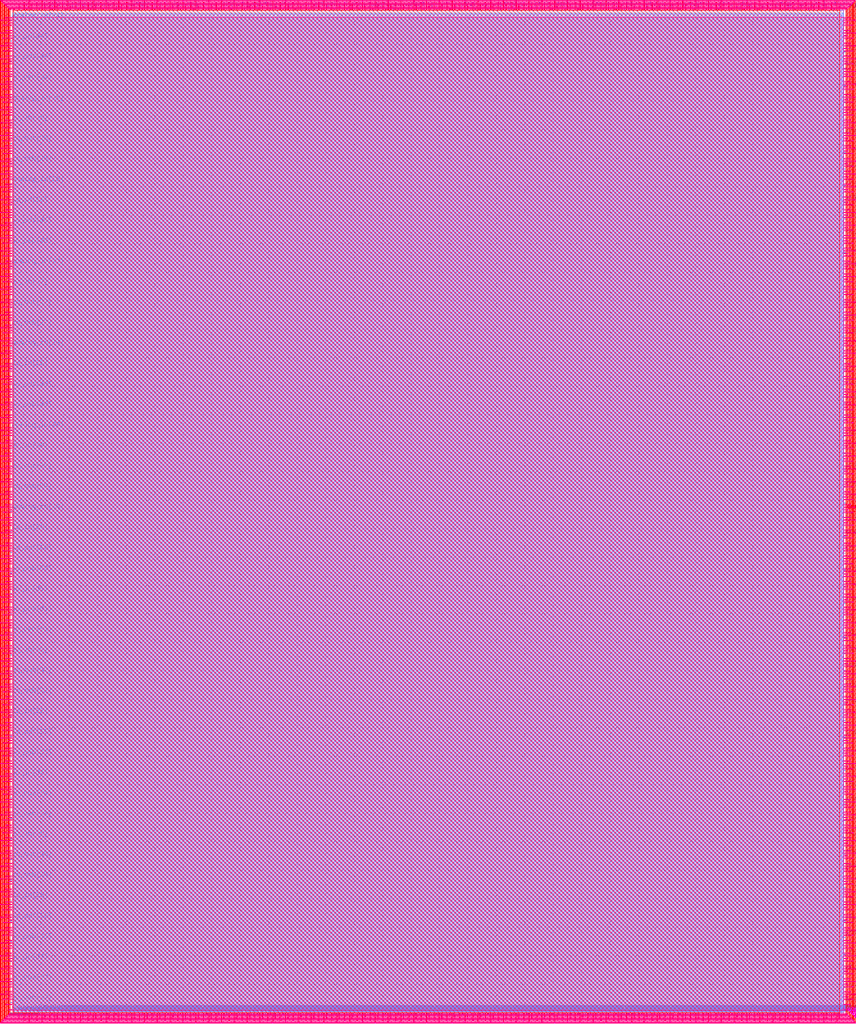
<source format=lef>
VERSION 5.7 ;
  NOWIREEXTENSIONATPIN ON ;
  DIVIDERCHAR "/" ;
  BUSBITCHARS "[]" ;
MACRO user_project_wrapper
  CLASS BLOCK ;
  FOREIGN user_project_wrapper ;
  ORIGIN 0.000 0.000 ;
  SIZE 2920.000 BY 3520.000 ;
  PIN analog_io[0]
    DIRECTION INOUT ;
    USE SIGNAL ;
    PORT
      LAYER met3 ;
        RECT 2919.700 28.980 2924.800 30.180 ;
    END
  END analog_io[0]
  PIN analog_io[10]
    DIRECTION INOUT ;
    USE SIGNAL ;
    PORT
      LAYER met3 ;
        RECT 2919.700 2374.980 2924.800 2376.180 ;
    END
  END analog_io[10]
  PIN analog_io[11]
    DIRECTION INOUT ;
    USE SIGNAL ;
    PORT
      LAYER met3 ;
        RECT 2919.700 2609.580 2924.800 2610.780 ;
    END
  END analog_io[11]
  PIN analog_io[12]
    DIRECTION INOUT ;
    USE SIGNAL ;
    PORT
      LAYER met3 ;
        RECT 2919.700 2844.180 2924.800 2845.380 ;
    END
  END analog_io[12]
  PIN analog_io[13]
    DIRECTION INOUT ;
    USE SIGNAL ;
    PORT
      LAYER met3 ;
        RECT 2919.700 3078.780 2924.800 3079.980 ;
    END
  END analog_io[13]
  PIN analog_io[14]
    DIRECTION INOUT ;
    USE SIGNAL ;
    PORT
      LAYER met3 ;
        RECT 2919.700 3313.380 2924.800 3314.580 ;
    END
  END analog_io[14]
  PIN analog_io[15]
    DIRECTION INOUT ;
    USE SIGNAL ;
    PORT
      LAYER met2 ;
        RECT 2879.090 3519.700 2879.650 3524.800 ;
    END
  END analog_io[15]
  PIN analog_io[16]
    DIRECTION INOUT ;
    USE SIGNAL ;
    PORT
      LAYER met2 ;
        RECT 2554.790 3519.700 2555.350 3524.800 ;
    END
  END analog_io[16]
  PIN analog_io[17]
    DIRECTION INOUT ;
    USE SIGNAL ;
    PORT
      LAYER met2 ;
        RECT 2230.490 3519.700 2231.050 3524.800 ;
    END
  END analog_io[17]
  PIN analog_io[18]
    DIRECTION INOUT ;
    USE SIGNAL ;
    PORT
      LAYER met2 ;
        RECT 1905.730 3519.700 1906.290 3524.800 ;
    END
  END analog_io[18]
  PIN analog_io[19]
    DIRECTION INOUT ;
    USE SIGNAL ;
    PORT
      LAYER met2 ;
        RECT 1581.430 3519.700 1581.990 3524.800 ;
    END
  END analog_io[19]
  PIN analog_io[1]
    DIRECTION INOUT ;
    USE SIGNAL ;
    PORT
      LAYER met3 ;
        RECT 2919.700 263.580 2924.800 264.780 ;
    END
  END analog_io[1]
  PIN analog_io[20]
    DIRECTION INOUT ;
    USE SIGNAL ;
    PORT
      LAYER met2 ;
        RECT 1257.130 3519.700 1257.690 3524.800 ;
    END
  END analog_io[20]
  PIN analog_io[21]
    DIRECTION INOUT ;
    USE SIGNAL ;
    PORT
      LAYER met2 ;
        RECT 932.370 3519.700 932.930 3524.800 ;
    END
  END analog_io[21]
  PIN analog_io[22]
    DIRECTION INOUT ;
    USE SIGNAL ;
    PORT
      LAYER met2 ;
        RECT 608.070 3519.700 608.630 3524.800 ;
    END
  END analog_io[22]
  PIN analog_io[23]
    DIRECTION INOUT ;
    USE SIGNAL ;
    PORT
      LAYER met2 ;
        RECT 283.770 3519.700 284.330 3524.800 ;
    END
  END analog_io[23]
  PIN analog_io[24]
    DIRECTION INOUT ;
    USE SIGNAL ;
    PORT
      LAYER met3 ;
        RECT -4.800 3482.700 0.300 3483.900 ;
    END
  END analog_io[24]
  PIN analog_io[25]
    DIRECTION INOUT ;
    USE SIGNAL ;
    PORT
      LAYER met3 ;
        RECT -4.800 3195.060 0.300 3196.260 ;
    END
  END analog_io[25]
  PIN analog_io[26]
    DIRECTION INOUT ;
    USE SIGNAL ;
    PORT
      LAYER met3 ;
        RECT -4.800 2908.100 0.300 2909.300 ;
    END
  END analog_io[26]
  PIN analog_io[27]
    DIRECTION INOUT ;
    USE SIGNAL ;
    PORT
      LAYER met3 ;
        RECT -4.800 2620.460 0.300 2621.660 ;
    END
  END analog_io[27]
  PIN analog_io[28]
    DIRECTION INOUT ;
    USE SIGNAL ;
    PORT
      LAYER met3 ;
        RECT -4.800 2333.500 0.300 2334.700 ;
    END
  END analog_io[28]
  PIN analog_io[29]
    DIRECTION INOUT ;
    USE SIGNAL ;
    PORT
      LAYER met3 ;
        RECT -4.800 2045.860 0.300 2047.060 ;
    END
  END analog_io[29]
  PIN analog_io[2]
    DIRECTION INOUT ;
    USE SIGNAL ;
    PORT
      LAYER met3 ;
        RECT 2919.700 498.180 2924.800 499.380 ;
    END
  END analog_io[2]
  PIN analog_io[30]
    DIRECTION INOUT ;
    USE SIGNAL ;
    PORT
      LAYER met3 ;
        RECT -4.800 1758.900 0.300 1760.100 ;
    END
  END analog_io[30]
  PIN analog_io[3]
    DIRECTION INOUT ;
    USE SIGNAL ;
    PORT
      LAYER met3 ;
        RECT 2919.700 732.780 2924.800 733.980 ;
    END
  END analog_io[3]
  PIN analog_io[4]
    DIRECTION INOUT ;
    USE SIGNAL ;
    PORT
      LAYER met3 ;
        RECT 2919.700 967.380 2924.800 968.580 ;
    END
  END analog_io[4]
  PIN analog_io[5]
    DIRECTION INOUT ;
    USE SIGNAL ;
    PORT
      LAYER met3 ;
        RECT 2919.700 1201.980 2924.800 1203.180 ;
    END
  END analog_io[5]
  PIN analog_io[6]
    DIRECTION INOUT ;
    USE SIGNAL ;
    PORT
      LAYER met3 ;
        RECT 2919.700 1436.580 2924.800 1437.780 ;
    END
  END analog_io[6]
  PIN analog_io[7]
    DIRECTION INOUT ;
    USE SIGNAL ;
    PORT
      LAYER met3 ;
        RECT 2919.700 1671.180 2924.800 1672.380 ;
    END
  END analog_io[7]
  PIN analog_io[8]
    DIRECTION INOUT ;
    USE SIGNAL ;
    PORT
      LAYER met3 ;
        RECT 2919.700 1905.780 2924.800 1906.980 ;
    END
  END analog_io[8]
  PIN analog_io[9]
    DIRECTION INOUT ;
    USE SIGNAL ;
    PORT
      LAYER met3 ;
        RECT 2919.700 2140.380 2924.800 2141.580 ;
    END
  END analog_io[9]
  PIN io_in[0]
    DIRECTION INPUT ;
    USE SIGNAL ;
    PORT
      LAYER met3 ;
        RECT 2919.700 87.460 2924.800 88.660 ;
    END
  END io_in[0]
  PIN io_in[10]
    DIRECTION INPUT ;
    USE SIGNAL ;
    PORT
      LAYER met3 ;
        RECT 2919.700 2433.460 2924.800 2434.660 ;
    END
  END io_in[10]
  PIN io_in[11]
    DIRECTION INPUT ;
    USE SIGNAL ;
    PORT
      LAYER met3 ;
        RECT 2919.700 2668.740 2924.800 2669.940 ;
    END
  END io_in[11]
  PIN io_in[12]
    DIRECTION INPUT ;
    USE SIGNAL ;
    PORT
      LAYER met3 ;
        RECT 2919.700 2903.340 2924.800 2904.540 ;
    END
  END io_in[12]
  PIN io_in[13]
    DIRECTION INPUT ;
    USE SIGNAL ;
    PORT
      LAYER met3 ;
        RECT 2919.700 3137.940 2924.800 3139.140 ;
    END
  END io_in[13]
  PIN io_in[14]
    DIRECTION INPUT ;
    USE SIGNAL ;
    PORT
      LAYER met3 ;
        RECT 2919.700 3372.540 2924.800 3373.740 ;
    END
  END io_in[14]
  PIN io_in[15]
    DIRECTION INPUT ;
    USE SIGNAL ;
    PORT
      LAYER met2 ;
        RECT 2798.130 3519.700 2798.690 3524.800 ;
    END
  END io_in[15]
  PIN io_in[16]
    DIRECTION INPUT ;
    USE SIGNAL ;
    PORT
      LAYER met2 ;
        RECT 2473.830 3519.700 2474.390 3524.800 ;
    END
  END io_in[16]
  PIN io_in[17]
    DIRECTION INPUT ;
    USE SIGNAL ;
    PORT
      LAYER met2 ;
        RECT 2149.070 3519.700 2149.630 3524.800 ;
    END
  END io_in[17]
  PIN io_in[18]
    DIRECTION INPUT ;
    USE SIGNAL ;
    PORT
      LAYER met2 ;
        RECT 1824.770 3519.700 1825.330 3524.800 ;
    END
  END io_in[18]
  PIN io_in[19]
    DIRECTION INPUT ;
    USE SIGNAL ;
    PORT
      LAYER met2 ;
        RECT 1500.470 3519.700 1501.030 3524.800 ;
    END
  END io_in[19]
  PIN io_in[1]
    DIRECTION INPUT ;
    USE SIGNAL ;
    PORT
      LAYER met3 ;
        RECT 2919.700 322.060 2924.800 323.260 ;
    END
  END io_in[1]
  PIN io_in[20]
    DIRECTION INPUT ;
    USE SIGNAL ;
    PORT
      LAYER met2 ;
        RECT 1175.710 3519.700 1176.270 3524.800 ;
    END
  END io_in[20]
  PIN io_in[21]
    DIRECTION INPUT ;
    USE SIGNAL ;
    PORT
      LAYER met2 ;
        RECT 851.410 3519.700 851.970 3524.800 ;
    END
  END io_in[21]
  PIN io_in[22]
    DIRECTION INPUT ;
    USE SIGNAL ;
    PORT
      LAYER met2 ;
        RECT 527.110 3519.700 527.670 3524.800 ;
    END
  END io_in[22]
  PIN io_in[23]
    DIRECTION INPUT ;
    USE SIGNAL ;
    PORT
      LAYER met2 ;
        RECT 202.350 3519.700 202.910 3524.800 ;
    END
  END io_in[23]
  PIN io_in[24]
    DIRECTION INPUT ;
    USE SIGNAL ;
    PORT
      LAYER met3 ;
        RECT -4.800 3410.620 0.300 3411.820 ;
    END
  END io_in[24]
  PIN io_in[25]
    DIRECTION INPUT ;
    USE SIGNAL ;
    PORT
      LAYER met3 ;
        RECT -4.800 3123.660 0.300 3124.860 ;
    END
  END io_in[25]
  PIN io_in[26]
    DIRECTION INPUT ;
    USE SIGNAL ;
    PORT
      LAYER met3 ;
        RECT -4.800 2836.020 0.300 2837.220 ;
    END
  END io_in[26]
  PIN io_in[27]
    DIRECTION INPUT ;
    USE SIGNAL ;
    PORT
      LAYER met3 ;
        RECT -4.800 2549.060 0.300 2550.260 ;
    END
  END io_in[27]
  PIN io_in[28]
    DIRECTION INPUT ;
    USE SIGNAL ;
    PORT
      LAYER met3 ;
        RECT -4.800 2261.420 0.300 2262.620 ;
    END
  END io_in[28]
  PIN io_in[29]
    DIRECTION INPUT ;
    USE SIGNAL ;
    PORT
      LAYER met3 ;
        RECT -4.800 1974.460 0.300 1975.660 ;
    END
  END io_in[29]
  PIN io_in[2]
    DIRECTION INPUT ;
    USE SIGNAL ;
    PORT
      LAYER met3 ;
        RECT 2919.700 556.660 2924.800 557.860 ;
    END
  END io_in[2]
  PIN io_in[30]
    DIRECTION INPUT ;
    USE SIGNAL ;
    PORT
      LAYER met3 ;
        RECT -4.800 1686.820 0.300 1688.020 ;
    END
  END io_in[30]
  PIN io_in[31]
    DIRECTION INPUT ;
    USE SIGNAL ;
    PORT
      LAYER met3 ;
        RECT -4.800 1471.260 0.300 1472.460 ;
    END
  END io_in[31]
  PIN io_in[32]
    DIRECTION INPUT ;
    USE SIGNAL ;
    PORT
      LAYER met3 ;
        RECT -4.800 1255.700 0.300 1256.900 ;
    END
  END io_in[32]
  PIN io_in[33]
    DIRECTION INPUT ;
    USE SIGNAL ;
    PORT
      LAYER met3 ;
        RECT -4.800 1040.140 0.300 1041.340 ;
    END
  END io_in[33]
  PIN io_in[34]
    DIRECTION INPUT ;
    USE SIGNAL ;
    PORT
      LAYER met3 ;
        RECT -4.800 824.580 0.300 825.780 ;
    END
  END io_in[34]
  PIN io_in[35]
    DIRECTION INPUT ;
    USE SIGNAL ;
    PORT
      LAYER met3 ;
        RECT -4.800 609.700 0.300 610.900 ;
    END
  END io_in[35]
  PIN io_in[36]
    DIRECTION INPUT ;
    USE SIGNAL ;
    PORT
      LAYER met3 ;
        RECT -4.800 394.140 0.300 395.340 ;
    END
  END io_in[36]
  PIN io_in[37]
    DIRECTION INPUT ;
    USE SIGNAL ;
    PORT
      LAYER met3 ;
        RECT -4.800 178.580 0.300 179.780 ;
    END
  END io_in[37]
  PIN io_in[3]
    DIRECTION INPUT ;
    USE SIGNAL ;
    PORT
      LAYER met3 ;
        RECT 2919.700 791.260 2924.800 792.460 ;
    END
  END io_in[3]
  PIN io_in[4]
    DIRECTION INPUT ;
    USE SIGNAL ;
    PORT
      LAYER met3 ;
        RECT 2919.700 1025.860 2924.800 1027.060 ;
    END
  END io_in[4]
  PIN io_in[5]
    DIRECTION INPUT ;
    USE SIGNAL ;
    PORT
      LAYER met3 ;
        RECT 2919.700 1260.460 2924.800 1261.660 ;
    END
  END io_in[5]
  PIN io_in[6]
    DIRECTION INPUT ;
    USE SIGNAL ;
    PORT
      LAYER met3 ;
        RECT 2919.700 1495.060 2924.800 1496.260 ;
    END
  END io_in[6]
  PIN io_in[7]
    DIRECTION INPUT ;
    USE SIGNAL ;
    PORT
      LAYER met3 ;
        RECT 2919.700 1729.660 2924.800 1730.860 ;
    END
  END io_in[7]
  PIN io_in[8]
    DIRECTION INPUT ;
    USE SIGNAL ;
    PORT
      LAYER met3 ;
        RECT 2919.700 1964.260 2924.800 1965.460 ;
    END
  END io_in[8]
  PIN io_in[9]
    DIRECTION INPUT ;
    USE SIGNAL ;
    PORT
      LAYER met3 ;
        RECT 2919.700 2198.860 2924.800 2200.060 ;
    END
  END io_in[9]
  PIN io_oeb[0]
    DIRECTION OUTPUT TRISTATE ;
    USE SIGNAL ;
    PORT
      LAYER met3 ;
        RECT 2919.700 204.420 2924.800 205.620 ;
    END
  END io_oeb[0]
  PIN io_oeb[10]
    DIRECTION OUTPUT TRISTATE ;
    USE SIGNAL ;
    PORT
      LAYER met3 ;
        RECT 2919.700 2551.100 2924.800 2552.300 ;
    END
  END io_oeb[10]
  PIN io_oeb[11]
    DIRECTION OUTPUT TRISTATE ;
    USE SIGNAL ;
    PORT
      LAYER met3 ;
        RECT 2919.700 2785.700 2924.800 2786.900 ;
    END
  END io_oeb[11]
  PIN io_oeb[12]
    DIRECTION OUTPUT TRISTATE ;
    USE SIGNAL ;
    PORT
      LAYER met3 ;
        RECT 2919.700 3020.300 2924.800 3021.500 ;
    END
  END io_oeb[12]
  PIN io_oeb[13]
    DIRECTION OUTPUT TRISTATE ;
    USE SIGNAL ;
    PORT
      LAYER met3 ;
        RECT 2919.700 3254.900 2924.800 3256.100 ;
    END
  END io_oeb[13]
  PIN io_oeb[14]
    DIRECTION OUTPUT TRISTATE ;
    USE SIGNAL ;
    PORT
      LAYER met3 ;
        RECT 2919.700 3489.500 2924.800 3490.700 ;
    END
  END io_oeb[14]
  PIN io_oeb[15]
    DIRECTION OUTPUT TRISTATE ;
    USE SIGNAL ;
    PORT
      LAYER met2 ;
        RECT 2635.750 3519.700 2636.310 3524.800 ;
    END
  END io_oeb[15]
  PIN io_oeb[16]
    DIRECTION OUTPUT TRISTATE ;
    USE SIGNAL ;
    PORT
      LAYER met2 ;
        RECT 2311.450 3519.700 2312.010 3524.800 ;
    END
  END io_oeb[16]
  PIN io_oeb[17]
    DIRECTION OUTPUT TRISTATE ;
    USE SIGNAL ;
    PORT
      LAYER met2 ;
        RECT 1987.150 3519.700 1987.710 3524.800 ;
    END
  END io_oeb[17]
  PIN io_oeb[18]
    DIRECTION OUTPUT TRISTATE ;
    USE SIGNAL ;
    PORT
      LAYER met2 ;
        RECT 1662.390 3519.700 1662.950 3524.800 ;
    END
  END io_oeb[18]
  PIN io_oeb[19]
    DIRECTION OUTPUT TRISTATE ;
    USE SIGNAL ;
    PORT
      LAYER met2 ;
        RECT 1338.090 3519.700 1338.650 3524.800 ;
    END
  END io_oeb[19]
  PIN io_oeb[1]
    DIRECTION OUTPUT TRISTATE ;
    USE SIGNAL ;
    PORT
      LAYER met3 ;
        RECT 2919.700 439.020 2924.800 440.220 ;
    END
  END io_oeb[1]
  PIN io_oeb[20]
    DIRECTION OUTPUT TRISTATE ;
    USE SIGNAL ;
    PORT
      LAYER met2 ;
        RECT 1013.790 3519.700 1014.350 3524.800 ;
    END
  END io_oeb[20]
  PIN io_oeb[21]
    DIRECTION OUTPUT TRISTATE ;
    USE SIGNAL ;
    PORT
      LAYER met2 ;
        RECT 689.030 3519.700 689.590 3524.800 ;
    END
  END io_oeb[21]
  PIN io_oeb[22]
    DIRECTION OUTPUT TRISTATE ;
    USE SIGNAL ;
    PORT
      LAYER met2 ;
        RECT 364.730 3519.700 365.290 3524.800 ;
    END
  END io_oeb[22]
  PIN io_oeb[23]
    DIRECTION OUTPUT TRISTATE ;
    USE SIGNAL ;
    PORT
      LAYER met2 ;
        RECT 40.430 3519.700 40.990 3524.800 ;
    END
  END io_oeb[23]
  PIN io_oeb[24]
    DIRECTION OUTPUT TRISTATE ;
    USE SIGNAL ;
    PORT
      LAYER met3 ;
        RECT -4.800 3267.140 0.300 3268.340 ;
    END
  END io_oeb[24]
  PIN io_oeb[25]
    DIRECTION OUTPUT TRISTATE ;
    USE SIGNAL ;
    PORT
      LAYER met3 ;
        RECT -4.800 2979.500 0.300 2980.700 ;
    END
  END io_oeb[25]
  PIN io_oeb[26]
    DIRECTION OUTPUT TRISTATE ;
    USE SIGNAL ;
    PORT
      LAYER met3 ;
        RECT -4.800 2692.540 0.300 2693.740 ;
    END
  END io_oeb[26]
  PIN io_oeb[27]
    DIRECTION OUTPUT TRISTATE ;
    USE SIGNAL ;
    PORT
      LAYER met3 ;
        RECT -4.800 2404.900 0.300 2406.100 ;
    END
  END io_oeb[27]
  PIN io_oeb[28]
    DIRECTION OUTPUT TRISTATE ;
    USE SIGNAL ;
    PORT
      LAYER met3 ;
        RECT -4.800 2117.940 0.300 2119.140 ;
    END
  END io_oeb[28]
  PIN io_oeb[29]
    DIRECTION OUTPUT TRISTATE ;
    USE SIGNAL ;
    PORT
      LAYER met3 ;
        RECT -4.800 1830.300 0.300 1831.500 ;
    END
  END io_oeb[29]
  PIN io_oeb[2]
    DIRECTION OUTPUT TRISTATE ;
    USE SIGNAL ;
    PORT
      LAYER met3 ;
        RECT 2919.700 673.620 2924.800 674.820 ;
    END
  END io_oeb[2]
  PIN io_oeb[30]
    DIRECTION OUTPUT TRISTATE ;
    USE SIGNAL ;
    PORT
      LAYER met3 ;
        RECT -4.800 1543.340 0.300 1544.540 ;
    END
  END io_oeb[30]
  PIN io_oeb[31]
    DIRECTION OUTPUT TRISTATE ;
    USE SIGNAL ;
    PORT
      LAYER met3 ;
        RECT -4.800 1327.780 0.300 1328.980 ;
    END
  END io_oeb[31]
  PIN io_oeb[32]
    DIRECTION OUTPUT TRISTATE ;
    USE SIGNAL ;
    PORT
      LAYER met3 ;
        RECT -4.800 1112.220 0.300 1113.420 ;
    END
  END io_oeb[32]
  PIN io_oeb[33]
    DIRECTION OUTPUT TRISTATE ;
    USE SIGNAL ;
    PORT
      LAYER met3 ;
        RECT -4.800 896.660 0.300 897.860 ;
    END
  END io_oeb[33]
  PIN io_oeb[34]
    DIRECTION OUTPUT TRISTATE ;
    USE SIGNAL ;
    PORT
      LAYER met3 ;
        RECT -4.800 681.100 0.300 682.300 ;
    END
  END io_oeb[34]
  PIN io_oeb[35]
    DIRECTION OUTPUT TRISTATE ;
    USE SIGNAL ;
    PORT
      LAYER met3 ;
        RECT -4.800 465.540 0.300 466.740 ;
    END
  END io_oeb[35]
  PIN io_oeb[36]
    DIRECTION OUTPUT TRISTATE ;
    USE SIGNAL ;
    PORT
      LAYER met3 ;
        RECT -4.800 249.980 0.300 251.180 ;
    END
  END io_oeb[36]
  PIN io_oeb[37]
    DIRECTION OUTPUT TRISTATE ;
    USE SIGNAL ;
    PORT
      LAYER met3 ;
        RECT -4.800 35.100 0.300 36.300 ;
    END
  END io_oeb[37]
  PIN io_oeb[3]
    DIRECTION OUTPUT TRISTATE ;
    USE SIGNAL ;
    PORT
      LAYER met3 ;
        RECT 2919.700 908.900 2924.800 910.100 ;
    END
  END io_oeb[3]
  PIN io_oeb[4]
    DIRECTION OUTPUT TRISTATE ;
    USE SIGNAL ;
    PORT
      LAYER met3 ;
        RECT 2919.700 1143.500 2924.800 1144.700 ;
    END
  END io_oeb[4]
  PIN io_oeb[5]
    DIRECTION OUTPUT TRISTATE ;
    USE SIGNAL ;
    PORT
      LAYER met3 ;
        RECT 2919.700 1378.100 2924.800 1379.300 ;
    END
  END io_oeb[5]
  PIN io_oeb[6]
    DIRECTION OUTPUT TRISTATE ;
    USE SIGNAL ;
    PORT
      LAYER met3 ;
        RECT 2919.700 1612.700 2924.800 1613.900 ;
    END
  END io_oeb[6]
  PIN io_oeb[7]
    DIRECTION OUTPUT TRISTATE ;
    USE SIGNAL ;
    PORT
      LAYER met3 ;
        RECT 2919.700 1847.300 2924.800 1848.500 ;
    END
  END io_oeb[7]
  PIN io_oeb[8]
    DIRECTION OUTPUT TRISTATE ;
    USE SIGNAL ;
    PORT
      LAYER met3 ;
        RECT 2919.700 2081.900 2924.800 2083.100 ;
    END
  END io_oeb[8]
  PIN io_oeb[9]
    DIRECTION OUTPUT TRISTATE ;
    USE SIGNAL ;
    PORT
      LAYER met3 ;
        RECT 2919.700 2316.500 2924.800 2317.700 ;
    END
  END io_oeb[9]
  PIN io_out[0]
    DIRECTION OUTPUT TRISTATE ;
    USE SIGNAL ;
    PORT
      LAYER met3 ;
        RECT 2919.700 145.940 2924.800 147.140 ;
    END
  END io_out[0]
  PIN io_out[10]
    DIRECTION OUTPUT TRISTATE ;
    USE SIGNAL ;
    PORT
      LAYER met3 ;
        RECT 2919.700 2492.620 2924.800 2493.820 ;
    END
  END io_out[10]
  PIN io_out[11]
    DIRECTION OUTPUT TRISTATE ;
    USE SIGNAL ;
    PORT
      LAYER met3 ;
        RECT 2919.700 2727.220 2924.800 2728.420 ;
    END
  END io_out[11]
  PIN io_out[12]
    DIRECTION OUTPUT TRISTATE ;
    USE SIGNAL ;
    PORT
      LAYER met3 ;
        RECT 2919.700 2961.820 2924.800 2963.020 ;
    END
  END io_out[12]
  PIN io_out[13]
    DIRECTION OUTPUT TRISTATE ;
    USE SIGNAL ;
    PORT
      LAYER met3 ;
        RECT 2919.700 3196.420 2924.800 3197.620 ;
    END
  END io_out[13]
  PIN io_out[14]
    DIRECTION OUTPUT TRISTATE ;
    USE SIGNAL ;
    PORT
      LAYER met3 ;
        RECT 2919.700 3431.020 2924.800 3432.220 ;
    END
  END io_out[14]
  PIN io_out[15]
    DIRECTION OUTPUT TRISTATE ;
    USE SIGNAL ;
    PORT
      LAYER met2 ;
        RECT 2717.170 3519.700 2717.730 3524.800 ;
    END
  END io_out[15]
  PIN io_out[16]
    DIRECTION OUTPUT TRISTATE ;
    USE SIGNAL ;
    PORT
      LAYER met2 ;
        RECT 2392.410 3519.700 2392.970 3524.800 ;
    END
  END io_out[16]
  PIN io_out[17]
    DIRECTION OUTPUT TRISTATE ;
    USE SIGNAL ;
    PORT
      LAYER met2 ;
        RECT 2068.110 3519.700 2068.670 3524.800 ;
    END
  END io_out[17]
  PIN io_out[18]
    DIRECTION OUTPUT TRISTATE ;
    USE SIGNAL ;
    PORT
      LAYER met2 ;
        RECT 1743.810 3519.700 1744.370 3524.800 ;
    END
  END io_out[18]
  PIN io_out[19]
    DIRECTION OUTPUT TRISTATE ;
    USE SIGNAL ;
    PORT
      LAYER met2 ;
        RECT 1419.050 3519.700 1419.610 3524.800 ;
    END
  END io_out[19]
  PIN io_out[1]
    DIRECTION OUTPUT TRISTATE ;
    USE SIGNAL ;
    PORT
      LAYER met3 ;
        RECT 2919.700 380.540 2924.800 381.740 ;
    END
  END io_out[1]
  PIN io_out[20]
    DIRECTION OUTPUT TRISTATE ;
    USE SIGNAL ;
    PORT
      LAYER met2 ;
        RECT 1094.750 3519.700 1095.310 3524.800 ;
    END
  END io_out[20]
  PIN io_out[21]
    DIRECTION OUTPUT TRISTATE ;
    USE SIGNAL ;
    PORT
      LAYER met2 ;
        RECT 770.450 3519.700 771.010 3524.800 ;
    END
  END io_out[21]
  PIN io_out[22]
    DIRECTION OUTPUT TRISTATE ;
    USE SIGNAL ;
    PORT
      LAYER met2 ;
        RECT 445.690 3519.700 446.250 3524.800 ;
    END
  END io_out[22]
  PIN io_out[23]
    DIRECTION OUTPUT TRISTATE ;
    USE SIGNAL ;
    PORT
      LAYER met2 ;
        RECT 121.390 3519.700 121.950 3524.800 ;
    END
  END io_out[23]
  PIN io_out[24]
    DIRECTION OUTPUT TRISTATE ;
    USE SIGNAL ;
    PORT
      LAYER met3 ;
        RECT -4.800 3339.220 0.300 3340.420 ;
    END
  END io_out[24]
  PIN io_out[25]
    DIRECTION OUTPUT TRISTATE ;
    USE SIGNAL ;
    PORT
      LAYER met3 ;
        RECT -4.800 3051.580 0.300 3052.780 ;
    END
  END io_out[25]
  PIN io_out[26]
    DIRECTION OUTPUT TRISTATE ;
    USE SIGNAL ;
    PORT
      LAYER met3 ;
        RECT -4.800 2764.620 0.300 2765.820 ;
    END
  END io_out[26]
  PIN io_out[27]
    DIRECTION OUTPUT TRISTATE ;
    USE SIGNAL ;
    PORT
      LAYER met3 ;
        RECT -4.800 2476.980 0.300 2478.180 ;
    END
  END io_out[27]
  PIN io_out[28]
    DIRECTION OUTPUT TRISTATE ;
    USE SIGNAL ;
    PORT
      LAYER met3 ;
        RECT -4.800 2189.340 0.300 2190.540 ;
    END
  END io_out[28]
  PIN io_out[29]
    DIRECTION OUTPUT TRISTATE ;
    USE SIGNAL ;
    PORT
      LAYER met3 ;
        RECT -4.800 1902.380 0.300 1903.580 ;
    END
  END io_out[29]
  PIN io_out[2]
    DIRECTION OUTPUT TRISTATE ;
    USE SIGNAL ;
    PORT
      LAYER met3 ;
        RECT 2919.700 615.140 2924.800 616.340 ;
    END
  END io_out[2]
  PIN io_out[30]
    DIRECTION OUTPUT TRISTATE ;
    USE SIGNAL ;
    PORT
      LAYER met3 ;
        RECT -4.800 1614.740 0.300 1615.940 ;
    END
  END io_out[30]
  PIN io_out[31]
    DIRECTION OUTPUT TRISTATE ;
    USE SIGNAL ;
    PORT
      LAYER met3 ;
        RECT -4.800 1399.860 0.300 1401.060 ;
    END
  END io_out[31]
  PIN io_out[32]
    DIRECTION OUTPUT TRISTATE ;
    USE SIGNAL ;
    PORT
      LAYER met3 ;
        RECT -4.800 1184.300 0.300 1185.500 ;
    END
  END io_out[32]
  PIN io_out[33]
    DIRECTION OUTPUT TRISTATE ;
    USE SIGNAL ;
    PORT
      LAYER met3 ;
        RECT -4.800 968.740 0.300 969.940 ;
    END
  END io_out[33]
  PIN io_out[34]
    DIRECTION OUTPUT TRISTATE ;
    USE SIGNAL ;
    PORT
      LAYER met3 ;
        RECT -4.800 753.180 0.300 754.380 ;
    END
  END io_out[34]
  PIN io_out[35]
    DIRECTION OUTPUT TRISTATE ;
    USE SIGNAL ;
    PORT
      LAYER met3 ;
        RECT -4.800 537.620 0.300 538.820 ;
    END
  END io_out[35]
  PIN io_out[36]
    DIRECTION OUTPUT TRISTATE ;
    USE SIGNAL ;
    PORT
      LAYER met3 ;
        RECT -4.800 322.060 0.300 323.260 ;
    END
  END io_out[36]
  PIN io_out[37]
    DIRECTION OUTPUT TRISTATE ;
    USE SIGNAL ;
    PORT
      LAYER met3 ;
        RECT -4.800 106.500 0.300 107.700 ;
    END
  END io_out[37]
  PIN io_out[3]
    DIRECTION OUTPUT TRISTATE ;
    USE SIGNAL ;
    PORT
      LAYER met3 ;
        RECT 2919.700 849.740 2924.800 850.940 ;
    END
  END io_out[3]
  PIN io_out[4]
    DIRECTION OUTPUT TRISTATE ;
    USE SIGNAL ;
    PORT
      LAYER met3 ;
        RECT 2919.700 1084.340 2924.800 1085.540 ;
    END
  END io_out[4]
  PIN io_out[5]
    DIRECTION OUTPUT TRISTATE ;
    USE SIGNAL ;
    PORT
      LAYER met3 ;
        RECT 2919.700 1318.940 2924.800 1320.140 ;
    END
  END io_out[5]
  PIN io_out[6]
    DIRECTION OUTPUT TRISTATE ;
    USE SIGNAL ;
    PORT
      LAYER met3 ;
        RECT 2919.700 1553.540 2924.800 1554.740 ;
    END
  END io_out[6]
  PIN io_out[7]
    DIRECTION OUTPUT TRISTATE ;
    USE SIGNAL ;
    PORT
      LAYER met3 ;
        RECT 2919.700 1788.820 2924.800 1790.020 ;
    END
  END io_out[7]
  PIN io_out[8]
    DIRECTION OUTPUT TRISTATE ;
    USE SIGNAL ;
    PORT
      LAYER met3 ;
        RECT 2919.700 2023.420 2924.800 2024.620 ;
    END
  END io_out[8]
  PIN io_out[9]
    DIRECTION OUTPUT TRISTATE ;
    USE SIGNAL ;
    PORT
      LAYER met3 ;
        RECT 2919.700 2258.020 2924.800 2259.220 ;
    END
  END io_out[9]
  PIN la_data_in[0]
    DIRECTION INPUT ;
    USE SIGNAL ;
    PORT
      LAYER met2 ;
        RECT 632.910 -4.800 633.470 0.300 ;
    END
  END la_data_in[0]
  PIN la_data_in[100]
    DIRECTION INPUT ;
    USE SIGNAL ;
    PORT
      LAYER met2 ;
        RECT 2417.250 -4.800 2417.810 0.300 ;
    END
  END la_data_in[100]
  PIN la_data_in[101]
    DIRECTION INPUT ;
    USE SIGNAL ;
    PORT
      LAYER met2 ;
        RECT 2434.730 -4.800 2435.290 0.300 ;
    END
  END la_data_in[101]
  PIN la_data_in[102]
    DIRECTION INPUT ;
    USE SIGNAL ;
    PORT
      LAYER met2 ;
        RECT 2452.670 -4.800 2453.230 0.300 ;
    END
  END la_data_in[102]
  PIN la_data_in[103]
    DIRECTION INPUT ;
    USE SIGNAL ;
    PORT
      LAYER met2 ;
        RECT 2470.610 -4.800 2471.170 0.300 ;
    END
  END la_data_in[103]
  PIN la_data_in[104]
    DIRECTION INPUT ;
    USE SIGNAL ;
    PORT
      LAYER met2 ;
        RECT 2488.550 -4.800 2489.110 0.300 ;
    END
  END la_data_in[104]
  PIN la_data_in[105]
    DIRECTION INPUT ;
    USE SIGNAL ;
    PORT
      LAYER met2 ;
        RECT 2506.030 -4.800 2506.590 0.300 ;
    END
  END la_data_in[105]
  PIN la_data_in[106]
    DIRECTION INPUT ;
    USE SIGNAL ;
    PORT
      LAYER met2 ;
        RECT 2523.970 -4.800 2524.530 0.300 ;
    END
  END la_data_in[106]
  PIN la_data_in[107]
    DIRECTION INPUT ;
    USE SIGNAL ;
    PORT
      LAYER met2 ;
        RECT 2541.910 -4.800 2542.470 0.300 ;
    END
  END la_data_in[107]
  PIN la_data_in[108]
    DIRECTION INPUT ;
    USE SIGNAL ;
    PORT
      LAYER met2 ;
        RECT 2559.850 -4.800 2560.410 0.300 ;
    END
  END la_data_in[108]
  PIN la_data_in[109]
    DIRECTION INPUT ;
    USE SIGNAL ;
    PORT
      LAYER met2 ;
        RECT 2577.790 -4.800 2578.350 0.300 ;
    END
  END la_data_in[109]
  PIN la_data_in[10]
    DIRECTION INPUT ;
    USE SIGNAL ;
    PORT
      LAYER met2 ;
        RECT 811.390 -4.800 811.950 0.300 ;
    END
  END la_data_in[10]
  PIN la_data_in[110]
    DIRECTION INPUT ;
    USE SIGNAL ;
    PORT
      LAYER met2 ;
        RECT 2595.270 -4.800 2595.830 0.300 ;
    END
  END la_data_in[110]
  PIN la_data_in[111]
    DIRECTION INPUT ;
    USE SIGNAL ;
    PORT
      LAYER met2 ;
        RECT 2613.210 -4.800 2613.770 0.300 ;
    END
  END la_data_in[111]
  PIN la_data_in[112]
    DIRECTION INPUT ;
    USE SIGNAL ;
    PORT
      LAYER met2 ;
        RECT 2631.150 -4.800 2631.710 0.300 ;
    END
  END la_data_in[112]
  PIN la_data_in[113]
    DIRECTION INPUT ;
    USE SIGNAL ;
    PORT
      LAYER met2 ;
        RECT 2649.090 -4.800 2649.650 0.300 ;
    END
  END la_data_in[113]
  PIN la_data_in[114]
    DIRECTION INPUT ;
    USE SIGNAL ;
    PORT
      LAYER met2 ;
        RECT 2667.030 -4.800 2667.590 0.300 ;
    END
  END la_data_in[114]
  PIN la_data_in[115]
    DIRECTION INPUT ;
    USE SIGNAL ;
    PORT
      LAYER met2 ;
        RECT 2684.510 -4.800 2685.070 0.300 ;
    END
  END la_data_in[115]
  PIN la_data_in[116]
    DIRECTION INPUT ;
    USE SIGNAL ;
    PORT
      LAYER met2 ;
        RECT 2702.450 -4.800 2703.010 0.300 ;
    END
  END la_data_in[116]
  PIN la_data_in[117]
    DIRECTION INPUT ;
    USE SIGNAL ;
    PORT
      LAYER met2 ;
        RECT 2720.390 -4.800 2720.950 0.300 ;
    END
  END la_data_in[117]
  PIN la_data_in[118]
    DIRECTION INPUT ;
    USE SIGNAL ;
    PORT
      LAYER met2 ;
        RECT 2738.330 -4.800 2738.890 0.300 ;
    END
  END la_data_in[118]
  PIN la_data_in[119]
    DIRECTION INPUT ;
    USE SIGNAL ;
    PORT
      LAYER met2 ;
        RECT 2755.810 -4.800 2756.370 0.300 ;
    END
  END la_data_in[119]
  PIN la_data_in[11]
    DIRECTION INPUT ;
    USE SIGNAL ;
    PORT
      LAYER met2 ;
        RECT 829.330 -4.800 829.890 0.300 ;
    END
  END la_data_in[11]
  PIN la_data_in[120]
    DIRECTION INPUT ;
    USE SIGNAL ;
    PORT
      LAYER met2 ;
        RECT 2773.750 -4.800 2774.310 0.300 ;
    END
  END la_data_in[120]
  PIN la_data_in[121]
    DIRECTION INPUT ;
    USE SIGNAL ;
    PORT
      LAYER met2 ;
        RECT 2791.690 -4.800 2792.250 0.300 ;
    END
  END la_data_in[121]
  PIN la_data_in[122]
    DIRECTION INPUT ;
    USE SIGNAL ;
    PORT
      LAYER met2 ;
        RECT 2809.630 -4.800 2810.190 0.300 ;
    END
  END la_data_in[122]
  PIN la_data_in[123]
    DIRECTION INPUT ;
    USE SIGNAL ;
    PORT
      LAYER met2 ;
        RECT 2827.570 -4.800 2828.130 0.300 ;
    END
  END la_data_in[123]
  PIN la_data_in[124]
    DIRECTION INPUT ;
    USE SIGNAL ;
    PORT
      LAYER met2 ;
        RECT 2845.050 -4.800 2845.610 0.300 ;
    END
  END la_data_in[124]
  PIN la_data_in[125]
    DIRECTION INPUT ;
    USE SIGNAL ;
    PORT
      LAYER met2 ;
        RECT 2862.990 -4.800 2863.550 0.300 ;
    END
  END la_data_in[125]
  PIN la_data_in[126]
    DIRECTION INPUT ;
    USE SIGNAL ;
    PORT
      LAYER met2 ;
        RECT 2880.930 -4.800 2881.490 0.300 ;
    END
  END la_data_in[126]
  PIN la_data_in[127]
    DIRECTION INPUT ;
    USE SIGNAL ;
    PORT
      LAYER met2 ;
        RECT 2898.870 -4.800 2899.430 0.300 ;
    END
  END la_data_in[127]
  PIN la_data_in[12]
    DIRECTION INPUT ;
    USE SIGNAL ;
    PORT
      LAYER met2 ;
        RECT 846.810 -4.800 847.370 0.300 ;
    END
  END la_data_in[12]
  PIN la_data_in[13]
    DIRECTION INPUT ;
    USE SIGNAL ;
    PORT
      LAYER met2 ;
        RECT 864.750 -4.800 865.310 0.300 ;
    END
  END la_data_in[13]
  PIN la_data_in[14]
    DIRECTION INPUT ;
    USE SIGNAL ;
    PORT
      LAYER met2 ;
        RECT 882.690 -4.800 883.250 0.300 ;
    END
  END la_data_in[14]
  PIN la_data_in[15]
    DIRECTION INPUT ;
    USE SIGNAL ;
    PORT
      LAYER met2 ;
        RECT 900.630 -4.800 901.190 0.300 ;
    END
  END la_data_in[15]
  PIN la_data_in[16]
    DIRECTION INPUT ;
    USE SIGNAL ;
    PORT
      LAYER met2 ;
        RECT 918.570 -4.800 919.130 0.300 ;
    END
  END la_data_in[16]
  PIN la_data_in[17]
    DIRECTION INPUT ;
    USE SIGNAL ;
    PORT
      LAYER met2 ;
        RECT 936.050 -4.800 936.610 0.300 ;
    END
  END la_data_in[17]
  PIN la_data_in[18]
    DIRECTION INPUT ;
    USE SIGNAL ;
    PORT
      LAYER met2 ;
        RECT 953.990 -4.800 954.550 0.300 ;
    END
  END la_data_in[18]
  PIN la_data_in[19]
    DIRECTION INPUT ;
    USE SIGNAL ;
    PORT
      LAYER met2 ;
        RECT 971.930 -4.800 972.490 0.300 ;
    END
  END la_data_in[19]
  PIN la_data_in[1]
    DIRECTION INPUT ;
    USE SIGNAL ;
    PORT
      LAYER met2 ;
        RECT 650.850 -4.800 651.410 0.300 ;
    END
  END la_data_in[1]
  PIN la_data_in[20]
    DIRECTION INPUT ;
    USE SIGNAL ;
    PORT
      LAYER met2 ;
        RECT 989.870 -4.800 990.430 0.300 ;
    END
  END la_data_in[20]
  PIN la_data_in[21]
    DIRECTION INPUT ;
    USE SIGNAL ;
    PORT
      LAYER met2 ;
        RECT 1007.350 -4.800 1007.910 0.300 ;
    END
  END la_data_in[21]
  PIN la_data_in[22]
    DIRECTION INPUT ;
    USE SIGNAL ;
    PORT
      LAYER met2 ;
        RECT 1025.290 -4.800 1025.850 0.300 ;
    END
  END la_data_in[22]
  PIN la_data_in[23]
    DIRECTION INPUT ;
    USE SIGNAL ;
    PORT
      LAYER met2 ;
        RECT 1043.230 -4.800 1043.790 0.300 ;
    END
  END la_data_in[23]
  PIN la_data_in[24]
    DIRECTION INPUT ;
    USE SIGNAL ;
    PORT
      LAYER met2 ;
        RECT 1061.170 -4.800 1061.730 0.300 ;
    END
  END la_data_in[24]
  PIN la_data_in[25]
    DIRECTION INPUT ;
    USE SIGNAL ;
    PORT
      LAYER met2 ;
        RECT 1079.110 -4.800 1079.670 0.300 ;
    END
  END la_data_in[25]
  PIN la_data_in[26]
    DIRECTION INPUT ;
    USE SIGNAL ;
    PORT
      LAYER met2 ;
        RECT 1096.590 -4.800 1097.150 0.300 ;
    END
  END la_data_in[26]
  PIN la_data_in[27]
    DIRECTION INPUT ;
    USE SIGNAL ;
    PORT
      LAYER met2 ;
        RECT 1114.530 -4.800 1115.090 0.300 ;
    END
  END la_data_in[27]
  PIN la_data_in[28]
    DIRECTION INPUT ;
    USE SIGNAL ;
    PORT
      LAYER met2 ;
        RECT 1132.470 -4.800 1133.030 0.300 ;
    END
  END la_data_in[28]
  PIN la_data_in[29]
    DIRECTION INPUT ;
    USE SIGNAL ;
    PORT
      LAYER met2 ;
        RECT 1150.410 -4.800 1150.970 0.300 ;
    END
  END la_data_in[29]
  PIN la_data_in[2]
    DIRECTION INPUT ;
    USE SIGNAL ;
    PORT
      LAYER met2 ;
        RECT 668.790 -4.800 669.350 0.300 ;
    END
  END la_data_in[2]
  PIN la_data_in[30]
    DIRECTION INPUT ;
    USE SIGNAL ;
    PORT
      LAYER met2 ;
        RECT 1168.350 -4.800 1168.910 0.300 ;
    END
  END la_data_in[30]
  PIN la_data_in[31]
    DIRECTION INPUT ;
    USE SIGNAL ;
    PORT
      LAYER met2 ;
        RECT 1185.830 -4.800 1186.390 0.300 ;
    END
  END la_data_in[31]
  PIN la_data_in[32]
    DIRECTION INPUT ;
    USE SIGNAL ;
    PORT
      LAYER met2 ;
        RECT 1203.770 -4.800 1204.330 0.300 ;
    END
  END la_data_in[32]
  PIN la_data_in[33]
    DIRECTION INPUT ;
    USE SIGNAL ;
    PORT
      LAYER met2 ;
        RECT 1221.710 -4.800 1222.270 0.300 ;
    END
  END la_data_in[33]
  PIN la_data_in[34]
    DIRECTION INPUT ;
    USE SIGNAL ;
    PORT
      LAYER met2 ;
        RECT 1239.650 -4.800 1240.210 0.300 ;
    END
  END la_data_in[34]
  PIN la_data_in[35]
    DIRECTION INPUT ;
    USE SIGNAL ;
    PORT
      LAYER met2 ;
        RECT 1257.130 -4.800 1257.690 0.300 ;
    END
  END la_data_in[35]
  PIN la_data_in[36]
    DIRECTION INPUT ;
    USE SIGNAL ;
    PORT
      LAYER met2 ;
        RECT 1275.070 -4.800 1275.630 0.300 ;
    END
  END la_data_in[36]
  PIN la_data_in[37]
    DIRECTION INPUT ;
    USE SIGNAL ;
    PORT
      LAYER met2 ;
        RECT 1293.010 -4.800 1293.570 0.300 ;
    END
  END la_data_in[37]
  PIN la_data_in[38]
    DIRECTION INPUT ;
    USE SIGNAL ;
    PORT
      LAYER met2 ;
        RECT 1310.950 -4.800 1311.510 0.300 ;
    END
  END la_data_in[38]
  PIN la_data_in[39]
    DIRECTION INPUT ;
    USE SIGNAL ;
    PORT
      LAYER met2 ;
        RECT 1328.890 -4.800 1329.450 0.300 ;
    END
  END la_data_in[39]
  PIN la_data_in[3]
    DIRECTION INPUT ;
    USE SIGNAL ;
    PORT
      LAYER met2 ;
        RECT 686.270 -4.800 686.830 0.300 ;
    END
  END la_data_in[3]
  PIN la_data_in[40]
    DIRECTION INPUT ;
    USE SIGNAL ;
    PORT
      LAYER met2 ;
        RECT 1346.370 -4.800 1346.930 0.300 ;
    END
  END la_data_in[40]
  PIN la_data_in[41]
    DIRECTION INPUT ;
    USE SIGNAL ;
    PORT
      LAYER met2 ;
        RECT 1364.310 -4.800 1364.870 0.300 ;
    END
  END la_data_in[41]
  PIN la_data_in[42]
    DIRECTION INPUT ;
    USE SIGNAL ;
    PORT
      LAYER met2 ;
        RECT 1382.250 -4.800 1382.810 0.300 ;
    END
  END la_data_in[42]
  PIN la_data_in[43]
    DIRECTION INPUT ;
    USE SIGNAL ;
    PORT
      LAYER met2 ;
        RECT 1400.190 -4.800 1400.750 0.300 ;
    END
  END la_data_in[43]
  PIN la_data_in[44]
    DIRECTION INPUT ;
    USE SIGNAL ;
    PORT
      LAYER met2 ;
        RECT 1418.130 -4.800 1418.690 0.300 ;
    END
  END la_data_in[44]
  PIN la_data_in[45]
    DIRECTION INPUT ;
    USE SIGNAL ;
    PORT
      LAYER met2 ;
        RECT 1435.610 -4.800 1436.170 0.300 ;
    END
  END la_data_in[45]
  PIN la_data_in[46]
    DIRECTION INPUT ;
    USE SIGNAL ;
    PORT
      LAYER met2 ;
        RECT 1453.550 -4.800 1454.110 0.300 ;
    END
  END la_data_in[46]
  PIN la_data_in[47]
    DIRECTION INPUT ;
    USE SIGNAL ;
    PORT
      LAYER met2 ;
        RECT 1471.490 -4.800 1472.050 0.300 ;
    END
  END la_data_in[47]
  PIN la_data_in[48]
    DIRECTION INPUT ;
    USE SIGNAL ;
    PORT
      LAYER met2 ;
        RECT 1489.430 -4.800 1489.990 0.300 ;
    END
  END la_data_in[48]
  PIN la_data_in[49]
    DIRECTION INPUT ;
    USE SIGNAL ;
    PORT
      LAYER met2 ;
        RECT 1506.910 -4.800 1507.470 0.300 ;
    END
  END la_data_in[49]
  PIN la_data_in[4]
    DIRECTION INPUT ;
    USE SIGNAL ;
    PORT
      LAYER met2 ;
        RECT 704.210 -4.800 704.770 0.300 ;
    END
  END la_data_in[4]
  PIN la_data_in[50]
    DIRECTION INPUT ;
    USE SIGNAL ;
    PORT
      LAYER met2 ;
        RECT 1524.850 -4.800 1525.410 0.300 ;
    END
  END la_data_in[50]
  PIN la_data_in[51]
    DIRECTION INPUT ;
    USE SIGNAL ;
    PORT
      LAYER met2 ;
        RECT 1542.790 -4.800 1543.350 0.300 ;
    END
  END la_data_in[51]
  PIN la_data_in[52]
    DIRECTION INPUT ;
    USE SIGNAL ;
    PORT
      LAYER met2 ;
        RECT 1560.730 -4.800 1561.290 0.300 ;
    END
  END la_data_in[52]
  PIN la_data_in[53]
    DIRECTION INPUT ;
    USE SIGNAL ;
    PORT
      LAYER met2 ;
        RECT 1578.670 -4.800 1579.230 0.300 ;
    END
  END la_data_in[53]
  PIN la_data_in[54]
    DIRECTION INPUT ;
    USE SIGNAL ;
    PORT
      LAYER met2 ;
        RECT 1596.150 -4.800 1596.710 0.300 ;
    END
  END la_data_in[54]
  PIN la_data_in[55]
    DIRECTION INPUT ;
    USE SIGNAL ;
    PORT
      LAYER met2 ;
        RECT 1614.090 -4.800 1614.650 0.300 ;
    END
  END la_data_in[55]
  PIN la_data_in[56]
    DIRECTION INPUT ;
    USE SIGNAL ;
    PORT
      LAYER met2 ;
        RECT 1632.030 -4.800 1632.590 0.300 ;
    END
  END la_data_in[56]
  PIN la_data_in[57]
    DIRECTION INPUT ;
    USE SIGNAL ;
    PORT
      LAYER met2 ;
        RECT 1649.970 -4.800 1650.530 0.300 ;
    END
  END la_data_in[57]
  PIN la_data_in[58]
    DIRECTION INPUT ;
    USE SIGNAL ;
    PORT
      LAYER met2 ;
        RECT 1667.910 -4.800 1668.470 0.300 ;
    END
  END la_data_in[58]
  PIN la_data_in[59]
    DIRECTION INPUT ;
    USE SIGNAL ;
    PORT
      LAYER met2 ;
        RECT 1685.390 -4.800 1685.950 0.300 ;
    END
  END la_data_in[59]
  PIN la_data_in[5]
    DIRECTION INPUT ;
    USE SIGNAL ;
    PORT
      LAYER met2 ;
        RECT 722.150 -4.800 722.710 0.300 ;
    END
  END la_data_in[5]
  PIN la_data_in[60]
    DIRECTION INPUT ;
    USE SIGNAL ;
    PORT
      LAYER met2 ;
        RECT 1703.330 -4.800 1703.890 0.300 ;
    END
  END la_data_in[60]
  PIN la_data_in[61]
    DIRECTION INPUT ;
    USE SIGNAL ;
    PORT
      LAYER met2 ;
        RECT 1721.270 -4.800 1721.830 0.300 ;
    END
  END la_data_in[61]
  PIN la_data_in[62]
    DIRECTION INPUT ;
    USE SIGNAL ;
    PORT
      LAYER met2 ;
        RECT 1739.210 -4.800 1739.770 0.300 ;
    END
  END la_data_in[62]
  PIN la_data_in[63]
    DIRECTION INPUT ;
    USE SIGNAL ;
    PORT
      LAYER met2 ;
        RECT 1756.690 -4.800 1757.250 0.300 ;
    END
  END la_data_in[63]
  PIN la_data_in[64]
    DIRECTION INPUT ;
    USE SIGNAL ;
    PORT
      LAYER met2 ;
        RECT 1774.630 -4.800 1775.190 0.300 ;
    END
  END la_data_in[64]
  PIN la_data_in[65]
    DIRECTION INPUT ;
    USE SIGNAL ;
    PORT
      LAYER met2 ;
        RECT 1792.570 -4.800 1793.130 0.300 ;
    END
  END la_data_in[65]
  PIN la_data_in[66]
    DIRECTION INPUT ;
    USE SIGNAL ;
    PORT
      LAYER met2 ;
        RECT 1810.510 -4.800 1811.070 0.300 ;
    END
  END la_data_in[66]
  PIN la_data_in[67]
    DIRECTION INPUT ;
    USE SIGNAL ;
    PORT
      LAYER met2 ;
        RECT 1828.450 -4.800 1829.010 0.300 ;
    END
  END la_data_in[67]
  PIN la_data_in[68]
    DIRECTION INPUT ;
    USE SIGNAL ;
    PORT
      LAYER met2 ;
        RECT 1845.930 -4.800 1846.490 0.300 ;
    END
  END la_data_in[68]
  PIN la_data_in[69]
    DIRECTION INPUT ;
    USE SIGNAL ;
    PORT
      LAYER met2 ;
        RECT 1863.870 -4.800 1864.430 0.300 ;
    END
  END la_data_in[69]
  PIN la_data_in[6]
    DIRECTION INPUT ;
    USE SIGNAL ;
    PORT
      LAYER met2 ;
        RECT 740.090 -4.800 740.650 0.300 ;
    END
  END la_data_in[6]
  PIN la_data_in[70]
    DIRECTION INPUT ;
    USE SIGNAL ;
    PORT
      LAYER met2 ;
        RECT 1881.810 -4.800 1882.370 0.300 ;
    END
  END la_data_in[70]
  PIN la_data_in[71]
    DIRECTION INPUT ;
    USE SIGNAL ;
    PORT
      LAYER met2 ;
        RECT 1899.750 -4.800 1900.310 0.300 ;
    END
  END la_data_in[71]
  PIN la_data_in[72]
    DIRECTION INPUT ;
    USE SIGNAL ;
    PORT
      LAYER met2 ;
        RECT 1917.690 -4.800 1918.250 0.300 ;
    END
  END la_data_in[72]
  PIN la_data_in[73]
    DIRECTION INPUT ;
    USE SIGNAL ;
    PORT
      LAYER met2 ;
        RECT 1935.170 -4.800 1935.730 0.300 ;
    END
  END la_data_in[73]
  PIN la_data_in[74]
    DIRECTION INPUT ;
    USE SIGNAL ;
    PORT
      LAYER met2 ;
        RECT 1953.110 -4.800 1953.670 0.300 ;
    END
  END la_data_in[74]
  PIN la_data_in[75]
    DIRECTION INPUT ;
    USE SIGNAL ;
    PORT
      LAYER met2 ;
        RECT 1971.050 -4.800 1971.610 0.300 ;
    END
  END la_data_in[75]
  PIN la_data_in[76]
    DIRECTION INPUT ;
    USE SIGNAL ;
    PORT
      LAYER met2 ;
        RECT 1988.990 -4.800 1989.550 0.300 ;
    END
  END la_data_in[76]
  PIN la_data_in[77]
    DIRECTION INPUT ;
    USE SIGNAL ;
    PORT
      LAYER met2 ;
        RECT 2006.470 -4.800 2007.030 0.300 ;
    END
  END la_data_in[77]
  PIN la_data_in[78]
    DIRECTION INPUT ;
    USE SIGNAL ;
    PORT
      LAYER met2 ;
        RECT 2024.410 -4.800 2024.970 0.300 ;
    END
  END la_data_in[78]
  PIN la_data_in[79]
    DIRECTION INPUT ;
    USE SIGNAL ;
    PORT
      LAYER met2 ;
        RECT 2042.350 -4.800 2042.910 0.300 ;
    END
  END la_data_in[79]
  PIN la_data_in[7]
    DIRECTION INPUT ;
    USE SIGNAL ;
    PORT
      LAYER met2 ;
        RECT 757.570 -4.800 758.130 0.300 ;
    END
  END la_data_in[7]
  PIN la_data_in[80]
    DIRECTION INPUT ;
    USE SIGNAL ;
    PORT
      LAYER met2 ;
        RECT 2060.290 -4.800 2060.850 0.300 ;
    END
  END la_data_in[80]
  PIN la_data_in[81]
    DIRECTION INPUT ;
    USE SIGNAL ;
    PORT
      LAYER met2 ;
        RECT 2078.230 -4.800 2078.790 0.300 ;
    END
  END la_data_in[81]
  PIN la_data_in[82]
    DIRECTION INPUT ;
    USE SIGNAL ;
    PORT
      LAYER met2 ;
        RECT 2095.710 -4.800 2096.270 0.300 ;
    END
  END la_data_in[82]
  PIN la_data_in[83]
    DIRECTION INPUT ;
    USE SIGNAL ;
    PORT
      LAYER met2 ;
        RECT 2113.650 -4.800 2114.210 0.300 ;
    END
  END la_data_in[83]
  PIN la_data_in[84]
    DIRECTION INPUT ;
    USE SIGNAL ;
    PORT
      LAYER met2 ;
        RECT 2131.590 -4.800 2132.150 0.300 ;
    END
  END la_data_in[84]
  PIN la_data_in[85]
    DIRECTION INPUT ;
    USE SIGNAL ;
    PORT
      LAYER met2 ;
        RECT 2149.530 -4.800 2150.090 0.300 ;
    END
  END la_data_in[85]
  PIN la_data_in[86]
    DIRECTION INPUT ;
    USE SIGNAL ;
    PORT
      LAYER met2 ;
        RECT 2167.470 -4.800 2168.030 0.300 ;
    END
  END la_data_in[86]
  PIN la_data_in[87]
    DIRECTION INPUT ;
    USE SIGNAL ;
    PORT
      LAYER met2 ;
        RECT 2184.950 -4.800 2185.510 0.300 ;
    END
  END la_data_in[87]
  PIN la_data_in[88]
    DIRECTION INPUT ;
    USE SIGNAL ;
    PORT
      LAYER met2 ;
        RECT 2202.890 -4.800 2203.450 0.300 ;
    END
  END la_data_in[88]
  PIN la_data_in[89]
    DIRECTION INPUT ;
    USE SIGNAL ;
    PORT
      LAYER met2 ;
        RECT 2220.830 -4.800 2221.390 0.300 ;
    END
  END la_data_in[89]
  PIN la_data_in[8]
    DIRECTION INPUT ;
    USE SIGNAL ;
    PORT
      LAYER met2 ;
        RECT 775.510 -4.800 776.070 0.300 ;
    END
  END la_data_in[8]
  PIN la_data_in[90]
    DIRECTION INPUT ;
    USE SIGNAL ;
    PORT
      LAYER met2 ;
        RECT 2238.770 -4.800 2239.330 0.300 ;
    END
  END la_data_in[90]
  PIN la_data_in[91]
    DIRECTION INPUT ;
    USE SIGNAL ;
    PORT
      LAYER met2 ;
        RECT 2256.250 -4.800 2256.810 0.300 ;
    END
  END la_data_in[91]
  PIN la_data_in[92]
    DIRECTION INPUT ;
    USE SIGNAL ;
    PORT
      LAYER met2 ;
        RECT 2274.190 -4.800 2274.750 0.300 ;
    END
  END la_data_in[92]
  PIN la_data_in[93]
    DIRECTION INPUT ;
    USE SIGNAL ;
    PORT
      LAYER met2 ;
        RECT 2292.130 -4.800 2292.690 0.300 ;
    END
  END la_data_in[93]
  PIN la_data_in[94]
    DIRECTION INPUT ;
    USE SIGNAL ;
    PORT
      LAYER met2 ;
        RECT 2310.070 -4.800 2310.630 0.300 ;
    END
  END la_data_in[94]
  PIN la_data_in[95]
    DIRECTION INPUT ;
    USE SIGNAL ;
    PORT
      LAYER met2 ;
        RECT 2328.010 -4.800 2328.570 0.300 ;
    END
  END la_data_in[95]
  PIN la_data_in[96]
    DIRECTION INPUT ;
    USE SIGNAL ;
    PORT
      LAYER met2 ;
        RECT 2345.490 -4.800 2346.050 0.300 ;
    END
  END la_data_in[96]
  PIN la_data_in[97]
    DIRECTION INPUT ;
    USE SIGNAL ;
    PORT
      LAYER met2 ;
        RECT 2363.430 -4.800 2363.990 0.300 ;
    END
  END la_data_in[97]
  PIN la_data_in[98]
    DIRECTION INPUT ;
    USE SIGNAL ;
    PORT
      LAYER met2 ;
        RECT 2381.370 -4.800 2381.930 0.300 ;
    END
  END la_data_in[98]
  PIN la_data_in[99]
    DIRECTION INPUT ;
    USE SIGNAL ;
    PORT
      LAYER met2 ;
        RECT 2399.310 -4.800 2399.870 0.300 ;
    END
  END la_data_in[99]
  PIN la_data_in[9]
    DIRECTION INPUT ;
    USE SIGNAL ;
    PORT
      LAYER met2 ;
        RECT 793.450 -4.800 794.010 0.300 ;
    END
  END la_data_in[9]
  PIN la_data_out[0]
    DIRECTION OUTPUT TRISTATE ;
    USE SIGNAL ;
    PORT
      LAYER met2 ;
        RECT 638.890 -4.800 639.450 0.300 ;
    END
  END la_data_out[0]
  PIN la_data_out[100]
    DIRECTION OUTPUT TRISTATE ;
    USE SIGNAL ;
    PORT
      LAYER met2 ;
        RECT 2422.770 -4.800 2423.330 0.300 ;
    END
  END la_data_out[100]
  PIN la_data_out[101]
    DIRECTION OUTPUT TRISTATE ;
    USE SIGNAL ;
    PORT
      LAYER met2 ;
        RECT 2440.710 -4.800 2441.270 0.300 ;
    END
  END la_data_out[101]
  PIN la_data_out[102]
    DIRECTION OUTPUT TRISTATE ;
    USE SIGNAL ;
    PORT
      LAYER met2 ;
        RECT 2458.650 -4.800 2459.210 0.300 ;
    END
  END la_data_out[102]
  PIN la_data_out[103]
    DIRECTION OUTPUT TRISTATE ;
    USE SIGNAL ;
    PORT
      LAYER met2 ;
        RECT 2476.590 -4.800 2477.150 0.300 ;
    END
  END la_data_out[103]
  PIN la_data_out[104]
    DIRECTION OUTPUT TRISTATE ;
    USE SIGNAL ;
    PORT
      LAYER met2 ;
        RECT 2494.530 -4.800 2495.090 0.300 ;
    END
  END la_data_out[104]
  PIN la_data_out[105]
    DIRECTION OUTPUT TRISTATE ;
    USE SIGNAL ;
    PORT
      LAYER met2 ;
        RECT 2512.010 -4.800 2512.570 0.300 ;
    END
  END la_data_out[105]
  PIN la_data_out[106]
    DIRECTION OUTPUT TRISTATE ;
    USE SIGNAL ;
    PORT
      LAYER met2 ;
        RECT 2529.950 -4.800 2530.510 0.300 ;
    END
  END la_data_out[106]
  PIN la_data_out[107]
    DIRECTION OUTPUT TRISTATE ;
    USE SIGNAL ;
    PORT
      LAYER met2 ;
        RECT 2547.890 -4.800 2548.450 0.300 ;
    END
  END la_data_out[107]
  PIN la_data_out[108]
    DIRECTION OUTPUT TRISTATE ;
    USE SIGNAL ;
    PORT
      LAYER met2 ;
        RECT 2565.830 -4.800 2566.390 0.300 ;
    END
  END la_data_out[108]
  PIN la_data_out[109]
    DIRECTION OUTPUT TRISTATE ;
    USE SIGNAL ;
    PORT
      LAYER met2 ;
        RECT 2583.770 -4.800 2584.330 0.300 ;
    END
  END la_data_out[109]
  PIN la_data_out[10]
    DIRECTION OUTPUT TRISTATE ;
    USE SIGNAL ;
    PORT
      LAYER met2 ;
        RECT 817.370 -4.800 817.930 0.300 ;
    END
  END la_data_out[10]
  PIN la_data_out[110]
    DIRECTION OUTPUT TRISTATE ;
    USE SIGNAL ;
    PORT
      LAYER met2 ;
        RECT 2601.250 -4.800 2601.810 0.300 ;
    END
  END la_data_out[110]
  PIN la_data_out[111]
    DIRECTION OUTPUT TRISTATE ;
    USE SIGNAL ;
    PORT
      LAYER met2 ;
        RECT 2619.190 -4.800 2619.750 0.300 ;
    END
  END la_data_out[111]
  PIN la_data_out[112]
    DIRECTION OUTPUT TRISTATE ;
    USE SIGNAL ;
    PORT
      LAYER met2 ;
        RECT 2637.130 -4.800 2637.690 0.300 ;
    END
  END la_data_out[112]
  PIN la_data_out[113]
    DIRECTION OUTPUT TRISTATE ;
    USE SIGNAL ;
    PORT
      LAYER met2 ;
        RECT 2655.070 -4.800 2655.630 0.300 ;
    END
  END la_data_out[113]
  PIN la_data_out[114]
    DIRECTION OUTPUT TRISTATE ;
    USE SIGNAL ;
    PORT
      LAYER met2 ;
        RECT 2672.550 -4.800 2673.110 0.300 ;
    END
  END la_data_out[114]
  PIN la_data_out[115]
    DIRECTION OUTPUT TRISTATE ;
    USE SIGNAL ;
    PORT
      LAYER met2 ;
        RECT 2690.490 -4.800 2691.050 0.300 ;
    END
  END la_data_out[115]
  PIN la_data_out[116]
    DIRECTION OUTPUT TRISTATE ;
    USE SIGNAL ;
    PORT
      LAYER met2 ;
        RECT 2708.430 -4.800 2708.990 0.300 ;
    END
  END la_data_out[116]
  PIN la_data_out[117]
    DIRECTION OUTPUT TRISTATE ;
    USE SIGNAL ;
    PORT
      LAYER met2 ;
        RECT 2726.370 -4.800 2726.930 0.300 ;
    END
  END la_data_out[117]
  PIN la_data_out[118]
    DIRECTION OUTPUT TRISTATE ;
    USE SIGNAL ;
    PORT
      LAYER met2 ;
        RECT 2744.310 -4.800 2744.870 0.300 ;
    END
  END la_data_out[118]
  PIN la_data_out[119]
    DIRECTION OUTPUT TRISTATE ;
    USE SIGNAL ;
    PORT
      LAYER met2 ;
        RECT 2761.790 -4.800 2762.350 0.300 ;
    END
  END la_data_out[119]
  PIN la_data_out[11]
    DIRECTION OUTPUT TRISTATE ;
    USE SIGNAL ;
    PORT
      LAYER met2 ;
        RECT 835.310 -4.800 835.870 0.300 ;
    END
  END la_data_out[11]
  PIN la_data_out[120]
    DIRECTION OUTPUT TRISTATE ;
    USE SIGNAL ;
    PORT
      LAYER met2 ;
        RECT 2779.730 -4.800 2780.290 0.300 ;
    END
  END la_data_out[120]
  PIN la_data_out[121]
    DIRECTION OUTPUT TRISTATE ;
    USE SIGNAL ;
    PORT
      LAYER met2 ;
        RECT 2797.670 -4.800 2798.230 0.300 ;
    END
  END la_data_out[121]
  PIN la_data_out[122]
    DIRECTION OUTPUT TRISTATE ;
    USE SIGNAL ;
    PORT
      LAYER met2 ;
        RECT 2815.610 -4.800 2816.170 0.300 ;
    END
  END la_data_out[122]
  PIN la_data_out[123]
    DIRECTION OUTPUT TRISTATE ;
    USE SIGNAL ;
    PORT
      LAYER met2 ;
        RECT 2833.550 -4.800 2834.110 0.300 ;
    END
  END la_data_out[123]
  PIN la_data_out[124]
    DIRECTION OUTPUT TRISTATE ;
    USE SIGNAL ;
    PORT
      LAYER met2 ;
        RECT 2851.030 -4.800 2851.590 0.300 ;
    END
  END la_data_out[124]
  PIN la_data_out[125]
    DIRECTION OUTPUT TRISTATE ;
    USE SIGNAL ;
    PORT
      LAYER met2 ;
        RECT 2868.970 -4.800 2869.530 0.300 ;
    END
  END la_data_out[125]
  PIN la_data_out[126]
    DIRECTION OUTPUT TRISTATE ;
    USE SIGNAL ;
    PORT
      LAYER met2 ;
        RECT 2886.910 -4.800 2887.470 0.300 ;
    END
  END la_data_out[126]
  PIN la_data_out[127]
    DIRECTION OUTPUT TRISTATE ;
    USE SIGNAL ;
    PORT
      LAYER met2 ;
        RECT 2904.850 -4.800 2905.410 0.300 ;
    END
  END la_data_out[127]
  PIN la_data_out[12]
    DIRECTION OUTPUT TRISTATE ;
    USE SIGNAL ;
    PORT
      LAYER met2 ;
        RECT 852.790 -4.800 853.350 0.300 ;
    END
  END la_data_out[12]
  PIN la_data_out[13]
    DIRECTION OUTPUT TRISTATE ;
    USE SIGNAL ;
    PORT
      LAYER met2 ;
        RECT 870.730 -4.800 871.290 0.300 ;
    END
  END la_data_out[13]
  PIN la_data_out[14]
    DIRECTION OUTPUT TRISTATE ;
    USE SIGNAL ;
    PORT
      LAYER met2 ;
        RECT 888.670 -4.800 889.230 0.300 ;
    END
  END la_data_out[14]
  PIN la_data_out[15]
    DIRECTION OUTPUT TRISTATE ;
    USE SIGNAL ;
    PORT
      LAYER met2 ;
        RECT 906.610 -4.800 907.170 0.300 ;
    END
  END la_data_out[15]
  PIN la_data_out[16]
    DIRECTION OUTPUT TRISTATE ;
    USE SIGNAL ;
    PORT
      LAYER met2 ;
        RECT 924.090 -4.800 924.650 0.300 ;
    END
  END la_data_out[16]
  PIN la_data_out[17]
    DIRECTION OUTPUT TRISTATE ;
    USE SIGNAL ;
    PORT
      LAYER met2 ;
        RECT 942.030 -4.800 942.590 0.300 ;
    END
  END la_data_out[17]
  PIN la_data_out[18]
    DIRECTION OUTPUT TRISTATE ;
    USE SIGNAL ;
    PORT
      LAYER met2 ;
        RECT 959.970 -4.800 960.530 0.300 ;
    END
  END la_data_out[18]
  PIN la_data_out[19]
    DIRECTION OUTPUT TRISTATE ;
    USE SIGNAL ;
    PORT
      LAYER met2 ;
        RECT 977.910 -4.800 978.470 0.300 ;
    END
  END la_data_out[19]
  PIN la_data_out[1]
    DIRECTION OUTPUT TRISTATE ;
    USE SIGNAL ;
    PORT
      LAYER met2 ;
        RECT 656.830 -4.800 657.390 0.300 ;
    END
  END la_data_out[1]
  PIN la_data_out[20]
    DIRECTION OUTPUT TRISTATE ;
    USE SIGNAL ;
    PORT
      LAYER met2 ;
        RECT 995.850 -4.800 996.410 0.300 ;
    END
  END la_data_out[20]
  PIN la_data_out[21]
    DIRECTION OUTPUT TRISTATE ;
    USE SIGNAL ;
    PORT
      LAYER met2 ;
        RECT 1013.330 -4.800 1013.890 0.300 ;
    END
  END la_data_out[21]
  PIN la_data_out[22]
    DIRECTION OUTPUT TRISTATE ;
    USE SIGNAL ;
    PORT
      LAYER met2 ;
        RECT 1031.270 -4.800 1031.830 0.300 ;
    END
  END la_data_out[22]
  PIN la_data_out[23]
    DIRECTION OUTPUT TRISTATE ;
    USE SIGNAL ;
    PORT
      LAYER met2 ;
        RECT 1049.210 -4.800 1049.770 0.300 ;
    END
  END la_data_out[23]
  PIN la_data_out[24]
    DIRECTION OUTPUT TRISTATE ;
    USE SIGNAL ;
    PORT
      LAYER met2 ;
        RECT 1067.150 -4.800 1067.710 0.300 ;
    END
  END la_data_out[24]
  PIN la_data_out[25]
    DIRECTION OUTPUT TRISTATE ;
    USE SIGNAL ;
    PORT
      LAYER met2 ;
        RECT 1085.090 -4.800 1085.650 0.300 ;
    END
  END la_data_out[25]
  PIN la_data_out[26]
    DIRECTION OUTPUT TRISTATE ;
    USE SIGNAL ;
    PORT
      LAYER met2 ;
        RECT 1102.570 -4.800 1103.130 0.300 ;
    END
  END la_data_out[26]
  PIN la_data_out[27]
    DIRECTION OUTPUT TRISTATE ;
    USE SIGNAL ;
    PORT
      LAYER met2 ;
        RECT 1120.510 -4.800 1121.070 0.300 ;
    END
  END la_data_out[27]
  PIN la_data_out[28]
    DIRECTION OUTPUT TRISTATE ;
    USE SIGNAL ;
    PORT
      LAYER met2 ;
        RECT 1138.450 -4.800 1139.010 0.300 ;
    END
  END la_data_out[28]
  PIN la_data_out[29]
    DIRECTION OUTPUT TRISTATE ;
    USE SIGNAL ;
    PORT
      LAYER met2 ;
        RECT 1156.390 -4.800 1156.950 0.300 ;
    END
  END la_data_out[29]
  PIN la_data_out[2]
    DIRECTION OUTPUT TRISTATE ;
    USE SIGNAL ;
    PORT
      LAYER met2 ;
        RECT 674.310 -4.800 674.870 0.300 ;
    END
  END la_data_out[2]
  PIN la_data_out[30]
    DIRECTION OUTPUT TRISTATE ;
    USE SIGNAL ;
    PORT
      LAYER met2 ;
        RECT 1173.870 -4.800 1174.430 0.300 ;
    END
  END la_data_out[30]
  PIN la_data_out[31]
    DIRECTION OUTPUT TRISTATE ;
    USE SIGNAL ;
    PORT
      LAYER met2 ;
        RECT 1191.810 -4.800 1192.370 0.300 ;
    END
  END la_data_out[31]
  PIN la_data_out[32]
    DIRECTION OUTPUT TRISTATE ;
    USE SIGNAL ;
    PORT
      LAYER met2 ;
        RECT 1209.750 -4.800 1210.310 0.300 ;
    END
  END la_data_out[32]
  PIN la_data_out[33]
    DIRECTION OUTPUT TRISTATE ;
    USE SIGNAL ;
    PORT
      LAYER met2 ;
        RECT 1227.690 -4.800 1228.250 0.300 ;
    END
  END la_data_out[33]
  PIN la_data_out[34]
    DIRECTION OUTPUT TRISTATE ;
    USE SIGNAL ;
    PORT
      LAYER met2 ;
        RECT 1245.630 -4.800 1246.190 0.300 ;
    END
  END la_data_out[34]
  PIN la_data_out[35]
    DIRECTION OUTPUT TRISTATE ;
    USE SIGNAL ;
    PORT
      LAYER met2 ;
        RECT 1263.110 -4.800 1263.670 0.300 ;
    END
  END la_data_out[35]
  PIN la_data_out[36]
    DIRECTION OUTPUT TRISTATE ;
    USE SIGNAL ;
    PORT
      LAYER met2 ;
        RECT 1281.050 -4.800 1281.610 0.300 ;
    END
  END la_data_out[36]
  PIN la_data_out[37]
    DIRECTION OUTPUT TRISTATE ;
    USE SIGNAL ;
    PORT
      LAYER met2 ;
        RECT 1298.990 -4.800 1299.550 0.300 ;
    END
  END la_data_out[37]
  PIN la_data_out[38]
    DIRECTION OUTPUT TRISTATE ;
    USE SIGNAL ;
    PORT
      LAYER met2 ;
        RECT 1316.930 -4.800 1317.490 0.300 ;
    END
  END la_data_out[38]
  PIN la_data_out[39]
    DIRECTION OUTPUT TRISTATE ;
    USE SIGNAL ;
    PORT
      LAYER met2 ;
        RECT 1334.870 -4.800 1335.430 0.300 ;
    END
  END la_data_out[39]
  PIN la_data_out[3]
    DIRECTION OUTPUT TRISTATE ;
    USE SIGNAL ;
    PORT
      LAYER met2 ;
        RECT 692.250 -4.800 692.810 0.300 ;
    END
  END la_data_out[3]
  PIN la_data_out[40]
    DIRECTION OUTPUT TRISTATE ;
    USE SIGNAL ;
    PORT
      LAYER met2 ;
        RECT 1352.350 -4.800 1352.910 0.300 ;
    END
  END la_data_out[40]
  PIN la_data_out[41]
    DIRECTION OUTPUT TRISTATE ;
    USE SIGNAL ;
    PORT
      LAYER met2 ;
        RECT 1370.290 -4.800 1370.850 0.300 ;
    END
  END la_data_out[41]
  PIN la_data_out[42]
    DIRECTION OUTPUT TRISTATE ;
    USE SIGNAL ;
    PORT
      LAYER met2 ;
        RECT 1388.230 -4.800 1388.790 0.300 ;
    END
  END la_data_out[42]
  PIN la_data_out[43]
    DIRECTION OUTPUT TRISTATE ;
    USE SIGNAL ;
    PORT
      LAYER met2 ;
        RECT 1406.170 -4.800 1406.730 0.300 ;
    END
  END la_data_out[43]
  PIN la_data_out[44]
    DIRECTION OUTPUT TRISTATE ;
    USE SIGNAL ;
    PORT
      LAYER met2 ;
        RECT 1423.650 -4.800 1424.210 0.300 ;
    END
  END la_data_out[44]
  PIN la_data_out[45]
    DIRECTION OUTPUT TRISTATE ;
    USE SIGNAL ;
    PORT
      LAYER met2 ;
        RECT 1441.590 -4.800 1442.150 0.300 ;
    END
  END la_data_out[45]
  PIN la_data_out[46]
    DIRECTION OUTPUT TRISTATE ;
    USE SIGNAL ;
    PORT
      LAYER met2 ;
        RECT 1459.530 -4.800 1460.090 0.300 ;
    END
  END la_data_out[46]
  PIN la_data_out[47]
    DIRECTION OUTPUT TRISTATE ;
    USE SIGNAL ;
    PORT
      LAYER met2 ;
        RECT 1477.470 -4.800 1478.030 0.300 ;
    END
  END la_data_out[47]
  PIN la_data_out[48]
    DIRECTION OUTPUT TRISTATE ;
    USE SIGNAL ;
    PORT
      LAYER met2 ;
        RECT 1495.410 -4.800 1495.970 0.300 ;
    END
  END la_data_out[48]
  PIN la_data_out[49]
    DIRECTION OUTPUT TRISTATE ;
    USE SIGNAL ;
    PORT
      LAYER met2 ;
        RECT 1512.890 -4.800 1513.450 0.300 ;
    END
  END la_data_out[49]
  PIN la_data_out[4]
    DIRECTION OUTPUT TRISTATE ;
    USE SIGNAL ;
    PORT
      LAYER met2 ;
        RECT 710.190 -4.800 710.750 0.300 ;
    END
  END la_data_out[4]
  PIN la_data_out[50]
    DIRECTION OUTPUT TRISTATE ;
    USE SIGNAL ;
    PORT
      LAYER met2 ;
        RECT 1530.830 -4.800 1531.390 0.300 ;
    END
  END la_data_out[50]
  PIN la_data_out[51]
    DIRECTION OUTPUT TRISTATE ;
    USE SIGNAL ;
    PORT
      LAYER met2 ;
        RECT 1548.770 -4.800 1549.330 0.300 ;
    END
  END la_data_out[51]
  PIN la_data_out[52]
    DIRECTION OUTPUT TRISTATE ;
    USE SIGNAL ;
    PORT
      LAYER met2 ;
        RECT 1566.710 -4.800 1567.270 0.300 ;
    END
  END la_data_out[52]
  PIN la_data_out[53]
    DIRECTION OUTPUT TRISTATE ;
    USE SIGNAL ;
    PORT
      LAYER met2 ;
        RECT 1584.650 -4.800 1585.210 0.300 ;
    END
  END la_data_out[53]
  PIN la_data_out[54]
    DIRECTION OUTPUT TRISTATE ;
    USE SIGNAL ;
    PORT
      LAYER met2 ;
        RECT 1602.130 -4.800 1602.690 0.300 ;
    END
  END la_data_out[54]
  PIN la_data_out[55]
    DIRECTION OUTPUT TRISTATE ;
    USE SIGNAL ;
    PORT
      LAYER met2 ;
        RECT 1620.070 -4.800 1620.630 0.300 ;
    END
  END la_data_out[55]
  PIN la_data_out[56]
    DIRECTION OUTPUT TRISTATE ;
    USE SIGNAL ;
    PORT
      LAYER met2 ;
        RECT 1638.010 -4.800 1638.570 0.300 ;
    END
  END la_data_out[56]
  PIN la_data_out[57]
    DIRECTION OUTPUT TRISTATE ;
    USE SIGNAL ;
    PORT
      LAYER met2 ;
        RECT 1655.950 -4.800 1656.510 0.300 ;
    END
  END la_data_out[57]
  PIN la_data_out[58]
    DIRECTION OUTPUT TRISTATE ;
    USE SIGNAL ;
    PORT
      LAYER met2 ;
        RECT 1673.430 -4.800 1673.990 0.300 ;
    END
  END la_data_out[58]
  PIN la_data_out[59]
    DIRECTION OUTPUT TRISTATE ;
    USE SIGNAL ;
    PORT
      LAYER met2 ;
        RECT 1691.370 -4.800 1691.930 0.300 ;
    END
  END la_data_out[59]
  PIN la_data_out[5]
    DIRECTION OUTPUT TRISTATE ;
    USE SIGNAL ;
    PORT
      LAYER met2 ;
        RECT 728.130 -4.800 728.690 0.300 ;
    END
  END la_data_out[5]
  PIN la_data_out[60]
    DIRECTION OUTPUT TRISTATE ;
    USE SIGNAL ;
    PORT
      LAYER met2 ;
        RECT 1709.310 -4.800 1709.870 0.300 ;
    END
  END la_data_out[60]
  PIN la_data_out[61]
    DIRECTION OUTPUT TRISTATE ;
    USE SIGNAL ;
    PORT
      LAYER met2 ;
        RECT 1727.250 -4.800 1727.810 0.300 ;
    END
  END la_data_out[61]
  PIN la_data_out[62]
    DIRECTION OUTPUT TRISTATE ;
    USE SIGNAL ;
    PORT
      LAYER met2 ;
        RECT 1745.190 -4.800 1745.750 0.300 ;
    END
  END la_data_out[62]
  PIN la_data_out[63]
    DIRECTION OUTPUT TRISTATE ;
    USE SIGNAL ;
    PORT
      LAYER met2 ;
        RECT 1762.670 -4.800 1763.230 0.300 ;
    END
  END la_data_out[63]
  PIN la_data_out[64]
    DIRECTION OUTPUT TRISTATE ;
    USE SIGNAL ;
    PORT
      LAYER met2 ;
        RECT 1780.610 -4.800 1781.170 0.300 ;
    END
  END la_data_out[64]
  PIN la_data_out[65]
    DIRECTION OUTPUT TRISTATE ;
    USE SIGNAL ;
    PORT
      LAYER met2 ;
        RECT 1798.550 -4.800 1799.110 0.300 ;
    END
  END la_data_out[65]
  PIN la_data_out[66]
    DIRECTION OUTPUT TRISTATE ;
    USE SIGNAL ;
    PORT
      LAYER met2 ;
        RECT 1816.490 -4.800 1817.050 0.300 ;
    END
  END la_data_out[66]
  PIN la_data_out[67]
    DIRECTION OUTPUT TRISTATE ;
    USE SIGNAL ;
    PORT
      LAYER met2 ;
        RECT 1834.430 -4.800 1834.990 0.300 ;
    END
  END la_data_out[67]
  PIN la_data_out[68]
    DIRECTION OUTPUT TRISTATE ;
    USE SIGNAL ;
    PORT
      LAYER met2 ;
        RECT 1851.910 -4.800 1852.470 0.300 ;
    END
  END la_data_out[68]
  PIN la_data_out[69]
    DIRECTION OUTPUT TRISTATE ;
    USE SIGNAL ;
    PORT
      LAYER met2 ;
        RECT 1869.850 -4.800 1870.410 0.300 ;
    END
  END la_data_out[69]
  PIN la_data_out[6]
    DIRECTION OUTPUT TRISTATE ;
    USE SIGNAL ;
    PORT
      LAYER met2 ;
        RECT 746.070 -4.800 746.630 0.300 ;
    END
  END la_data_out[6]
  PIN la_data_out[70]
    DIRECTION OUTPUT TRISTATE ;
    USE SIGNAL ;
    PORT
      LAYER met2 ;
        RECT 1887.790 -4.800 1888.350 0.300 ;
    END
  END la_data_out[70]
  PIN la_data_out[71]
    DIRECTION OUTPUT TRISTATE ;
    USE SIGNAL ;
    PORT
      LAYER met2 ;
        RECT 1905.730 -4.800 1906.290 0.300 ;
    END
  END la_data_out[71]
  PIN la_data_out[72]
    DIRECTION OUTPUT TRISTATE ;
    USE SIGNAL ;
    PORT
      LAYER met2 ;
        RECT 1923.210 -4.800 1923.770 0.300 ;
    END
  END la_data_out[72]
  PIN la_data_out[73]
    DIRECTION OUTPUT TRISTATE ;
    USE SIGNAL ;
    PORT
      LAYER met2 ;
        RECT 1941.150 -4.800 1941.710 0.300 ;
    END
  END la_data_out[73]
  PIN la_data_out[74]
    DIRECTION OUTPUT TRISTATE ;
    USE SIGNAL ;
    PORT
      LAYER met2 ;
        RECT 1959.090 -4.800 1959.650 0.300 ;
    END
  END la_data_out[74]
  PIN la_data_out[75]
    DIRECTION OUTPUT TRISTATE ;
    USE SIGNAL ;
    PORT
      LAYER met2 ;
        RECT 1977.030 -4.800 1977.590 0.300 ;
    END
  END la_data_out[75]
  PIN la_data_out[76]
    DIRECTION OUTPUT TRISTATE ;
    USE SIGNAL ;
    PORT
      LAYER met2 ;
        RECT 1994.970 -4.800 1995.530 0.300 ;
    END
  END la_data_out[76]
  PIN la_data_out[77]
    DIRECTION OUTPUT TRISTATE ;
    USE SIGNAL ;
    PORT
      LAYER met2 ;
        RECT 2012.450 -4.800 2013.010 0.300 ;
    END
  END la_data_out[77]
  PIN la_data_out[78]
    DIRECTION OUTPUT TRISTATE ;
    USE SIGNAL ;
    PORT
      LAYER met2 ;
        RECT 2030.390 -4.800 2030.950 0.300 ;
    END
  END la_data_out[78]
  PIN la_data_out[79]
    DIRECTION OUTPUT TRISTATE ;
    USE SIGNAL ;
    PORT
      LAYER met2 ;
        RECT 2048.330 -4.800 2048.890 0.300 ;
    END
  END la_data_out[79]
  PIN la_data_out[7]
    DIRECTION OUTPUT TRISTATE ;
    USE SIGNAL ;
    PORT
      LAYER met2 ;
        RECT 763.550 -4.800 764.110 0.300 ;
    END
  END la_data_out[7]
  PIN la_data_out[80]
    DIRECTION OUTPUT TRISTATE ;
    USE SIGNAL ;
    PORT
      LAYER met2 ;
        RECT 2066.270 -4.800 2066.830 0.300 ;
    END
  END la_data_out[80]
  PIN la_data_out[81]
    DIRECTION OUTPUT TRISTATE ;
    USE SIGNAL ;
    PORT
      LAYER met2 ;
        RECT 2084.210 -4.800 2084.770 0.300 ;
    END
  END la_data_out[81]
  PIN la_data_out[82]
    DIRECTION OUTPUT TRISTATE ;
    USE SIGNAL ;
    PORT
      LAYER met2 ;
        RECT 2101.690 -4.800 2102.250 0.300 ;
    END
  END la_data_out[82]
  PIN la_data_out[83]
    DIRECTION OUTPUT TRISTATE ;
    USE SIGNAL ;
    PORT
      LAYER met2 ;
        RECT 2119.630 -4.800 2120.190 0.300 ;
    END
  END la_data_out[83]
  PIN la_data_out[84]
    DIRECTION OUTPUT TRISTATE ;
    USE SIGNAL ;
    PORT
      LAYER met2 ;
        RECT 2137.570 -4.800 2138.130 0.300 ;
    END
  END la_data_out[84]
  PIN la_data_out[85]
    DIRECTION OUTPUT TRISTATE ;
    USE SIGNAL ;
    PORT
      LAYER met2 ;
        RECT 2155.510 -4.800 2156.070 0.300 ;
    END
  END la_data_out[85]
  PIN la_data_out[86]
    DIRECTION OUTPUT TRISTATE ;
    USE SIGNAL ;
    PORT
      LAYER met2 ;
        RECT 2172.990 -4.800 2173.550 0.300 ;
    END
  END la_data_out[86]
  PIN la_data_out[87]
    DIRECTION OUTPUT TRISTATE ;
    USE SIGNAL ;
    PORT
      LAYER met2 ;
        RECT 2190.930 -4.800 2191.490 0.300 ;
    END
  END la_data_out[87]
  PIN la_data_out[88]
    DIRECTION OUTPUT TRISTATE ;
    USE SIGNAL ;
    PORT
      LAYER met2 ;
        RECT 2208.870 -4.800 2209.430 0.300 ;
    END
  END la_data_out[88]
  PIN la_data_out[89]
    DIRECTION OUTPUT TRISTATE ;
    USE SIGNAL ;
    PORT
      LAYER met2 ;
        RECT 2226.810 -4.800 2227.370 0.300 ;
    END
  END la_data_out[89]
  PIN la_data_out[8]
    DIRECTION OUTPUT TRISTATE ;
    USE SIGNAL ;
    PORT
      LAYER met2 ;
        RECT 781.490 -4.800 782.050 0.300 ;
    END
  END la_data_out[8]
  PIN la_data_out[90]
    DIRECTION OUTPUT TRISTATE ;
    USE SIGNAL ;
    PORT
      LAYER met2 ;
        RECT 2244.750 -4.800 2245.310 0.300 ;
    END
  END la_data_out[90]
  PIN la_data_out[91]
    DIRECTION OUTPUT TRISTATE ;
    USE SIGNAL ;
    PORT
      LAYER met2 ;
        RECT 2262.230 -4.800 2262.790 0.300 ;
    END
  END la_data_out[91]
  PIN la_data_out[92]
    DIRECTION OUTPUT TRISTATE ;
    USE SIGNAL ;
    PORT
      LAYER met2 ;
        RECT 2280.170 -4.800 2280.730 0.300 ;
    END
  END la_data_out[92]
  PIN la_data_out[93]
    DIRECTION OUTPUT TRISTATE ;
    USE SIGNAL ;
    PORT
      LAYER met2 ;
        RECT 2298.110 -4.800 2298.670 0.300 ;
    END
  END la_data_out[93]
  PIN la_data_out[94]
    DIRECTION OUTPUT TRISTATE ;
    USE SIGNAL ;
    PORT
      LAYER met2 ;
        RECT 2316.050 -4.800 2316.610 0.300 ;
    END
  END la_data_out[94]
  PIN la_data_out[95]
    DIRECTION OUTPUT TRISTATE ;
    USE SIGNAL ;
    PORT
      LAYER met2 ;
        RECT 2333.990 -4.800 2334.550 0.300 ;
    END
  END la_data_out[95]
  PIN la_data_out[96]
    DIRECTION OUTPUT TRISTATE ;
    USE SIGNAL ;
    PORT
      LAYER met2 ;
        RECT 2351.470 -4.800 2352.030 0.300 ;
    END
  END la_data_out[96]
  PIN la_data_out[97]
    DIRECTION OUTPUT TRISTATE ;
    USE SIGNAL ;
    PORT
      LAYER met2 ;
        RECT 2369.410 -4.800 2369.970 0.300 ;
    END
  END la_data_out[97]
  PIN la_data_out[98]
    DIRECTION OUTPUT TRISTATE ;
    USE SIGNAL ;
    PORT
      LAYER met2 ;
        RECT 2387.350 -4.800 2387.910 0.300 ;
    END
  END la_data_out[98]
  PIN la_data_out[99]
    DIRECTION OUTPUT TRISTATE ;
    USE SIGNAL ;
    PORT
      LAYER met2 ;
        RECT 2405.290 -4.800 2405.850 0.300 ;
    END
  END la_data_out[99]
  PIN la_data_out[9]
    DIRECTION OUTPUT TRISTATE ;
    USE SIGNAL ;
    PORT
      LAYER met2 ;
        RECT 799.430 -4.800 799.990 0.300 ;
    END
  END la_data_out[9]
  PIN la_oen[0]
    DIRECTION INPUT ;
    USE SIGNAL ;
    PORT
      LAYER met2 ;
        RECT 644.870 -4.800 645.430 0.300 ;
    END
  END la_oen[0]
  PIN la_oen[100]
    DIRECTION INPUT ;
    USE SIGNAL ;
    PORT
      LAYER met2 ;
        RECT 2428.750 -4.800 2429.310 0.300 ;
    END
  END la_oen[100]
  PIN la_oen[101]
    DIRECTION INPUT ;
    USE SIGNAL ;
    PORT
      LAYER met2 ;
        RECT 2446.690 -4.800 2447.250 0.300 ;
    END
  END la_oen[101]
  PIN la_oen[102]
    DIRECTION INPUT ;
    USE SIGNAL ;
    PORT
      LAYER met2 ;
        RECT 2464.630 -4.800 2465.190 0.300 ;
    END
  END la_oen[102]
  PIN la_oen[103]
    DIRECTION INPUT ;
    USE SIGNAL ;
    PORT
      LAYER met2 ;
        RECT 2482.570 -4.800 2483.130 0.300 ;
    END
  END la_oen[103]
  PIN la_oen[104]
    DIRECTION INPUT ;
    USE SIGNAL ;
    PORT
      LAYER met2 ;
        RECT 2500.510 -4.800 2501.070 0.300 ;
    END
  END la_oen[104]
  PIN la_oen[105]
    DIRECTION INPUT ;
    USE SIGNAL ;
    PORT
      LAYER met2 ;
        RECT 2517.990 -4.800 2518.550 0.300 ;
    END
  END la_oen[105]
  PIN la_oen[106]
    DIRECTION INPUT ;
    USE SIGNAL ;
    PORT
      LAYER met2 ;
        RECT 2535.930 -4.800 2536.490 0.300 ;
    END
  END la_oen[106]
  PIN la_oen[107]
    DIRECTION INPUT ;
    USE SIGNAL ;
    PORT
      LAYER met2 ;
        RECT 2553.870 -4.800 2554.430 0.300 ;
    END
  END la_oen[107]
  PIN la_oen[108]
    DIRECTION INPUT ;
    USE SIGNAL ;
    PORT
      LAYER met2 ;
        RECT 2571.810 -4.800 2572.370 0.300 ;
    END
  END la_oen[108]
  PIN la_oen[109]
    DIRECTION INPUT ;
    USE SIGNAL ;
    PORT
      LAYER met2 ;
        RECT 2589.290 -4.800 2589.850 0.300 ;
    END
  END la_oen[109]
  PIN la_oen[10]
    DIRECTION INPUT ;
    USE SIGNAL ;
    PORT
      LAYER met2 ;
        RECT 823.350 -4.800 823.910 0.300 ;
    END
  END la_oen[10]
  PIN la_oen[110]
    DIRECTION INPUT ;
    USE SIGNAL ;
    PORT
      LAYER met2 ;
        RECT 2607.230 -4.800 2607.790 0.300 ;
    END
  END la_oen[110]
  PIN la_oen[111]
    DIRECTION INPUT ;
    USE SIGNAL ;
    PORT
      LAYER met2 ;
        RECT 2625.170 -4.800 2625.730 0.300 ;
    END
  END la_oen[111]
  PIN la_oen[112]
    DIRECTION INPUT ;
    USE SIGNAL ;
    PORT
      LAYER met2 ;
        RECT 2643.110 -4.800 2643.670 0.300 ;
    END
  END la_oen[112]
  PIN la_oen[113]
    DIRECTION INPUT ;
    USE SIGNAL ;
    PORT
      LAYER met2 ;
        RECT 2661.050 -4.800 2661.610 0.300 ;
    END
  END la_oen[113]
  PIN la_oen[114]
    DIRECTION INPUT ;
    USE SIGNAL ;
    PORT
      LAYER met2 ;
        RECT 2678.530 -4.800 2679.090 0.300 ;
    END
  END la_oen[114]
  PIN la_oen[115]
    DIRECTION INPUT ;
    USE SIGNAL ;
    PORT
      LAYER met2 ;
        RECT 2696.470 -4.800 2697.030 0.300 ;
    END
  END la_oen[115]
  PIN la_oen[116]
    DIRECTION INPUT ;
    USE SIGNAL ;
    PORT
      LAYER met2 ;
        RECT 2714.410 -4.800 2714.970 0.300 ;
    END
  END la_oen[116]
  PIN la_oen[117]
    DIRECTION INPUT ;
    USE SIGNAL ;
    PORT
      LAYER met2 ;
        RECT 2732.350 -4.800 2732.910 0.300 ;
    END
  END la_oen[117]
  PIN la_oen[118]
    DIRECTION INPUT ;
    USE SIGNAL ;
    PORT
      LAYER met2 ;
        RECT 2750.290 -4.800 2750.850 0.300 ;
    END
  END la_oen[118]
  PIN la_oen[119]
    DIRECTION INPUT ;
    USE SIGNAL ;
    PORT
      LAYER met2 ;
        RECT 2767.770 -4.800 2768.330 0.300 ;
    END
  END la_oen[119]
  PIN la_oen[11]
    DIRECTION INPUT ;
    USE SIGNAL ;
    PORT
      LAYER met2 ;
        RECT 840.830 -4.800 841.390 0.300 ;
    END
  END la_oen[11]
  PIN la_oen[120]
    DIRECTION INPUT ;
    USE SIGNAL ;
    PORT
      LAYER met2 ;
        RECT 2785.710 -4.800 2786.270 0.300 ;
    END
  END la_oen[120]
  PIN la_oen[121]
    DIRECTION INPUT ;
    USE SIGNAL ;
    PORT
      LAYER met2 ;
        RECT 2803.650 -4.800 2804.210 0.300 ;
    END
  END la_oen[121]
  PIN la_oen[122]
    DIRECTION INPUT ;
    USE SIGNAL ;
    PORT
      LAYER met2 ;
        RECT 2821.590 -4.800 2822.150 0.300 ;
    END
  END la_oen[122]
  PIN la_oen[123]
    DIRECTION INPUT ;
    USE SIGNAL ;
    PORT
      LAYER met2 ;
        RECT 2839.070 -4.800 2839.630 0.300 ;
    END
  END la_oen[123]
  PIN la_oen[124]
    DIRECTION INPUT ;
    USE SIGNAL ;
    PORT
      LAYER met2 ;
        RECT 2857.010 -4.800 2857.570 0.300 ;
    END
  END la_oen[124]
  PIN la_oen[125]
    DIRECTION INPUT ;
    USE SIGNAL ;
    PORT
      LAYER met2 ;
        RECT 2874.950 -4.800 2875.510 0.300 ;
    END
  END la_oen[125]
  PIN la_oen[126]
    DIRECTION INPUT ;
    USE SIGNAL ;
    PORT
      LAYER met2 ;
        RECT 2892.890 -4.800 2893.450 0.300 ;
    END
  END la_oen[126]
  PIN la_oen[127]
    DIRECTION INPUT ;
    USE SIGNAL ;
    PORT
      LAYER met2 ;
        RECT 2910.830 -4.800 2911.390 0.300 ;
    END
  END la_oen[127]
  PIN la_oen[12]
    DIRECTION INPUT ;
    USE SIGNAL ;
    PORT
      LAYER met2 ;
        RECT 858.770 -4.800 859.330 0.300 ;
    END
  END la_oen[12]
  PIN la_oen[13]
    DIRECTION INPUT ;
    USE SIGNAL ;
    PORT
      LAYER met2 ;
        RECT 876.710 -4.800 877.270 0.300 ;
    END
  END la_oen[13]
  PIN la_oen[14]
    DIRECTION INPUT ;
    USE SIGNAL ;
    PORT
      LAYER met2 ;
        RECT 894.650 -4.800 895.210 0.300 ;
    END
  END la_oen[14]
  PIN la_oen[15]
    DIRECTION INPUT ;
    USE SIGNAL ;
    PORT
      LAYER met2 ;
        RECT 912.590 -4.800 913.150 0.300 ;
    END
  END la_oen[15]
  PIN la_oen[16]
    DIRECTION INPUT ;
    USE SIGNAL ;
    PORT
      LAYER met2 ;
        RECT 930.070 -4.800 930.630 0.300 ;
    END
  END la_oen[16]
  PIN la_oen[17]
    DIRECTION INPUT ;
    USE SIGNAL ;
    PORT
      LAYER met2 ;
        RECT 948.010 -4.800 948.570 0.300 ;
    END
  END la_oen[17]
  PIN la_oen[18]
    DIRECTION INPUT ;
    USE SIGNAL ;
    PORT
      LAYER met2 ;
        RECT 965.950 -4.800 966.510 0.300 ;
    END
  END la_oen[18]
  PIN la_oen[19]
    DIRECTION INPUT ;
    USE SIGNAL ;
    PORT
      LAYER met2 ;
        RECT 983.890 -4.800 984.450 0.300 ;
    END
  END la_oen[19]
  PIN la_oen[1]
    DIRECTION INPUT ;
    USE SIGNAL ;
    PORT
      LAYER met2 ;
        RECT 662.810 -4.800 663.370 0.300 ;
    END
  END la_oen[1]
  PIN la_oen[20]
    DIRECTION INPUT ;
    USE SIGNAL ;
    PORT
      LAYER met2 ;
        RECT 1001.830 -4.800 1002.390 0.300 ;
    END
  END la_oen[20]
  PIN la_oen[21]
    DIRECTION INPUT ;
    USE SIGNAL ;
    PORT
      LAYER met2 ;
        RECT 1019.310 -4.800 1019.870 0.300 ;
    END
  END la_oen[21]
  PIN la_oen[22]
    DIRECTION INPUT ;
    USE SIGNAL ;
    PORT
      LAYER met2 ;
        RECT 1037.250 -4.800 1037.810 0.300 ;
    END
  END la_oen[22]
  PIN la_oen[23]
    DIRECTION INPUT ;
    USE SIGNAL ;
    PORT
      LAYER met2 ;
        RECT 1055.190 -4.800 1055.750 0.300 ;
    END
  END la_oen[23]
  PIN la_oen[24]
    DIRECTION INPUT ;
    USE SIGNAL ;
    PORT
      LAYER met2 ;
        RECT 1073.130 -4.800 1073.690 0.300 ;
    END
  END la_oen[24]
  PIN la_oen[25]
    DIRECTION INPUT ;
    USE SIGNAL ;
    PORT
      LAYER met2 ;
        RECT 1090.610 -4.800 1091.170 0.300 ;
    END
  END la_oen[25]
  PIN la_oen[26]
    DIRECTION INPUT ;
    USE SIGNAL ;
    PORT
      LAYER met2 ;
        RECT 1108.550 -4.800 1109.110 0.300 ;
    END
  END la_oen[26]
  PIN la_oen[27]
    DIRECTION INPUT ;
    USE SIGNAL ;
    PORT
      LAYER met2 ;
        RECT 1126.490 -4.800 1127.050 0.300 ;
    END
  END la_oen[27]
  PIN la_oen[28]
    DIRECTION INPUT ;
    USE SIGNAL ;
    PORT
      LAYER met2 ;
        RECT 1144.430 -4.800 1144.990 0.300 ;
    END
  END la_oen[28]
  PIN la_oen[29]
    DIRECTION INPUT ;
    USE SIGNAL ;
    PORT
      LAYER met2 ;
        RECT 1162.370 -4.800 1162.930 0.300 ;
    END
  END la_oen[29]
  PIN la_oen[2]
    DIRECTION INPUT ;
    USE SIGNAL ;
    PORT
      LAYER met2 ;
        RECT 680.290 -4.800 680.850 0.300 ;
    END
  END la_oen[2]
  PIN la_oen[30]
    DIRECTION INPUT ;
    USE SIGNAL ;
    PORT
      LAYER met2 ;
        RECT 1179.850 -4.800 1180.410 0.300 ;
    END
  END la_oen[30]
  PIN la_oen[31]
    DIRECTION INPUT ;
    USE SIGNAL ;
    PORT
      LAYER met2 ;
        RECT 1197.790 -4.800 1198.350 0.300 ;
    END
  END la_oen[31]
  PIN la_oen[32]
    DIRECTION INPUT ;
    USE SIGNAL ;
    PORT
      LAYER met2 ;
        RECT 1215.730 -4.800 1216.290 0.300 ;
    END
  END la_oen[32]
  PIN la_oen[33]
    DIRECTION INPUT ;
    USE SIGNAL ;
    PORT
      LAYER met2 ;
        RECT 1233.670 -4.800 1234.230 0.300 ;
    END
  END la_oen[33]
  PIN la_oen[34]
    DIRECTION INPUT ;
    USE SIGNAL ;
    PORT
      LAYER met2 ;
        RECT 1251.610 -4.800 1252.170 0.300 ;
    END
  END la_oen[34]
  PIN la_oen[35]
    DIRECTION INPUT ;
    USE SIGNAL ;
    PORT
      LAYER met2 ;
        RECT 1269.090 -4.800 1269.650 0.300 ;
    END
  END la_oen[35]
  PIN la_oen[36]
    DIRECTION INPUT ;
    USE SIGNAL ;
    PORT
      LAYER met2 ;
        RECT 1287.030 -4.800 1287.590 0.300 ;
    END
  END la_oen[36]
  PIN la_oen[37]
    DIRECTION INPUT ;
    USE SIGNAL ;
    PORT
      LAYER met2 ;
        RECT 1304.970 -4.800 1305.530 0.300 ;
    END
  END la_oen[37]
  PIN la_oen[38]
    DIRECTION INPUT ;
    USE SIGNAL ;
    PORT
      LAYER met2 ;
        RECT 1322.910 -4.800 1323.470 0.300 ;
    END
  END la_oen[38]
  PIN la_oen[39]
    DIRECTION INPUT ;
    USE SIGNAL ;
    PORT
      LAYER met2 ;
        RECT 1340.390 -4.800 1340.950 0.300 ;
    END
  END la_oen[39]
  PIN la_oen[3]
    DIRECTION INPUT ;
    USE SIGNAL ;
    PORT
      LAYER met2 ;
        RECT 698.230 -4.800 698.790 0.300 ;
    END
  END la_oen[3]
  PIN la_oen[40]
    DIRECTION INPUT ;
    USE SIGNAL ;
    PORT
      LAYER met2 ;
        RECT 1358.330 -4.800 1358.890 0.300 ;
    END
  END la_oen[40]
  PIN la_oen[41]
    DIRECTION INPUT ;
    USE SIGNAL ;
    PORT
      LAYER met2 ;
        RECT 1376.270 -4.800 1376.830 0.300 ;
    END
  END la_oen[41]
  PIN la_oen[42]
    DIRECTION INPUT ;
    USE SIGNAL ;
    PORT
      LAYER met2 ;
        RECT 1394.210 -4.800 1394.770 0.300 ;
    END
  END la_oen[42]
  PIN la_oen[43]
    DIRECTION INPUT ;
    USE SIGNAL ;
    PORT
      LAYER met2 ;
        RECT 1412.150 -4.800 1412.710 0.300 ;
    END
  END la_oen[43]
  PIN la_oen[44]
    DIRECTION INPUT ;
    USE SIGNAL ;
    PORT
      LAYER met2 ;
        RECT 1429.630 -4.800 1430.190 0.300 ;
    END
  END la_oen[44]
  PIN la_oen[45]
    DIRECTION INPUT ;
    USE SIGNAL ;
    PORT
      LAYER met2 ;
        RECT 1447.570 -4.800 1448.130 0.300 ;
    END
  END la_oen[45]
  PIN la_oen[46]
    DIRECTION INPUT ;
    USE SIGNAL ;
    PORT
      LAYER met2 ;
        RECT 1465.510 -4.800 1466.070 0.300 ;
    END
  END la_oen[46]
  PIN la_oen[47]
    DIRECTION INPUT ;
    USE SIGNAL ;
    PORT
      LAYER met2 ;
        RECT 1483.450 -4.800 1484.010 0.300 ;
    END
  END la_oen[47]
  PIN la_oen[48]
    DIRECTION INPUT ;
    USE SIGNAL ;
    PORT
      LAYER met2 ;
        RECT 1501.390 -4.800 1501.950 0.300 ;
    END
  END la_oen[48]
  PIN la_oen[49]
    DIRECTION INPUT ;
    USE SIGNAL ;
    PORT
      LAYER met2 ;
        RECT 1518.870 -4.800 1519.430 0.300 ;
    END
  END la_oen[49]
  PIN la_oen[4]
    DIRECTION INPUT ;
    USE SIGNAL ;
    PORT
      LAYER met2 ;
        RECT 716.170 -4.800 716.730 0.300 ;
    END
  END la_oen[4]
  PIN la_oen[50]
    DIRECTION INPUT ;
    USE SIGNAL ;
    PORT
      LAYER met2 ;
        RECT 1536.810 -4.800 1537.370 0.300 ;
    END
  END la_oen[50]
  PIN la_oen[51]
    DIRECTION INPUT ;
    USE SIGNAL ;
    PORT
      LAYER met2 ;
        RECT 1554.750 -4.800 1555.310 0.300 ;
    END
  END la_oen[51]
  PIN la_oen[52]
    DIRECTION INPUT ;
    USE SIGNAL ;
    PORT
      LAYER met2 ;
        RECT 1572.690 -4.800 1573.250 0.300 ;
    END
  END la_oen[52]
  PIN la_oen[53]
    DIRECTION INPUT ;
    USE SIGNAL ;
    PORT
      LAYER met2 ;
        RECT 1590.170 -4.800 1590.730 0.300 ;
    END
  END la_oen[53]
  PIN la_oen[54]
    DIRECTION INPUT ;
    USE SIGNAL ;
    PORT
      LAYER met2 ;
        RECT 1608.110 -4.800 1608.670 0.300 ;
    END
  END la_oen[54]
  PIN la_oen[55]
    DIRECTION INPUT ;
    USE SIGNAL ;
    PORT
      LAYER met2 ;
        RECT 1626.050 -4.800 1626.610 0.300 ;
    END
  END la_oen[55]
  PIN la_oen[56]
    DIRECTION INPUT ;
    USE SIGNAL ;
    PORT
      LAYER met2 ;
        RECT 1643.990 -4.800 1644.550 0.300 ;
    END
  END la_oen[56]
  PIN la_oen[57]
    DIRECTION INPUT ;
    USE SIGNAL ;
    PORT
      LAYER met2 ;
        RECT 1661.930 -4.800 1662.490 0.300 ;
    END
  END la_oen[57]
  PIN la_oen[58]
    DIRECTION INPUT ;
    USE SIGNAL ;
    PORT
      LAYER met2 ;
        RECT 1679.410 -4.800 1679.970 0.300 ;
    END
  END la_oen[58]
  PIN la_oen[59]
    DIRECTION INPUT ;
    USE SIGNAL ;
    PORT
      LAYER met2 ;
        RECT 1697.350 -4.800 1697.910 0.300 ;
    END
  END la_oen[59]
  PIN la_oen[5]
    DIRECTION INPUT ;
    USE SIGNAL ;
    PORT
      LAYER met2 ;
        RECT 734.110 -4.800 734.670 0.300 ;
    END
  END la_oen[5]
  PIN la_oen[60]
    DIRECTION INPUT ;
    USE SIGNAL ;
    PORT
      LAYER met2 ;
        RECT 1715.290 -4.800 1715.850 0.300 ;
    END
  END la_oen[60]
  PIN la_oen[61]
    DIRECTION INPUT ;
    USE SIGNAL ;
    PORT
      LAYER met2 ;
        RECT 1733.230 -4.800 1733.790 0.300 ;
    END
  END la_oen[61]
  PIN la_oen[62]
    DIRECTION INPUT ;
    USE SIGNAL ;
    PORT
      LAYER met2 ;
        RECT 1751.170 -4.800 1751.730 0.300 ;
    END
  END la_oen[62]
  PIN la_oen[63]
    DIRECTION INPUT ;
    USE SIGNAL ;
    PORT
      LAYER met2 ;
        RECT 1768.650 -4.800 1769.210 0.300 ;
    END
  END la_oen[63]
  PIN la_oen[64]
    DIRECTION INPUT ;
    USE SIGNAL ;
    PORT
      LAYER met2 ;
        RECT 1786.590 -4.800 1787.150 0.300 ;
    END
  END la_oen[64]
  PIN la_oen[65]
    DIRECTION INPUT ;
    USE SIGNAL ;
    PORT
      LAYER met2 ;
        RECT 1804.530 -4.800 1805.090 0.300 ;
    END
  END la_oen[65]
  PIN la_oen[66]
    DIRECTION INPUT ;
    USE SIGNAL ;
    PORT
      LAYER met2 ;
        RECT 1822.470 -4.800 1823.030 0.300 ;
    END
  END la_oen[66]
  PIN la_oen[67]
    DIRECTION INPUT ;
    USE SIGNAL ;
    PORT
      LAYER met2 ;
        RECT 1839.950 -4.800 1840.510 0.300 ;
    END
  END la_oen[67]
  PIN la_oen[68]
    DIRECTION INPUT ;
    USE SIGNAL ;
    PORT
      LAYER met2 ;
        RECT 1857.890 -4.800 1858.450 0.300 ;
    END
  END la_oen[68]
  PIN la_oen[69]
    DIRECTION INPUT ;
    USE SIGNAL ;
    PORT
      LAYER met2 ;
        RECT 1875.830 -4.800 1876.390 0.300 ;
    END
  END la_oen[69]
  PIN la_oen[6]
    DIRECTION INPUT ;
    USE SIGNAL ;
    PORT
      LAYER met2 ;
        RECT 752.050 -4.800 752.610 0.300 ;
    END
  END la_oen[6]
  PIN la_oen[70]
    DIRECTION INPUT ;
    USE SIGNAL ;
    PORT
      LAYER met2 ;
        RECT 1893.770 -4.800 1894.330 0.300 ;
    END
  END la_oen[70]
  PIN la_oen[71]
    DIRECTION INPUT ;
    USE SIGNAL ;
    PORT
      LAYER met2 ;
        RECT 1911.710 -4.800 1912.270 0.300 ;
    END
  END la_oen[71]
  PIN la_oen[72]
    DIRECTION INPUT ;
    USE SIGNAL ;
    PORT
      LAYER met2 ;
        RECT 1929.190 -4.800 1929.750 0.300 ;
    END
  END la_oen[72]
  PIN la_oen[73]
    DIRECTION INPUT ;
    USE SIGNAL ;
    PORT
      LAYER met2 ;
        RECT 1947.130 -4.800 1947.690 0.300 ;
    END
  END la_oen[73]
  PIN la_oen[74]
    DIRECTION INPUT ;
    USE SIGNAL ;
    PORT
      LAYER met2 ;
        RECT 1965.070 -4.800 1965.630 0.300 ;
    END
  END la_oen[74]
  PIN la_oen[75]
    DIRECTION INPUT ;
    USE SIGNAL ;
    PORT
      LAYER met2 ;
        RECT 1983.010 -4.800 1983.570 0.300 ;
    END
  END la_oen[75]
  PIN la_oen[76]
    DIRECTION INPUT ;
    USE SIGNAL ;
    PORT
      LAYER met2 ;
        RECT 2000.950 -4.800 2001.510 0.300 ;
    END
  END la_oen[76]
  PIN la_oen[77]
    DIRECTION INPUT ;
    USE SIGNAL ;
    PORT
      LAYER met2 ;
        RECT 2018.430 -4.800 2018.990 0.300 ;
    END
  END la_oen[77]
  PIN la_oen[78]
    DIRECTION INPUT ;
    USE SIGNAL ;
    PORT
      LAYER met2 ;
        RECT 2036.370 -4.800 2036.930 0.300 ;
    END
  END la_oen[78]
  PIN la_oen[79]
    DIRECTION INPUT ;
    USE SIGNAL ;
    PORT
      LAYER met2 ;
        RECT 2054.310 -4.800 2054.870 0.300 ;
    END
  END la_oen[79]
  PIN la_oen[7]
    DIRECTION INPUT ;
    USE SIGNAL ;
    PORT
      LAYER met2 ;
        RECT 769.530 -4.800 770.090 0.300 ;
    END
  END la_oen[7]
  PIN la_oen[80]
    DIRECTION INPUT ;
    USE SIGNAL ;
    PORT
      LAYER met2 ;
        RECT 2072.250 -4.800 2072.810 0.300 ;
    END
  END la_oen[80]
  PIN la_oen[81]
    DIRECTION INPUT ;
    USE SIGNAL ;
    PORT
      LAYER met2 ;
        RECT 2089.730 -4.800 2090.290 0.300 ;
    END
  END la_oen[81]
  PIN la_oen[82]
    DIRECTION INPUT ;
    USE SIGNAL ;
    PORT
      LAYER met2 ;
        RECT 2107.670 -4.800 2108.230 0.300 ;
    END
  END la_oen[82]
  PIN la_oen[83]
    DIRECTION INPUT ;
    USE SIGNAL ;
    PORT
      LAYER met2 ;
        RECT 2125.610 -4.800 2126.170 0.300 ;
    END
  END la_oen[83]
  PIN la_oen[84]
    DIRECTION INPUT ;
    USE SIGNAL ;
    PORT
      LAYER met2 ;
        RECT 2143.550 -4.800 2144.110 0.300 ;
    END
  END la_oen[84]
  PIN la_oen[85]
    DIRECTION INPUT ;
    USE SIGNAL ;
    PORT
      LAYER met2 ;
        RECT 2161.490 -4.800 2162.050 0.300 ;
    END
  END la_oen[85]
  PIN la_oen[86]
    DIRECTION INPUT ;
    USE SIGNAL ;
    PORT
      LAYER met2 ;
        RECT 2178.970 -4.800 2179.530 0.300 ;
    END
  END la_oen[86]
  PIN la_oen[87]
    DIRECTION INPUT ;
    USE SIGNAL ;
    PORT
      LAYER met2 ;
        RECT 2196.910 -4.800 2197.470 0.300 ;
    END
  END la_oen[87]
  PIN la_oen[88]
    DIRECTION INPUT ;
    USE SIGNAL ;
    PORT
      LAYER met2 ;
        RECT 2214.850 -4.800 2215.410 0.300 ;
    END
  END la_oen[88]
  PIN la_oen[89]
    DIRECTION INPUT ;
    USE SIGNAL ;
    PORT
      LAYER met2 ;
        RECT 2232.790 -4.800 2233.350 0.300 ;
    END
  END la_oen[89]
  PIN la_oen[8]
    DIRECTION INPUT ;
    USE SIGNAL ;
    PORT
      LAYER met2 ;
        RECT 787.470 -4.800 788.030 0.300 ;
    END
  END la_oen[8]
  PIN la_oen[90]
    DIRECTION INPUT ;
    USE SIGNAL ;
    PORT
      LAYER met2 ;
        RECT 2250.730 -4.800 2251.290 0.300 ;
    END
  END la_oen[90]
  PIN la_oen[91]
    DIRECTION INPUT ;
    USE SIGNAL ;
    PORT
      LAYER met2 ;
        RECT 2268.210 -4.800 2268.770 0.300 ;
    END
  END la_oen[91]
  PIN la_oen[92]
    DIRECTION INPUT ;
    USE SIGNAL ;
    PORT
      LAYER met2 ;
        RECT 2286.150 -4.800 2286.710 0.300 ;
    END
  END la_oen[92]
  PIN la_oen[93]
    DIRECTION INPUT ;
    USE SIGNAL ;
    PORT
      LAYER met2 ;
        RECT 2304.090 -4.800 2304.650 0.300 ;
    END
  END la_oen[93]
  PIN la_oen[94]
    DIRECTION INPUT ;
    USE SIGNAL ;
    PORT
      LAYER met2 ;
        RECT 2322.030 -4.800 2322.590 0.300 ;
    END
  END la_oen[94]
  PIN la_oen[95]
    DIRECTION INPUT ;
    USE SIGNAL ;
    PORT
      LAYER met2 ;
        RECT 2339.510 -4.800 2340.070 0.300 ;
    END
  END la_oen[95]
  PIN la_oen[96]
    DIRECTION INPUT ;
    USE SIGNAL ;
    PORT
      LAYER met2 ;
        RECT 2357.450 -4.800 2358.010 0.300 ;
    END
  END la_oen[96]
  PIN la_oen[97]
    DIRECTION INPUT ;
    USE SIGNAL ;
    PORT
      LAYER met2 ;
        RECT 2375.390 -4.800 2375.950 0.300 ;
    END
  END la_oen[97]
  PIN la_oen[98]
    DIRECTION INPUT ;
    USE SIGNAL ;
    PORT
      LAYER met2 ;
        RECT 2393.330 -4.800 2393.890 0.300 ;
    END
  END la_oen[98]
  PIN la_oen[99]
    DIRECTION INPUT ;
    USE SIGNAL ;
    PORT
      LAYER met2 ;
        RECT 2411.270 -4.800 2411.830 0.300 ;
    END
  END la_oen[99]
  PIN la_oen[9]
    DIRECTION INPUT ;
    USE SIGNAL ;
    PORT
      LAYER met2 ;
        RECT 805.410 -4.800 805.970 0.300 ;
    END
  END la_oen[9]
  PIN user_clock2
    DIRECTION INPUT ;
    USE SIGNAL ;
    PORT
      LAYER met2 ;
        RECT 2916.810 -4.800 2917.370 0.300 ;
    END
  END user_clock2
  PIN wb_clk_i
    DIRECTION INPUT ;
    USE SIGNAL ;
    PORT
      LAYER met2 ;
        RECT 2.710 -4.800 3.270 0.300 ;
    END
  END wb_clk_i
  PIN wb_rst_i
    DIRECTION INPUT ;
    USE SIGNAL ;
    PORT
      LAYER met2 ;
        RECT 8.230 -4.800 8.790 0.300 ;
    END
  END wb_rst_i
  PIN wbs_ack_o
    DIRECTION OUTPUT TRISTATE ;
    USE SIGNAL ;
    PORT
      LAYER met2 ;
        RECT 14.210 -4.800 14.770 0.300 ;
    END
  END wbs_ack_o
  PIN wbs_adr_i[0]
    DIRECTION INPUT ;
    USE SIGNAL ;
    PORT
      LAYER met2 ;
        RECT 38.130 -4.800 38.690 0.300 ;
    END
  END wbs_adr_i[0]
  PIN wbs_adr_i[10]
    DIRECTION INPUT ;
    USE SIGNAL ;
    PORT
      LAYER met2 ;
        RECT 240.530 -4.800 241.090 0.300 ;
    END
  END wbs_adr_i[10]
  PIN wbs_adr_i[11]
    DIRECTION INPUT ;
    USE SIGNAL ;
    PORT
      LAYER met2 ;
        RECT 258.010 -4.800 258.570 0.300 ;
    END
  END wbs_adr_i[11]
  PIN wbs_adr_i[12]
    DIRECTION INPUT ;
    USE SIGNAL ;
    PORT
      LAYER met2 ;
        RECT 275.950 -4.800 276.510 0.300 ;
    END
  END wbs_adr_i[12]
  PIN wbs_adr_i[13]
    DIRECTION INPUT ;
    USE SIGNAL ;
    PORT
      LAYER met2 ;
        RECT 293.890 -4.800 294.450 0.300 ;
    END
  END wbs_adr_i[13]
  PIN wbs_adr_i[14]
    DIRECTION INPUT ;
    USE SIGNAL ;
    PORT
      LAYER met2 ;
        RECT 311.830 -4.800 312.390 0.300 ;
    END
  END wbs_adr_i[14]
  PIN wbs_adr_i[15]
    DIRECTION INPUT ;
    USE SIGNAL ;
    PORT
      LAYER met2 ;
        RECT 329.770 -4.800 330.330 0.300 ;
    END
  END wbs_adr_i[15]
  PIN wbs_adr_i[16]
    DIRECTION INPUT ;
    USE SIGNAL ;
    PORT
      LAYER met2 ;
        RECT 347.250 -4.800 347.810 0.300 ;
    END
  END wbs_adr_i[16]
  PIN wbs_adr_i[17]
    DIRECTION INPUT ;
    USE SIGNAL ;
    PORT
      LAYER met2 ;
        RECT 365.190 -4.800 365.750 0.300 ;
    END
  END wbs_adr_i[17]
  PIN wbs_adr_i[18]
    DIRECTION INPUT ;
    USE SIGNAL ;
    PORT
      LAYER met2 ;
        RECT 383.130 -4.800 383.690 0.300 ;
    END
  END wbs_adr_i[18]
  PIN wbs_adr_i[19]
    DIRECTION INPUT ;
    USE SIGNAL ;
    PORT
      LAYER met2 ;
        RECT 401.070 -4.800 401.630 0.300 ;
    END
  END wbs_adr_i[19]
  PIN wbs_adr_i[1]
    DIRECTION INPUT ;
    USE SIGNAL ;
    PORT
      LAYER met2 ;
        RECT 62.050 -4.800 62.610 0.300 ;
    END
  END wbs_adr_i[1]
  PIN wbs_adr_i[20]
    DIRECTION INPUT ;
    USE SIGNAL ;
    PORT
      LAYER met2 ;
        RECT 419.010 -4.800 419.570 0.300 ;
    END
  END wbs_adr_i[20]
  PIN wbs_adr_i[21]
    DIRECTION INPUT ;
    USE SIGNAL ;
    PORT
      LAYER met2 ;
        RECT 436.490 -4.800 437.050 0.300 ;
    END
  END wbs_adr_i[21]
  PIN wbs_adr_i[22]
    DIRECTION INPUT ;
    USE SIGNAL ;
    PORT
      LAYER met2 ;
        RECT 454.430 -4.800 454.990 0.300 ;
    END
  END wbs_adr_i[22]
  PIN wbs_adr_i[23]
    DIRECTION INPUT ;
    USE SIGNAL ;
    PORT
      LAYER met2 ;
        RECT 472.370 -4.800 472.930 0.300 ;
    END
  END wbs_adr_i[23]
  PIN wbs_adr_i[24]
    DIRECTION INPUT ;
    USE SIGNAL ;
    PORT
      LAYER met2 ;
        RECT 490.310 -4.800 490.870 0.300 ;
    END
  END wbs_adr_i[24]
  PIN wbs_adr_i[25]
    DIRECTION INPUT ;
    USE SIGNAL ;
    PORT
      LAYER met2 ;
        RECT 507.790 -4.800 508.350 0.300 ;
    END
  END wbs_adr_i[25]
  PIN wbs_adr_i[26]
    DIRECTION INPUT ;
    USE SIGNAL ;
    PORT
      LAYER met2 ;
        RECT 525.730 -4.800 526.290 0.300 ;
    END
  END wbs_adr_i[26]
  PIN wbs_adr_i[27]
    DIRECTION INPUT ;
    USE SIGNAL ;
    PORT
      LAYER met2 ;
        RECT 543.670 -4.800 544.230 0.300 ;
    END
  END wbs_adr_i[27]
  PIN wbs_adr_i[28]
    DIRECTION INPUT ;
    USE SIGNAL ;
    PORT
      LAYER met2 ;
        RECT 561.610 -4.800 562.170 0.300 ;
    END
  END wbs_adr_i[28]
  PIN wbs_adr_i[29]
    DIRECTION INPUT ;
    USE SIGNAL ;
    PORT
      LAYER met2 ;
        RECT 579.550 -4.800 580.110 0.300 ;
    END
  END wbs_adr_i[29]
  PIN wbs_adr_i[2]
    DIRECTION INPUT ;
    USE SIGNAL ;
    PORT
      LAYER met2 ;
        RECT 85.970 -4.800 86.530 0.300 ;
    END
  END wbs_adr_i[2]
  PIN wbs_adr_i[30]
    DIRECTION INPUT ;
    USE SIGNAL ;
    PORT
      LAYER met2 ;
        RECT 597.030 -4.800 597.590 0.300 ;
    END
  END wbs_adr_i[30]
  PIN wbs_adr_i[31]
    DIRECTION INPUT ;
    USE SIGNAL ;
    PORT
      LAYER met2 ;
        RECT 614.970 -4.800 615.530 0.300 ;
    END
  END wbs_adr_i[31]
  PIN wbs_adr_i[3]
    DIRECTION INPUT ;
    USE SIGNAL ;
    PORT
      LAYER met2 ;
        RECT 109.430 -4.800 109.990 0.300 ;
    END
  END wbs_adr_i[3]
  PIN wbs_adr_i[4]
    DIRECTION INPUT ;
    USE SIGNAL ;
    PORT
      LAYER met2 ;
        RECT 133.350 -4.800 133.910 0.300 ;
    END
  END wbs_adr_i[4]
  PIN wbs_adr_i[5]
    DIRECTION INPUT ;
    USE SIGNAL ;
    PORT
      LAYER met2 ;
        RECT 151.290 -4.800 151.850 0.300 ;
    END
  END wbs_adr_i[5]
  PIN wbs_adr_i[6]
    DIRECTION INPUT ;
    USE SIGNAL ;
    PORT
      LAYER met2 ;
        RECT 169.230 -4.800 169.790 0.300 ;
    END
  END wbs_adr_i[6]
  PIN wbs_adr_i[7]
    DIRECTION INPUT ;
    USE SIGNAL ;
    PORT
      LAYER met2 ;
        RECT 186.710 -4.800 187.270 0.300 ;
    END
  END wbs_adr_i[7]
  PIN wbs_adr_i[8]
    DIRECTION INPUT ;
    USE SIGNAL ;
    PORT
      LAYER met2 ;
        RECT 204.650 -4.800 205.210 0.300 ;
    END
  END wbs_adr_i[8]
  PIN wbs_adr_i[9]
    DIRECTION INPUT ;
    USE SIGNAL ;
    PORT
      LAYER met2 ;
        RECT 222.590 -4.800 223.150 0.300 ;
    END
  END wbs_adr_i[9]
  PIN wbs_cyc_i
    DIRECTION INPUT ;
    USE SIGNAL ;
    PORT
      LAYER met2 ;
        RECT 20.190 -4.800 20.750 0.300 ;
    END
  END wbs_cyc_i
  PIN wbs_dat_i[0]
    DIRECTION INPUT ;
    USE SIGNAL ;
    PORT
      LAYER met2 ;
        RECT 44.110 -4.800 44.670 0.300 ;
    END
  END wbs_dat_i[0]
  PIN wbs_dat_i[10]
    DIRECTION INPUT ;
    USE SIGNAL ;
    PORT
      LAYER met2 ;
        RECT 246.510 -4.800 247.070 0.300 ;
    END
  END wbs_dat_i[10]
  PIN wbs_dat_i[11]
    DIRECTION INPUT ;
    USE SIGNAL ;
    PORT
      LAYER met2 ;
        RECT 263.990 -4.800 264.550 0.300 ;
    END
  END wbs_dat_i[11]
  PIN wbs_dat_i[12]
    DIRECTION INPUT ;
    USE SIGNAL ;
    PORT
      LAYER met2 ;
        RECT 281.930 -4.800 282.490 0.300 ;
    END
  END wbs_dat_i[12]
  PIN wbs_dat_i[13]
    DIRECTION INPUT ;
    USE SIGNAL ;
    PORT
      LAYER met2 ;
        RECT 299.870 -4.800 300.430 0.300 ;
    END
  END wbs_dat_i[13]
  PIN wbs_dat_i[14]
    DIRECTION INPUT ;
    USE SIGNAL ;
    PORT
      LAYER met2 ;
        RECT 317.810 -4.800 318.370 0.300 ;
    END
  END wbs_dat_i[14]
  PIN wbs_dat_i[15]
    DIRECTION INPUT ;
    USE SIGNAL ;
    PORT
      LAYER met2 ;
        RECT 335.750 -4.800 336.310 0.300 ;
    END
  END wbs_dat_i[15]
  PIN wbs_dat_i[16]
    DIRECTION INPUT ;
    USE SIGNAL ;
    PORT
      LAYER met2 ;
        RECT 353.230 -4.800 353.790 0.300 ;
    END
  END wbs_dat_i[16]
  PIN wbs_dat_i[17]
    DIRECTION INPUT ;
    USE SIGNAL ;
    PORT
      LAYER met2 ;
        RECT 371.170 -4.800 371.730 0.300 ;
    END
  END wbs_dat_i[17]
  PIN wbs_dat_i[18]
    DIRECTION INPUT ;
    USE SIGNAL ;
    PORT
      LAYER met2 ;
        RECT 389.110 -4.800 389.670 0.300 ;
    END
  END wbs_dat_i[18]
  PIN wbs_dat_i[19]
    DIRECTION INPUT ;
    USE SIGNAL ;
    PORT
      LAYER met2 ;
        RECT 407.050 -4.800 407.610 0.300 ;
    END
  END wbs_dat_i[19]
  PIN wbs_dat_i[1]
    DIRECTION INPUT ;
    USE SIGNAL ;
    PORT
      LAYER met2 ;
        RECT 68.030 -4.800 68.590 0.300 ;
    END
  END wbs_dat_i[1]
  PIN wbs_dat_i[20]
    DIRECTION INPUT ;
    USE SIGNAL ;
    PORT
      LAYER met2 ;
        RECT 424.530 -4.800 425.090 0.300 ;
    END
  END wbs_dat_i[20]
  PIN wbs_dat_i[21]
    DIRECTION INPUT ;
    USE SIGNAL ;
    PORT
      LAYER met2 ;
        RECT 442.470 -4.800 443.030 0.300 ;
    END
  END wbs_dat_i[21]
  PIN wbs_dat_i[22]
    DIRECTION INPUT ;
    USE SIGNAL ;
    PORT
      LAYER met2 ;
        RECT 460.410 -4.800 460.970 0.300 ;
    END
  END wbs_dat_i[22]
  PIN wbs_dat_i[23]
    DIRECTION INPUT ;
    USE SIGNAL ;
    PORT
      LAYER met2 ;
        RECT 478.350 -4.800 478.910 0.300 ;
    END
  END wbs_dat_i[23]
  PIN wbs_dat_i[24]
    DIRECTION INPUT ;
    USE SIGNAL ;
    PORT
      LAYER met2 ;
        RECT 496.290 -4.800 496.850 0.300 ;
    END
  END wbs_dat_i[24]
  PIN wbs_dat_i[25]
    DIRECTION INPUT ;
    USE SIGNAL ;
    PORT
      LAYER met2 ;
        RECT 513.770 -4.800 514.330 0.300 ;
    END
  END wbs_dat_i[25]
  PIN wbs_dat_i[26]
    DIRECTION INPUT ;
    USE SIGNAL ;
    PORT
      LAYER met2 ;
        RECT 531.710 -4.800 532.270 0.300 ;
    END
  END wbs_dat_i[26]
  PIN wbs_dat_i[27]
    DIRECTION INPUT ;
    USE SIGNAL ;
    PORT
      LAYER met2 ;
        RECT 549.650 -4.800 550.210 0.300 ;
    END
  END wbs_dat_i[27]
  PIN wbs_dat_i[28]
    DIRECTION INPUT ;
    USE SIGNAL ;
    PORT
      LAYER met2 ;
        RECT 567.590 -4.800 568.150 0.300 ;
    END
  END wbs_dat_i[28]
  PIN wbs_dat_i[29]
    DIRECTION INPUT ;
    USE SIGNAL ;
    PORT
      LAYER met2 ;
        RECT 585.530 -4.800 586.090 0.300 ;
    END
  END wbs_dat_i[29]
  PIN wbs_dat_i[2]
    DIRECTION INPUT ;
    USE SIGNAL ;
    PORT
      LAYER met2 ;
        RECT 91.490 -4.800 92.050 0.300 ;
    END
  END wbs_dat_i[2]
  PIN wbs_dat_i[30]
    DIRECTION INPUT ;
    USE SIGNAL ;
    PORT
      LAYER met2 ;
        RECT 603.010 -4.800 603.570 0.300 ;
    END
  END wbs_dat_i[30]
  PIN wbs_dat_i[31]
    DIRECTION INPUT ;
    USE SIGNAL ;
    PORT
      LAYER met2 ;
        RECT 620.950 -4.800 621.510 0.300 ;
    END
  END wbs_dat_i[31]
  PIN wbs_dat_i[3]
    DIRECTION INPUT ;
    USE SIGNAL ;
    PORT
      LAYER met2 ;
        RECT 115.410 -4.800 115.970 0.300 ;
    END
  END wbs_dat_i[3]
  PIN wbs_dat_i[4]
    DIRECTION INPUT ;
    USE SIGNAL ;
    PORT
      LAYER met2 ;
        RECT 139.330 -4.800 139.890 0.300 ;
    END
  END wbs_dat_i[4]
  PIN wbs_dat_i[5]
    DIRECTION INPUT ;
    USE SIGNAL ;
    PORT
      LAYER met2 ;
        RECT 157.270 -4.800 157.830 0.300 ;
    END
  END wbs_dat_i[5]
  PIN wbs_dat_i[6]
    DIRECTION INPUT ;
    USE SIGNAL ;
    PORT
      LAYER met2 ;
        RECT 174.750 -4.800 175.310 0.300 ;
    END
  END wbs_dat_i[6]
  PIN wbs_dat_i[7]
    DIRECTION INPUT ;
    USE SIGNAL ;
    PORT
      LAYER met2 ;
        RECT 192.690 -4.800 193.250 0.300 ;
    END
  END wbs_dat_i[7]
  PIN wbs_dat_i[8]
    DIRECTION INPUT ;
    USE SIGNAL ;
    PORT
      LAYER met2 ;
        RECT 210.630 -4.800 211.190 0.300 ;
    END
  END wbs_dat_i[8]
  PIN wbs_dat_i[9]
    DIRECTION INPUT ;
    USE SIGNAL ;
    PORT
      LAYER met2 ;
        RECT 228.570 -4.800 229.130 0.300 ;
    END
  END wbs_dat_i[9]
  PIN wbs_dat_o[0]
    DIRECTION OUTPUT TRISTATE ;
    USE SIGNAL ;
    PORT
      LAYER met2 ;
        RECT 50.090 -4.800 50.650 0.300 ;
    END
  END wbs_dat_o[0]
  PIN wbs_dat_o[10]
    DIRECTION OUTPUT TRISTATE ;
    USE SIGNAL ;
    PORT
      LAYER met2 ;
        RECT 252.490 -4.800 253.050 0.300 ;
    END
  END wbs_dat_o[10]
  PIN wbs_dat_o[11]
    DIRECTION OUTPUT TRISTATE ;
    USE SIGNAL ;
    PORT
      LAYER met2 ;
        RECT 269.970 -4.800 270.530 0.300 ;
    END
  END wbs_dat_o[11]
  PIN wbs_dat_o[12]
    DIRECTION OUTPUT TRISTATE ;
    USE SIGNAL ;
    PORT
      LAYER met2 ;
        RECT 287.910 -4.800 288.470 0.300 ;
    END
  END wbs_dat_o[12]
  PIN wbs_dat_o[13]
    DIRECTION OUTPUT TRISTATE ;
    USE SIGNAL ;
    PORT
      LAYER met2 ;
        RECT 305.850 -4.800 306.410 0.300 ;
    END
  END wbs_dat_o[13]
  PIN wbs_dat_o[14]
    DIRECTION OUTPUT TRISTATE ;
    USE SIGNAL ;
    PORT
      LAYER met2 ;
        RECT 323.790 -4.800 324.350 0.300 ;
    END
  END wbs_dat_o[14]
  PIN wbs_dat_o[15]
    DIRECTION OUTPUT TRISTATE ;
    USE SIGNAL ;
    PORT
      LAYER met2 ;
        RECT 341.270 -4.800 341.830 0.300 ;
    END
  END wbs_dat_o[15]
  PIN wbs_dat_o[16]
    DIRECTION OUTPUT TRISTATE ;
    USE SIGNAL ;
    PORT
      LAYER met2 ;
        RECT 359.210 -4.800 359.770 0.300 ;
    END
  END wbs_dat_o[16]
  PIN wbs_dat_o[17]
    DIRECTION OUTPUT TRISTATE ;
    USE SIGNAL ;
    PORT
      LAYER met2 ;
        RECT 377.150 -4.800 377.710 0.300 ;
    END
  END wbs_dat_o[17]
  PIN wbs_dat_o[18]
    DIRECTION OUTPUT TRISTATE ;
    USE SIGNAL ;
    PORT
      LAYER met2 ;
        RECT 395.090 -4.800 395.650 0.300 ;
    END
  END wbs_dat_o[18]
  PIN wbs_dat_o[19]
    DIRECTION OUTPUT TRISTATE ;
    USE SIGNAL ;
    PORT
      LAYER met2 ;
        RECT 413.030 -4.800 413.590 0.300 ;
    END
  END wbs_dat_o[19]
  PIN wbs_dat_o[1]
    DIRECTION OUTPUT TRISTATE ;
    USE SIGNAL ;
    PORT
      LAYER met2 ;
        RECT 74.010 -4.800 74.570 0.300 ;
    END
  END wbs_dat_o[1]
  PIN wbs_dat_o[20]
    DIRECTION OUTPUT TRISTATE ;
    USE SIGNAL ;
    PORT
      LAYER met2 ;
        RECT 430.510 -4.800 431.070 0.300 ;
    END
  END wbs_dat_o[20]
  PIN wbs_dat_o[21]
    DIRECTION OUTPUT TRISTATE ;
    USE SIGNAL ;
    PORT
      LAYER met2 ;
        RECT 448.450 -4.800 449.010 0.300 ;
    END
  END wbs_dat_o[21]
  PIN wbs_dat_o[22]
    DIRECTION OUTPUT TRISTATE ;
    USE SIGNAL ;
    PORT
      LAYER met2 ;
        RECT 466.390 -4.800 466.950 0.300 ;
    END
  END wbs_dat_o[22]
  PIN wbs_dat_o[23]
    DIRECTION OUTPUT TRISTATE ;
    USE SIGNAL ;
    PORT
      LAYER met2 ;
        RECT 484.330 -4.800 484.890 0.300 ;
    END
  END wbs_dat_o[23]
  PIN wbs_dat_o[24]
    DIRECTION OUTPUT TRISTATE ;
    USE SIGNAL ;
    PORT
      LAYER met2 ;
        RECT 502.270 -4.800 502.830 0.300 ;
    END
  END wbs_dat_o[24]
  PIN wbs_dat_o[25]
    DIRECTION OUTPUT TRISTATE ;
    USE SIGNAL ;
    PORT
      LAYER met2 ;
        RECT 519.750 -4.800 520.310 0.300 ;
    END
  END wbs_dat_o[25]
  PIN wbs_dat_o[26]
    DIRECTION OUTPUT TRISTATE ;
    USE SIGNAL ;
    PORT
      LAYER met2 ;
        RECT 537.690 -4.800 538.250 0.300 ;
    END
  END wbs_dat_o[26]
  PIN wbs_dat_o[27]
    DIRECTION OUTPUT TRISTATE ;
    USE SIGNAL ;
    PORT
      LAYER met2 ;
        RECT 555.630 -4.800 556.190 0.300 ;
    END
  END wbs_dat_o[27]
  PIN wbs_dat_o[28]
    DIRECTION OUTPUT TRISTATE ;
    USE SIGNAL ;
    PORT
      LAYER met2 ;
        RECT 573.570 -4.800 574.130 0.300 ;
    END
  END wbs_dat_o[28]
  PIN wbs_dat_o[29]
    DIRECTION OUTPUT TRISTATE ;
    USE SIGNAL ;
    PORT
      LAYER met2 ;
        RECT 591.050 -4.800 591.610 0.300 ;
    END
  END wbs_dat_o[29]
  PIN wbs_dat_o[2]
    DIRECTION OUTPUT TRISTATE ;
    USE SIGNAL ;
    PORT
      LAYER met2 ;
        RECT 97.470 -4.800 98.030 0.300 ;
    END
  END wbs_dat_o[2]
  PIN wbs_dat_o[30]
    DIRECTION OUTPUT TRISTATE ;
    USE SIGNAL ;
    PORT
      LAYER met2 ;
        RECT 608.990 -4.800 609.550 0.300 ;
    END
  END wbs_dat_o[30]
  PIN wbs_dat_o[31]
    DIRECTION OUTPUT TRISTATE ;
    USE SIGNAL ;
    PORT
      LAYER met2 ;
        RECT 626.930 -4.800 627.490 0.300 ;
    END
  END wbs_dat_o[31]
  PIN wbs_dat_o[3]
    DIRECTION OUTPUT TRISTATE ;
    USE SIGNAL ;
    PORT
      LAYER met2 ;
        RECT 121.390 -4.800 121.950 0.300 ;
    END
  END wbs_dat_o[3]
  PIN wbs_dat_o[4]
    DIRECTION OUTPUT TRISTATE ;
    USE SIGNAL ;
    PORT
      LAYER met2 ;
        RECT 145.310 -4.800 145.870 0.300 ;
    END
  END wbs_dat_o[4]
  PIN wbs_dat_o[5]
    DIRECTION OUTPUT TRISTATE ;
    USE SIGNAL ;
    PORT
      LAYER met2 ;
        RECT 163.250 -4.800 163.810 0.300 ;
    END
  END wbs_dat_o[5]
  PIN wbs_dat_o[6]
    DIRECTION OUTPUT TRISTATE ;
    USE SIGNAL ;
    PORT
      LAYER met2 ;
        RECT 180.730 -4.800 181.290 0.300 ;
    END
  END wbs_dat_o[6]
  PIN wbs_dat_o[7]
    DIRECTION OUTPUT TRISTATE ;
    USE SIGNAL ;
    PORT
      LAYER met2 ;
        RECT 198.670 -4.800 199.230 0.300 ;
    END
  END wbs_dat_o[7]
  PIN wbs_dat_o[8]
    DIRECTION OUTPUT TRISTATE ;
    USE SIGNAL ;
    PORT
      LAYER met2 ;
        RECT 216.610 -4.800 217.170 0.300 ;
    END
  END wbs_dat_o[8]
  PIN wbs_dat_o[9]
    DIRECTION OUTPUT TRISTATE ;
    USE SIGNAL ;
    PORT
      LAYER met2 ;
        RECT 234.550 -4.800 235.110 0.300 ;
    END
  END wbs_dat_o[9]
  PIN wbs_sel_i[0]
    DIRECTION INPUT ;
    USE SIGNAL ;
    PORT
      LAYER met2 ;
        RECT 56.070 -4.800 56.630 0.300 ;
    END
  END wbs_sel_i[0]
  PIN wbs_sel_i[1]
    DIRECTION INPUT ;
    USE SIGNAL ;
    PORT
      LAYER met2 ;
        RECT 79.990 -4.800 80.550 0.300 ;
    END
  END wbs_sel_i[1]
  PIN wbs_sel_i[2]
    DIRECTION INPUT ;
    USE SIGNAL ;
    PORT
      LAYER met2 ;
        RECT 103.450 -4.800 104.010 0.300 ;
    END
  END wbs_sel_i[2]
  PIN wbs_sel_i[3]
    DIRECTION INPUT ;
    USE SIGNAL ;
    PORT
      LAYER met2 ;
        RECT 127.370 -4.800 127.930 0.300 ;
    END
  END wbs_sel_i[3]
  PIN wbs_stb_i
    DIRECTION INPUT ;
    USE SIGNAL ;
    PORT
      LAYER met2 ;
        RECT 26.170 -4.800 26.730 0.300 ;
    END
  END wbs_stb_i
  PIN wbs_we_i
    DIRECTION INPUT ;
    USE SIGNAL ;
    PORT
      LAYER met2 ;
        RECT 32.150 -4.800 32.710 0.300 ;
    END
  END wbs_we_i
  PIN vccd1
    DIRECTION INOUT ;
    USE POWER ;
    PORT
      LAYER met4 ;
        RECT -9.980 -4.620 -6.980 3524.300 ;
        RECT 4.020 3519.700 7.020 3529.000 ;
        RECT 94.020 3519.700 97.020 3529.000 ;
        RECT 184.020 3519.700 187.020 3529.000 ;
        RECT 274.020 3519.700 277.020 3529.000 ;
        RECT 364.020 3519.700 367.020 3529.000 ;
        RECT 454.020 3519.700 457.020 3529.000 ;
        RECT 544.020 3519.700 547.020 3529.000 ;
        RECT 634.020 3519.700 637.020 3529.000 ;
        RECT 724.020 3519.700 727.020 3529.000 ;
        RECT 814.020 3519.700 817.020 3529.000 ;
        RECT 904.020 3519.700 907.020 3529.000 ;
        RECT 994.020 3519.700 997.020 3529.000 ;
        RECT 1084.020 3519.700 1087.020 3529.000 ;
        RECT 1174.020 3519.700 1177.020 3529.000 ;
        RECT 1264.020 3519.700 1267.020 3529.000 ;
        RECT 1354.020 3519.700 1357.020 3529.000 ;
        RECT 1444.020 3519.700 1447.020 3529.000 ;
        RECT 1534.020 3519.700 1537.020 3529.000 ;
        RECT 1624.020 3519.700 1627.020 3529.000 ;
        RECT 1714.020 3519.700 1717.020 3529.000 ;
        RECT 1804.020 3519.700 1807.020 3529.000 ;
        RECT 1894.020 3519.700 1897.020 3529.000 ;
        RECT 1984.020 3519.700 1987.020 3529.000 ;
        RECT 2074.020 3519.700 2077.020 3529.000 ;
        RECT 2164.020 3519.700 2167.020 3529.000 ;
        RECT 2254.020 3519.700 2257.020 3529.000 ;
        RECT 2344.020 3519.700 2347.020 3529.000 ;
        RECT 2434.020 3519.700 2437.020 3529.000 ;
        RECT 2524.020 3519.700 2527.020 3529.000 ;
        RECT 2614.020 3519.700 2617.020 3529.000 ;
        RECT 2704.020 3519.700 2707.020 3529.000 ;
        RECT 2794.020 3519.700 2797.020 3529.000 ;
        RECT 2884.020 3519.700 2887.020 3529.000 ;
        RECT 4.020 -9.320 7.020 0.300 ;
        RECT 94.020 -9.320 97.020 0.300 ;
        RECT 184.020 -9.320 187.020 0.300 ;
        RECT 274.020 -9.320 277.020 0.300 ;
        RECT 364.020 -9.320 367.020 0.300 ;
        RECT 454.020 -9.320 457.020 0.300 ;
        RECT 544.020 -9.320 547.020 0.300 ;
        RECT 634.020 -9.320 637.020 0.300 ;
        RECT 724.020 -9.320 727.020 0.300 ;
        RECT 814.020 -9.320 817.020 0.300 ;
        RECT 904.020 -9.320 907.020 0.300 ;
        RECT 994.020 -9.320 997.020 0.300 ;
        RECT 1084.020 -9.320 1087.020 0.300 ;
        RECT 1174.020 -9.320 1177.020 0.300 ;
        RECT 1264.020 -9.320 1267.020 0.300 ;
        RECT 1354.020 -9.320 1357.020 0.300 ;
        RECT 1444.020 -9.320 1447.020 0.300 ;
        RECT 1534.020 -9.320 1537.020 0.300 ;
        RECT 1624.020 -9.320 1627.020 0.300 ;
        RECT 1714.020 -9.320 1717.020 0.300 ;
        RECT 1804.020 -9.320 1807.020 0.300 ;
        RECT 1894.020 -9.320 1897.020 0.300 ;
        RECT 1984.020 -9.320 1987.020 0.300 ;
        RECT 2074.020 -9.320 2077.020 0.300 ;
        RECT 2164.020 -9.320 2167.020 0.300 ;
        RECT 2254.020 -9.320 2257.020 0.300 ;
        RECT 2344.020 -9.320 2347.020 0.300 ;
        RECT 2434.020 -9.320 2437.020 0.300 ;
        RECT 2524.020 -9.320 2527.020 0.300 ;
        RECT 2614.020 -9.320 2617.020 0.300 ;
        RECT 2704.020 -9.320 2707.020 0.300 ;
        RECT 2794.020 -9.320 2797.020 0.300 ;
        RECT 2884.020 -9.320 2887.020 0.300 ;
        RECT 2926.600 -4.620 2929.600 3524.300 ;
      LAYER via4 ;
        RECT -9.070 3523.010 -7.890 3524.190 ;
        RECT -9.070 3521.410 -7.890 3522.590 ;
        RECT 4.930 3523.010 6.110 3524.190 ;
        RECT 4.930 3521.410 6.110 3522.590 ;
        RECT 94.930 3523.010 96.110 3524.190 ;
        RECT 94.930 3521.410 96.110 3522.590 ;
        RECT 184.930 3523.010 186.110 3524.190 ;
        RECT 184.930 3521.410 186.110 3522.590 ;
        RECT 274.930 3523.010 276.110 3524.190 ;
        RECT 274.930 3521.410 276.110 3522.590 ;
        RECT 364.930 3523.010 366.110 3524.190 ;
        RECT 364.930 3521.410 366.110 3522.590 ;
        RECT 454.930 3523.010 456.110 3524.190 ;
        RECT 454.930 3521.410 456.110 3522.590 ;
        RECT 544.930 3523.010 546.110 3524.190 ;
        RECT 544.930 3521.410 546.110 3522.590 ;
        RECT 634.930 3523.010 636.110 3524.190 ;
        RECT 634.930 3521.410 636.110 3522.590 ;
        RECT 724.930 3523.010 726.110 3524.190 ;
        RECT 724.930 3521.410 726.110 3522.590 ;
        RECT 814.930 3523.010 816.110 3524.190 ;
        RECT 814.930 3521.410 816.110 3522.590 ;
        RECT 904.930 3523.010 906.110 3524.190 ;
        RECT 904.930 3521.410 906.110 3522.590 ;
        RECT 994.930 3523.010 996.110 3524.190 ;
        RECT 994.930 3521.410 996.110 3522.590 ;
        RECT 1084.930 3523.010 1086.110 3524.190 ;
        RECT 1084.930 3521.410 1086.110 3522.590 ;
        RECT 1174.930 3523.010 1176.110 3524.190 ;
        RECT 1174.930 3521.410 1176.110 3522.590 ;
        RECT 1264.930 3523.010 1266.110 3524.190 ;
        RECT 1264.930 3521.410 1266.110 3522.590 ;
        RECT 1354.930 3523.010 1356.110 3524.190 ;
        RECT 1354.930 3521.410 1356.110 3522.590 ;
        RECT 1444.930 3523.010 1446.110 3524.190 ;
        RECT 1444.930 3521.410 1446.110 3522.590 ;
        RECT 1534.930 3523.010 1536.110 3524.190 ;
        RECT 1534.930 3521.410 1536.110 3522.590 ;
        RECT 1624.930 3523.010 1626.110 3524.190 ;
        RECT 1624.930 3521.410 1626.110 3522.590 ;
        RECT 1714.930 3523.010 1716.110 3524.190 ;
        RECT 1714.930 3521.410 1716.110 3522.590 ;
        RECT 1804.930 3523.010 1806.110 3524.190 ;
        RECT 1804.930 3521.410 1806.110 3522.590 ;
        RECT 1894.930 3523.010 1896.110 3524.190 ;
        RECT 1894.930 3521.410 1896.110 3522.590 ;
        RECT 1984.930 3523.010 1986.110 3524.190 ;
        RECT 1984.930 3521.410 1986.110 3522.590 ;
        RECT 2074.930 3523.010 2076.110 3524.190 ;
        RECT 2074.930 3521.410 2076.110 3522.590 ;
        RECT 2164.930 3523.010 2166.110 3524.190 ;
        RECT 2164.930 3521.410 2166.110 3522.590 ;
        RECT 2254.930 3523.010 2256.110 3524.190 ;
        RECT 2254.930 3521.410 2256.110 3522.590 ;
        RECT 2344.930 3523.010 2346.110 3524.190 ;
        RECT 2344.930 3521.410 2346.110 3522.590 ;
        RECT 2434.930 3523.010 2436.110 3524.190 ;
        RECT 2434.930 3521.410 2436.110 3522.590 ;
        RECT 2524.930 3523.010 2526.110 3524.190 ;
        RECT 2524.930 3521.410 2526.110 3522.590 ;
        RECT 2614.930 3523.010 2616.110 3524.190 ;
        RECT 2614.930 3521.410 2616.110 3522.590 ;
        RECT 2704.930 3523.010 2706.110 3524.190 ;
        RECT 2704.930 3521.410 2706.110 3522.590 ;
        RECT 2794.930 3523.010 2796.110 3524.190 ;
        RECT 2794.930 3521.410 2796.110 3522.590 ;
        RECT 2884.930 3523.010 2886.110 3524.190 ;
        RECT 2884.930 3521.410 2886.110 3522.590 ;
        RECT 2927.510 3523.010 2928.690 3524.190 ;
        RECT 2927.510 3521.410 2928.690 3522.590 ;
        RECT -9.070 3430.850 -7.890 3432.030 ;
        RECT -9.070 3429.250 -7.890 3430.430 ;
        RECT -9.070 3340.850 -7.890 3342.030 ;
        RECT -9.070 3339.250 -7.890 3340.430 ;
        RECT -9.070 3250.850 -7.890 3252.030 ;
        RECT -9.070 3249.250 -7.890 3250.430 ;
        RECT -9.070 3160.850 -7.890 3162.030 ;
        RECT -9.070 3159.250 -7.890 3160.430 ;
        RECT -9.070 3070.850 -7.890 3072.030 ;
        RECT -9.070 3069.250 -7.890 3070.430 ;
        RECT -9.070 2980.850 -7.890 2982.030 ;
        RECT -9.070 2979.250 -7.890 2980.430 ;
        RECT -9.070 2890.850 -7.890 2892.030 ;
        RECT -9.070 2889.250 -7.890 2890.430 ;
        RECT -9.070 2800.850 -7.890 2802.030 ;
        RECT -9.070 2799.250 -7.890 2800.430 ;
        RECT -9.070 2710.850 -7.890 2712.030 ;
        RECT -9.070 2709.250 -7.890 2710.430 ;
        RECT -9.070 2620.850 -7.890 2622.030 ;
        RECT -9.070 2619.250 -7.890 2620.430 ;
        RECT -9.070 2530.850 -7.890 2532.030 ;
        RECT -9.070 2529.250 -7.890 2530.430 ;
        RECT -9.070 2440.850 -7.890 2442.030 ;
        RECT -9.070 2439.250 -7.890 2440.430 ;
        RECT -9.070 2350.850 -7.890 2352.030 ;
        RECT -9.070 2349.250 -7.890 2350.430 ;
        RECT -9.070 2260.850 -7.890 2262.030 ;
        RECT -9.070 2259.250 -7.890 2260.430 ;
        RECT -9.070 2170.850 -7.890 2172.030 ;
        RECT -9.070 2169.250 -7.890 2170.430 ;
        RECT -9.070 2080.850 -7.890 2082.030 ;
        RECT -9.070 2079.250 -7.890 2080.430 ;
        RECT -9.070 1990.850 -7.890 1992.030 ;
        RECT -9.070 1989.250 -7.890 1990.430 ;
        RECT -9.070 1900.850 -7.890 1902.030 ;
        RECT -9.070 1899.250 -7.890 1900.430 ;
        RECT -9.070 1810.850 -7.890 1812.030 ;
        RECT -9.070 1809.250 -7.890 1810.430 ;
        RECT -9.070 1720.850 -7.890 1722.030 ;
        RECT -9.070 1719.250 -7.890 1720.430 ;
        RECT -9.070 1630.850 -7.890 1632.030 ;
        RECT -9.070 1629.250 -7.890 1630.430 ;
        RECT -9.070 1540.850 -7.890 1542.030 ;
        RECT -9.070 1539.250 -7.890 1540.430 ;
        RECT -9.070 1450.850 -7.890 1452.030 ;
        RECT -9.070 1449.250 -7.890 1450.430 ;
        RECT -9.070 1360.850 -7.890 1362.030 ;
        RECT -9.070 1359.250 -7.890 1360.430 ;
        RECT -9.070 1270.850 -7.890 1272.030 ;
        RECT -9.070 1269.250 -7.890 1270.430 ;
        RECT -9.070 1180.850 -7.890 1182.030 ;
        RECT -9.070 1179.250 -7.890 1180.430 ;
        RECT -9.070 1090.850 -7.890 1092.030 ;
        RECT -9.070 1089.250 -7.890 1090.430 ;
        RECT -9.070 1000.850 -7.890 1002.030 ;
        RECT -9.070 999.250 -7.890 1000.430 ;
        RECT -9.070 910.850 -7.890 912.030 ;
        RECT -9.070 909.250 -7.890 910.430 ;
        RECT -9.070 820.850 -7.890 822.030 ;
        RECT -9.070 819.250 -7.890 820.430 ;
        RECT -9.070 730.850 -7.890 732.030 ;
        RECT -9.070 729.250 -7.890 730.430 ;
        RECT -9.070 640.850 -7.890 642.030 ;
        RECT -9.070 639.250 -7.890 640.430 ;
        RECT -9.070 550.850 -7.890 552.030 ;
        RECT -9.070 549.250 -7.890 550.430 ;
        RECT -9.070 460.850 -7.890 462.030 ;
        RECT -9.070 459.250 -7.890 460.430 ;
        RECT -9.070 370.850 -7.890 372.030 ;
        RECT -9.070 369.250 -7.890 370.430 ;
        RECT -9.070 280.850 -7.890 282.030 ;
        RECT -9.070 279.250 -7.890 280.430 ;
        RECT -9.070 190.850 -7.890 192.030 ;
        RECT -9.070 189.250 -7.890 190.430 ;
        RECT -9.070 100.850 -7.890 102.030 ;
        RECT -9.070 99.250 -7.890 100.430 ;
        RECT -9.070 10.850 -7.890 12.030 ;
        RECT -9.070 9.250 -7.890 10.430 ;
        RECT 2927.510 3430.850 2928.690 3432.030 ;
        RECT 2927.510 3429.250 2928.690 3430.430 ;
        RECT 2927.510 3340.850 2928.690 3342.030 ;
        RECT 2927.510 3339.250 2928.690 3340.430 ;
        RECT 2927.510 3250.850 2928.690 3252.030 ;
        RECT 2927.510 3249.250 2928.690 3250.430 ;
        RECT 2927.510 3160.850 2928.690 3162.030 ;
        RECT 2927.510 3159.250 2928.690 3160.430 ;
        RECT 2927.510 3070.850 2928.690 3072.030 ;
        RECT 2927.510 3069.250 2928.690 3070.430 ;
        RECT 2927.510 2980.850 2928.690 2982.030 ;
        RECT 2927.510 2979.250 2928.690 2980.430 ;
        RECT 2927.510 2890.850 2928.690 2892.030 ;
        RECT 2927.510 2889.250 2928.690 2890.430 ;
        RECT 2927.510 2800.850 2928.690 2802.030 ;
        RECT 2927.510 2799.250 2928.690 2800.430 ;
        RECT 2927.510 2710.850 2928.690 2712.030 ;
        RECT 2927.510 2709.250 2928.690 2710.430 ;
        RECT 2927.510 2620.850 2928.690 2622.030 ;
        RECT 2927.510 2619.250 2928.690 2620.430 ;
        RECT 2927.510 2530.850 2928.690 2532.030 ;
        RECT 2927.510 2529.250 2928.690 2530.430 ;
        RECT 2927.510 2440.850 2928.690 2442.030 ;
        RECT 2927.510 2439.250 2928.690 2440.430 ;
        RECT 2927.510 2350.850 2928.690 2352.030 ;
        RECT 2927.510 2349.250 2928.690 2350.430 ;
        RECT 2927.510 2260.850 2928.690 2262.030 ;
        RECT 2927.510 2259.250 2928.690 2260.430 ;
        RECT 2927.510 2170.850 2928.690 2172.030 ;
        RECT 2927.510 2169.250 2928.690 2170.430 ;
        RECT 2927.510 2080.850 2928.690 2082.030 ;
        RECT 2927.510 2079.250 2928.690 2080.430 ;
        RECT 2927.510 1990.850 2928.690 1992.030 ;
        RECT 2927.510 1989.250 2928.690 1990.430 ;
        RECT 2927.510 1900.850 2928.690 1902.030 ;
        RECT 2927.510 1899.250 2928.690 1900.430 ;
        RECT 2927.510 1810.850 2928.690 1812.030 ;
        RECT 2927.510 1809.250 2928.690 1810.430 ;
        RECT 2927.510 1720.850 2928.690 1722.030 ;
        RECT 2927.510 1719.250 2928.690 1720.430 ;
        RECT 2927.510 1630.850 2928.690 1632.030 ;
        RECT 2927.510 1629.250 2928.690 1630.430 ;
        RECT 2927.510 1540.850 2928.690 1542.030 ;
        RECT 2927.510 1539.250 2928.690 1540.430 ;
        RECT 2927.510 1450.850 2928.690 1452.030 ;
        RECT 2927.510 1449.250 2928.690 1450.430 ;
        RECT 2927.510 1360.850 2928.690 1362.030 ;
        RECT 2927.510 1359.250 2928.690 1360.430 ;
        RECT 2927.510 1270.850 2928.690 1272.030 ;
        RECT 2927.510 1269.250 2928.690 1270.430 ;
        RECT 2927.510 1180.850 2928.690 1182.030 ;
        RECT 2927.510 1179.250 2928.690 1180.430 ;
        RECT 2927.510 1090.850 2928.690 1092.030 ;
        RECT 2927.510 1089.250 2928.690 1090.430 ;
        RECT 2927.510 1000.850 2928.690 1002.030 ;
        RECT 2927.510 999.250 2928.690 1000.430 ;
        RECT 2927.510 910.850 2928.690 912.030 ;
        RECT 2927.510 909.250 2928.690 910.430 ;
        RECT 2927.510 820.850 2928.690 822.030 ;
        RECT 2927.510 819.250 2928.690 820.430 ;
        RECT 2927.510 730.850 2928.690 732.030 ;
        RECT 2927.510 729.250 2928.690 730.430 ;
        RECT 2927.510 640.850 2928.690 642.030 ;
        RECT 2927.510 639.250 2928.690 640.430 ;
        RECT 2927.510 550.850 2928.690 552.030 ;
        RECT 2927.510 549.250 2928.690 550.430 ;
        RECT 2927.510 460.850 2928.690 462.030 ;
        RECT 2927.510 459.250 2928.690 460.430 ;
        RECT 2927.510 370.850 2928.690 372.030 ;
        RECT 2927.510 369.250 2928.690 370.430 ;
        RECT 2927.510 280.850 2928.690 282.030 ;
        RECT 2927.510 279.250 2928.690 280.430 ;
        RECT 2927.510 190.850 2928.690 192.030 ;
        RECT 2927.510 189.250 2928.690 190.430 ;
        RECT 2927.510 100.850 2928.690 102.030 ;
        RECT 2927.510 99.250 2928.690 100.430 ;
        RECT 2927.510 10.850 2928.690 12.030 ;
        RECT 2927.510 9.250 2928.690 10.430 ;
        RECT -9.070 -2.910 -7.890 -1.730 ;
        RECT -9.070 -4.510 -7.890 -3.330 ;
        RECT 4.930 -2.910 6.110 -1.730 ;
        RECT 4.930 -4.510 6.110 -3.330 ;
        RECT 94.930 -2.910 96.110 -1.730 ;
        RECT 94.930 -4.510 96.110 -3.330 ;
        RECT 184.930 -2.910 186.110 -1.730 ;
        RECT 184.930 -4.510 186.110 -3.330 ;
        RECT 274.930 -2.910 276.110 -1.730 ;
        RECT 274.930 -4.510 276.110 -3.330 ;
        RECT 364.930 -2.910 366.110 -1.730 ;
        RECT 364.930 -4.510 366.110 -3.330 ;
        RECT 454.930 -2.910 456.110 -1.730 ;
        RECT 454.930 -4.510 456.110 -3.330 ;
        RECT 544.930 -2.910 546.110 -1.730 ;
        RECT 544.930 -4.510 546.110 -3.330 ;
        RECT 634.930 -2.910 636.110 -1.730 ;
        RECT 634.930 -4.510 636.110 -3.330 ;
        RECT 724.930 -2.910 726.110 -1.730 ;
        RECT 724.930 -4.510 726.110 -3.330 ;
        RECT 814.930 -2.910 816.110 -1.730 ;
        RECT 814.930 -4.510 816.110 -3.330 ;
        RECT 904.930 -2.910 906.110 -1.730 ;
        RECT 904.930 -4.510 906.110 -3.330 ;
        RECT 994.930 -2.910 996.110 -1.730 ;
        RECT 994.930 -4.510 996.110 -3.330 ;
        RECT 1084.930 -2.910 1086.110 -1.730 ;
        RECT 1084.930 -4.510 1086.110 -3.330 ;
        RECT 1174.930 -2.910 1176.110 -1.730 ;
        RECT 1174.930 -4.510 1176.110 -3.330 ;
        RECT 1264.930 -2.910 1266.110 -1.730 ;
        RECT 1264.930 -4.510 1266.110 -3.330 ;
        RECT 1354.930 -2.910 1356.110 -1.730 ;
        RECT 1354.930 -4.510 1356.110 -3.330 ;
        RECT 1444.930 -2.910 1446.110 -1.730 ;
        RECT 1444.930 -4.510 1446.110 -3.330 ;
        RECT 1534.930 -2.910 1536.110 -1.730 ;
        RECT 1534.930 -4.510 1536.110 -3.330 ;
        RECT 1624.930 -2.910 1626.110 -1.730 ;
        RECT 1624.930 -4.510 1626.110 -3.330 ;
        RECT 1714.930 -2.910 1716.110 -1.730 ;
        RECT 1714.930 -4.510 1716.110 -3.330 ;
        RECT 1804.930 -2.910 1806.110 -1.730 ;
        RECT 1804.930 -4.510 1806.110 -3.330 ;
        RECT 1894.930 -2.910 1896.110 -1.730 ;
        RECT 1894.930 -4.510 1896.110 -3.330 ;
        RECT 1984.930 -2.910 1986.110 -1.730 ;
        RECT 1984.930 -4.510 1986.110 -3.330 ;
        RECT 2074.930 -2.910 2076.110 -1.730 ;
        RECT 2074.930 -4.510 2076.110 -3.330 ;
        RECT 2164.930 -2.910 2166.110 -1.730 ;
        RECT 2164.930 -4.510 2166.110 -3.330 ;
        RECT 2254.930 -2.910 2256.110 -1.730 ;
        RECT 2254.930 -4.510 2256.110 -3.330 ;
        RECT 2344.930 -2.910 2346.110 -1.730 ;
        RECT 2344.930 -4.510 2346.110 -3.330 ;
        RECT 2434.930 -2.910 2436.110 -1.730 ;
        RECT 2434.930 -4.510 2436.110 -3.330 ;
        RECT 2524.930 -2.910 2526.110 -1.730 ;
        RECT 2524.930 -4.510 2526.110 -3.330 ;
        RECT 2614.930 -2.910 2616.110 -1.730 ;
        RECT 2614.930 -4.510 2616.110 -3.330 ;
        RECT 2704.930 -2.910 2706.110 -1.730 ;
        RECT 2704.930 -4.510 2706.110 -3.330 ;
        RECT 2794.930 -2.910 2796.110 -1.730 ;
        RECT 2794.930 -4.510 2796.110 -3.330 ;
        RECT 2884.930 -2.910 2886.110 -1.730 ;
        RECT 2884.930 -4.510 2886.110 -3.330 ;
        RECT 2927.510 -2.910 2928.690 -1.730 ;
        RECT 2927.510 -4.510 2928.690 -3.330 ;
      LAYER met5 ;
        RECT -9.980 3524.300 -6.980 3524.310 ;
        RECT 4.020 3524.300 7.020 3524.310 ;
        RECT 94.020 3524.300 97.020 3524.310 ;
        RECT 184.020 3524.300 187.020 3524.310 ;
        RECT 274.020 3524.300 277.020 3524.310 ;
        RECT 364.020 3524.300 367.020 3524.310 ;
        RECT 454.020 3524.300 457.020 3524.310 ;
        RECT 544.020 3524.300 547.020 3524.310 ;
        RECT 634.020 3524.300 637.020 3524.310 ;
        RECT 724.020 3524.300 727.020 3524.310 ;
        RECT 814.020 3524.300 817.020 3524.310 ;
        RECT 904.020 3524.300 907.020 3524.310 ;
        RECT 994.020 3524.300 997.020 3524.310 ;
        RECT 1084.020 3524.300 1087.020 3524.310 ;
        RECT 1174.020 3524.300 1177.020 3524.310 ;
        RECT 1264.020 3524.300 1267.020 3524.310 ;
        RECT 1354.020 3524.300 1357.020 3524.310 ;
        RECT 1444.020 3524.300 1447.020 3524.310 ;
        RECT 1534.020 3524.300 1537.020 3524.310 ;
        RECT 1624.020 3524.300 1627.020 3524.310 ;
        RECT 1714.020 3524.300 1717.020 3524.310 ;
        RECT 1804.020 3524.300 1807.020 3524.310 ;
        RECT 1894.020 3524.300 1897.020 3524.310 ;
        RECT 1984.020 3524.300 1987.020 3524.310 ;
        RECT 2074.020 3524.300 2077.020 3524.310 ;
        RECT 2164.020 3524.300 2167.020 3524.310 ;
        RECT 2254.020 3524.300 2257.020 3524.310 ;
        RECT 2344.020 3524.300 2347.020 3524.310 ;
        RECT 2434.020 3524.300 2437.020 3524.310 ;
        RECT 2524.020 3524.300 2527.020 3524.310 ;
        RECT 2614.020 3524.300 2617.020 3524.310 ;
        RECT 2704.020 3524.300 2707.020 3524.310 ;
        RECT 2794.020 3524.300 2797.020 3524.310 ;
        RECT 2884.020 3524.300 2887.020 3524.310 ;
        RECT 2926.600 3524.300 2929.600 3524.310 ;
        RECT -9.980 3521.300 2929.600 3524.300 ;
        RECT -9.980 3521.290 -6.980 3521.300 ;
        RECT 4.020 3521.290 7.020 3521.300 ;
        RECT 94.020 3521.290 97.020 3521.300 ;
        RECT 184.020 3521.290 187.020 3521.300 ;
        RECT 274.020 3521.290 277.020 3521.300 ;
        RECT 364.020 3521.290 367.020 3521.300 ;
        RECT 454.020 3521.290 457.020 3521.300 ;
        RECT 544.020 3521.290 547.020 3521.300 ;
        RECT 634.020 3521.290 637.020 3521.300 ;
        RECT 724.020 3521.290 727.020 3521.300 ;
        RECT 814.020 3521.290 817.020 3521.300 ;
        RECT 904.020 3521.290 907.020 3521.300 ;
        RECT 994.020 3521.290 997.020 3521.300 ;
        RECT 1084.020 3521.290 1087.020 3521.300 ;
        RECT 1174.020 3521.290 1177.020 3521.300 ;
        RECT 1264.020 3521.290 1267.020 3521.300 ;
        RECT 1354.020 3521.290 1357.020 3521.300 ;
        RECT 1444.020 3521.290 1447.020 3521.300 ;
        RECT 1534.020 3521.290 1537.020 3521.300 ;
        RECT 1624.020 3521.290 1627.020 3521.300 ;
        RECT 1714.020 3521.290 1717.020 3521.300 ;
        RECT 1804.020 3521.290 1807.020 3521.300 ;
        RECT 1894.020 3521.290 1897.020 3521.300 ;
        RECT 1984.020 3521.290 1987.020 3521.300 ;
        RECT 2074.020 3521.290 2077.020 3521.300 ;
        RECT 2164.020 3521.290 2167.020 3521.300 ;
        RECT 2254.020 3521.290 2257.020 3521.300 ;
        RECT 2344.020 3521.290 2347.020 3521.300 ;
        RECT 2434.020 3521.290 2437.020 3521.300 ;
        RECT 2524.020 3521.290 2527.020 3521.300 ;
        RECT 2614.020 3521.290 2617.020 3521.300 ;
        RECT 2704.020 3521.290 2707.020 3521.300 ;
        RECT 2794.020 3521.290 2797.020 3521.300 ;
        RECT 2884.020 3521.290 2887.020 3521.300 ;
        RECT 2926.600 3521.290 2929.600 3521.300 ;
        RECT -9.980 3432.140 -6.980 3432.150 ;
        RECT 2926.600 3432.140 2929.600 3432.150 ;
        RECT -14.680 3429.140 0.300 3432.140 ;
        RECT 2919.700 3429.140 2934.300 3432.140 ;
        RECT -9.980 3429.130 -6.980 3429.140 ;
        RECT 2926.600 3429.130 2929.600 3429.140 ;
        RECT -9.980 3342.140 -6.980 3342.150 ;
        RECT 2926.600 3342.140 2929.600 3342.150 ;
        RECT -14.680 3339.140 0.300 3342.140 ;
        RECT 2919.700 3339.140 2934.300 3342.140 ;
        RECT -9.980 3339.130 -6.980 3339.140 ;
        RECT 2926.600 3339.130 2929.600 3339.140 ;
        RECT -9.980 3252.140 -6.980 3252.150 ;
        RECT 2926.600 3252.140 2929.600 3252.150 ;
        RECT -14.680 3249.140 0.300 3252.140 ;
        RECT 2919.700 3249.140 2934.300 3252.140 ;
        RECT -9.980 3249.130 -6.980 3249.140 ;
        RECT 2926.600 3249.130 2929.600 3249.140 ;
        RECT -9.980 3162.140 -6.980 3162.150 ;
        RECT 2926.600 3162.140 2929.600 3162.150 ;
        RECT -14.680 3159.140 0.300 3162.140 ;
        RECT 2919.700 3159.140 2934.300 3162.140 ;
        RECT -9.980 3159.130 -6.980 3159.140 ;
        RECT 2926.600 3159.130 2929.600 3159.140 ;
        RECT -9.980 3072.140 -6.980 3072.150 ;
        RECT 2926.600 3072.140 2929.600 3072.150 ;
        RECT -14.680 3069.140 0.300 3072.140 ;
        RECT 2919.700 3069.140 2934.300 3072.140 ;
        RECT -9.980 3069.130 -6.980 3069.140 ;
        RECT 2926.600 3069.130 2929.600 3069.140 ;
        RECT -9.980 2982.140 -6.980 2982.150 ;
        RECT 2926.600 2982.140 2929.600 2982.150 ;
        RECT -14.680 2979.140 0.300 2982.140 ;
        RECT 2919.700 2979.140 2934.300 2982.140 ;
        RECT -9.980 2979.130 -6.980 2979.140 ;
        RECT 2926.600 2979.130 2929.600 2979.140 ;
        RECT -9.980 2892.140 -6.980 2892.150 ;
        RECT 2926.600 2892.140 2929.600 2892.150 ;
        RECT -14.680 2889.140 0.300 2892.140 ;
        RECT 2919.700 2889.140 2934.300 2892.140 ;
        RECT -9.980 2889.130 -6.980 2889.140 ;
        RECT 2926.600 2889.130 2929.600 2889.140 ;
        RECT -9.980 2802.140 -6.980 2802.150 ;
        RECT 2926.600 2802.140 2929.600 2802.150 ;
        RECT -14.680 2799.140 0.300 2802.140 ;
        RECT 2919.700 2799.140 2934.300 2802.140 ;
        RECT -9.980 2799.130 -6.980 2799.140 ;
        RECT 2926.600 2799.130 2929.600 2799.140 ;
        RECT -9.980 2712.140 -6.980 2712.150 ;
        RECT 2926.600 2712.140 2929.600 2712.150 ;
        RECT -14.680 2709.140 0.300 2712.140 ;
        RECT 2919.700 2709.140 2934.300 2712.140 ;
        RECT -9.980 2709.130 -6.980 2709.140 ;
        RECT 2926.600 2709.130 2929.600 2709.140 ;
        RECT -9.980 2622.140 -6.980 2622.150 ;
        RECT 2926.600 2622.140 2929.600 2622.150 ;
        RECT -14.680 2619.140 0.300 2622.140 ;
        RECT 2919.700 2619.140 2934.300 2622.140 ;
        RECT -9.980 2619.130 -6.980 2619.140 ;
        RECT 2926.600 2619.130 2929.600 2619.140 ;
        RECT -9.980 2532.140 -6.980 2532.150 ;
        RECT 2926.600 2532.140 2929.600 2532.150 ;
        RECT -14.680 2529.140 0.300 2532.140 ;
        RECT 2919.700 2529.140 2934.300 2532.140 ;
        RECT -9.980 2529.130 -6.980 2529.140 ;
        RECT 2926.600 2529.130 2929.600 2529.140 ;
        RECT -9.980 2442.140 -6.980 2442.150 ;
        RECT 2926.600 2442.140 2929.600 2442.150 ;
        RECT -14.680 2439.140 0.300 2442.140 ;
        RECT 2919.700 2439.140 2934.300 2442.140 ;
        RECT -9.980 2439.130 -6.980 2439.140 ;
        RECT 2926.600 2439.130 2929.600 2439.140 ;
        RECT -9.980 2352.140 -6.980 2352.150 ;
        RECT 2926.600 2352.140 2929.600 2352.150 ;
        RECT -14.680 2349.140 0.300 2352.140 ;
        RECT 2919.700 2349.140 2934.300 2352.140 ;
        RECT -9.980 2349.130 -6.980 2349.140 ;
        RECT 2926.600 2349.130 2929.600 2349.140 ;
        RECT -9.980 2262.140 -6.980 2262.150 ;
        RECT 2926.600 2262.140 2929.600 2262.150 ;
        RECT -14.680 2259.140 0.300 2262.140 ;
        RECT 2919.700 2259.140 2934.300 2262.140 ;
        RECT -9.980 2259.130 -6.980 2259.140 ;
        RECT 2926.600 2259.130 2929.600 2259.140 ;
        RECT -9.980 2172.140 -6.980 2172.150 ;
        RECT 2926.600 2172.140 2929.600 2172.150 ;
        RECT -14.680 2169.140 0.300 2172.140 ;
        RECT 2919.700 2169.140 2934.300 2172.140 ;
        RECT -9.980 2169.130 -6.980 2169.140 ;
        RECT 2926.600 2169.130 2929.600 2169.140 ;
        RECT -9.980 2082.140 -6.980 2082.150 ;
        RECT 2926.600 2082.140 2929.600 2082.150 ;
        RECT -14.680 2079.140 0.300 2082.140 ;
        RECT 2919.700 2079.140 2934.300 2082.140 ;
        RECT -9.980 2079.130 -6.980 2079.140 ;
        RECT 2926.600 2079.130 2929.600 2079.140 ;
        RECT -9.980 1992.140 -6.980 1992.150 ;
        RECT 2926.600 1992.140 2929.600 1992.150 ;
        RECT -14.680 1989.140 0.300 1992.140 ;
        RECT 2919.700 1989.140 2934.300 1992.140 ;
        RECT -9.980 1989.130 -6.980 1989.140 ;
        RECT 2926.600 1989.130 2929.600 1989.140 ;
        RECT -9.980 1902.140 -6.980 1902.150 ;
        RECT 2926.600 1902.140 2929.600 1902.150 ;
        RECT -14.680 1899.140 0.300 1902.140 ;
        RECT 2919.700 1899.140 2934.300 1902.140 ;
        RECT -9.980 1899.130 -6.980 1899.140 ;
        RECT 2926.600 1899.130 2929.600 1899.140 ;
        RECT -9.980 1812.140 -6.980 1812.150 ;
        RECT 2926.600 1812.140 2929.600 1812.150 ;
        RECT -14.680 1809.140 0.300 1812.140 ;
        RECT 2919.700 1809.140 2934.300 1812.140 ;
        RECT -9.980 1809.130 -6.980 1809.140 ;
        RECT 2926.600 1809.130 2929.600 1809.140 ;
        RECT -9.980 1722.140 -6.980 1722.150 ;
        RECT 2926.600 1722.140 2929.600 1722.150 ;
        RECT -14.680 1719.140 0.300 1722.140 ;
        RECT 2919.700 1719.140 2934.300 1722.140 ;
        RECT -9.980 1719.130 -6.980 1719.140 ;
        RECT 2926.600 1719.130 2929.600 1719.140 ;
        RECT -9.980 1632.140 -6.980 1632.150 ;
        RECT 2926.600 1632.140 2929.600 1632.150 ;
        RECT -14.680 1629.140 0.300 1632.140 ;
        RECT 2919.700 1629.140 2934.300 1632.140 ;
        RECT -9.980 1629.130 -6.980 1629.140 ;
        RECT 2926.600 1629.130 2929.600 1629.140 ;
        RECT -9.980 1542.140 -6.980 1542.150 ;
        RECT 2926.600 1542.140 2929.600 1542.150 ;
        RECT -14.680 1539.140 0.300 1542.140 ;
        RECT 2919.700 1539.140 2934.300 1542.140 ;
        RECT -9.980 1539.130 -6.980 1539.140 ;
        RECT 2926.600 1539.130 2929.600 1539.140 ;
        RECT -9.980 1452.140 -6.980 1452.150 ;
        RECT 2926.600 1452.140 2929.600 1452.150 ;
        RECT -14.680 1449.140 0.300 1452.140 ;
        RECT 2919.700 1449.140 2934.300 1452.140 ;
        RECT -9.980 1449.130 -6.980 1449.140 ;
        RECT 2926.600 1449.130 2929.600 1449.140 ;
        RECT -9.980 1362.140 -6.980 1362.150 ;
        RECT 2926.600 1362.140 2929.600 1362.150 ;
        RECT -14.680 1359.140 0.300 1362.140 ;
        RECT 2919.700 1359.140 2934.300 1362.140 ;
        RECT -9.980 1359.130 -6.980 1359.140 ;
        RECT 2926.600 1359.130 2929.600 1359.140 ;
        RECT -9.980 1272.140 -6.980 1272.150 ;
        RECT 2926.600 1272.140 2929.600 1272.150 ;
        RECT -14.680 1269.140 0.300 1272.140 ;
        RECT 2919.700 1269.140 2934.300 1272.140 ;
        RECT -9.980 1269.130 -6.980 1269.140 ;
        RECT 2926.600 1269.130 2929.600 1269.140 ;
        RECT -9.980 1182.140 -6.980 1182.150 ;
        RECT 2926.600 1182.140 2929.600 1182.150 ;
        RECT -14.680 1179.140 0.300 1182.140 ;
        RECT 2919.700 1179.140 2934.300 1182.140 ;
        RECT -9.980 1179.130 -6.980 1179.140 ;
        RECT 2926.600 1179.130 2929.600 1179.140 ;
        RECT -9.980 1092.140 -6.980 1092.150 ;
        RECT 2926.600 1092.140 2929.600 1092.150 ;
        RECT -14.680 1089.140 0.300 1092.140 ;
        RECT 2919.700 1089.140 2934.300 1092.140 ;
        RECT -9.980 1089.130 -6.980 1089.140 ;
        RECT 2926.600 1089.130 2929.600 1089.140 ;
        RECT -9.980 1002.140 -6.980 1002.150 ;
        RECT 2926.600 1002.140 2929.600 1002.150 ;
        RECT -14.680 999.140 0.300 1002.140 ;
        RECT 2919.700 999.140 2934.300 1002.140 ;
        RECT -9.980 999.130 -6.980 999.140 ;
        RECT 2926.600 999.130 2929.600 999.140 ;
        RECT -9.980 912.140 -6.980 912.150 ;
        RECT 2926.600 912.140 2929.600 912.150 ;
        RECT -14.680 909.140 0.300 912.140 ;
        RECT 2919.700 909.140 2934.300 912.140 ;
        RECT -9.980 909.130 -6.980 909.140 ;
        RECT 2926.600 909.130 2929.600 909.140 ;
        RECT -9.980 822.140 -6.980 822.150 ;
        RECT 2926.600 822.140 2929.600 822.150 ;
        RECT -14.680 819.140 0.300 822.140 ;
        RECT 2919.700 819.140 2934.300 822.140 ;
        RECT -9.980 819.130 -6.980 819.140 ;
        RECT 2926.600 819.130 2929.600 819.140 ;
        RECT -9.980 732.140 -6.980 732.150 ;
        RECT 2926.600 732.140 2929.600 732.150 ;
        RECT -14.680 729.140 0.300 732.140 ;
        RECT 2919.700 729.140 2934.300 732.140 ;
        RECT -9.980 729.130 -6.980 729.140 ;
        RECT 2926.600 729.130 2929.600 729.140 ;
        RECT -9.980 642.140 -6.980 642.150 ;
        RECT 2926.600 642.140 2929.600 642.150 ;
        RECT -14.680 639.140 0.300 642.140 ;
        RECT 2919.700 639.140 2934.300 642.140 ;
        RECT -9.980 639.130 -6.980 639.140 ;
        RECT 2926.600 639.130 2929.600 639.140 ;
        RECT -9.980 552.140 -6.980 552.150 ;
        RECT 2926.600 552.140 2929.600 552.150 ;
        RECT -14.680 549.140 0.300 552.140 ;
        RECT 2919.700 549.140 2934.300 552.140 ;
        RECT -9.980 549.130 -6.980 549.140 ;
        RECT 2926.600 549.130 2929.600 549.140 ;
        RECT -9.980 462.140 -6.980 462.150 ;
        RECT 2926.600 462.140 2929.600 462.150 ;
        RECT -14.680 459.140 0.300 462.140 ;
        RECT 2919.700 459.140 2934.300 462.140 ;
        RECT -9.980 459.130 -6.980 459.140 ;
        RECT 2926.600 459.130 2929.600 459.140 ;
        RECT -9.980 372.140 -6.980 372.150 ;
        RECT 2926.600 372.140 2929.600 372.150 ;
        RECT -14.680 369.140 0.300 372.140 ;
        RECT 2919.700 369.140 2934.300 372.140 ;
        RECT -9.980 369.130 -6.980 369.140 ;
        RECT 2926.600 369.130 2929.600 369.140 ;
        RECT -9.980 282.140 -6.980 282.150 ;
        RECT 2926.600 282.140 2929.600 282.150 ;
        RECT -14.680 279.140 0.300 282.140 ;
        RECT 2919.700 279.140 2934.300 282.140 ;
        RECT -9.980 279.130 -6.980 279.140 ;
        RECT 2926.600 279.130 2929.600 279.140 ;
        RECT -9.980 192.140 -6.980 192.150 ;
        RECT 2926.600 192.140 2929.600 192.150 ;
        RECT -14.680 189.140 0.300 192.140 ;
        RECT 2919.700 189.140 2934.300 192.140 ;
        RECT -9.980 189.130 -6.980 189.140 ;
        RECT 2926.600 189.130 2929.600 189.140 ;
        RECT -9.980 102.140 -6.980 102.150 ;
        RECT 2926.600 102.140 2929.600 102.150 ;
        RECT -14.680 99.140 0.300 102.140 ;
        RECT 2919.700 99.140 2934.300 102.140 ;
        RECT -9.980 99.130 -6.980 99.140 ;
        RECT 2926.600 99.130 2929.600 99.140 ;
        RECT -9.980 12.140 -6.980 12.150 ;
        RECT 2926.600 12.140 2929.600 12.150 ;
        RECT -14.680 9.140 0.300 12.140 ;
        RECT 2919.700 9.140 2934.300 12.140 ;
        RECT -9.980 9.130 -6.980 9.140 ;
        RECT 2926.600 9.130 2929.600 9.140 ;
        RECT -9.980 -1.620 -6.980 -1.610 ;
        RECT 4.020 -1.620 7.020 -1.610 ;
        RECT 94.020 -1.620 97.020 -1.610 ;
        RECT 184.020 -1.620 187.020 -1.610 ;
        RECT 274.020 -1.620 277.020 -1.610 ;
        RECT 364.020 -1.620 367.020 -1.610 ;
        RECT 454.020 -1.620 457.020 -1.610 ;
        RECT 544.020 -1.620 547.020 -1.610 ;
        RECT 634.020 -1.620 637.020 -1.610 ;
        RECT 724.020 -1.620 727.020 -1.610 ;
        RECT 814.020 -1.620 817.020 -1.610 ;
        RECT 904.020 -1.620 907.020 -1.610 ;
        RECT 994.020 -1.620 997.020 -1.610 ;
        RECT 1084.020 -1.620 1087.020 -1.610 ;
        RECT 1174.020 -1.620 1177.020 -1.610 ;
        RECT 1264.020 -1.620 1267.020 -1.610 ;
        RECT 1354.020 -1.620 1357.020 -1.610 ;
        RECT 1444.020 -1.620 1447.020 -1.610 ;
        RECT 1534.020 -1.620 1537.020 -1.610 ;
        RECT 1624.020 -1.620 1627.020 -1.610 ;
        RECT 1714.020 -1.620 1717.020 -1.610 ;
        RECT 1804.020 -1.620 1807.020 -1.610 ;
        RECT 1894.020 -1.620 1897.020 -1.610 ;
        RECT 1984.020 -1.620 1987.020 -1.610 ;
        RECT 2074.020 -1.620 2077.020 -1.610 ;
        RECT 2164.020 -1.620 2167.020 -1.610 ;
        RECT 2254.020 -1.620 2257.020 -1.610 ;
        RECT 2344.020 -1.620 2347.020 -1.610 ;
        RECT 2434.020 -1.620 2437.020 -1.610 ;
        RECT 2524.020 -1.620 2527.020 -1.610 ;
        RECT 2614.020 -1.620 2617.020 -1.610 ;
        RECT 2704.020 -1.620 2707.020 -1.610 ;
        RECT 2794.020 -1.620 2797.020 -1.610 ;
        RECT 2884.020 -1.620 2887.020 -1.610 ;
        RECT 2926.600 -1.620 2929.600 -1.610 ;
        RECT -9.980 -4.620 2929.600 -1.620 ;
        RECT -9.980 -4.630 -6.980 -4.620 ;
        RECT 4.020 -4.630 7.020 -4.620 ;
        RECT 94.020 -4.630 97.020 -4.620 ;
        RECT 184.020 -4.630 187.020 -4.620 ;
        RECT 274.020 -4.630 277.020 -4.620 ;
        RECT 364.020 -4.630 367.020 -4.620 ;
        RECT 454.020 -4.630 457.020 -4.620 ;
        RECT 544.020 -4.630 547.020 -4.620 ;
        RECT 634.020 -4.630 637.020 -4.620 ;
        RECT 724.020 -4.630 727.020 -4.620 ;
        RECT 814.020 -4.630 817.020 -4.620 ;
        RECT 904.020 -4.630 907.020 -4.620 ;
        RECT 994.020 -4.630 997.020 -4.620 ;
        RECT 1084.020 -4.630 1087.020 -4.620 ;
        RECT 1174.020 -4.630 1177.020 -4.620 ;
        RECT 1264.020 -4.630 1267.020 -4.620 ;
        RECT 1354.020 -4.630 1357.020 -4.620 ;
        RECT 1444.020 -4.630 1447.020 -4.620 ;
        RECT 1534.020 -4.630 1537.020 -4.620 ;
        RECT 1624.020 -4.630 1627.020 -4.620 ;
        RECT 1714.020 -4.630 1717.020 -4.620 ;
        RECT 1804.020 -4.630 1807.020 -4.620 ;
        RECT 1894.020 -4.630 1897.020 -4.620 ;
        RECT 1984.020 -4.630 1987.020 -4.620 ;
        RECT 2074.020 -4.630 2077.020 -4.620 ;
        RECT 2164.020 -4.630 2167.020 -4.620 ;
        RECT 2254.020 -4.630 2257.020 -4.620 ;
        RECT 2344.020 -4.630 2347.020 -4.620 ;
        RECT 2434.020 -4.630 2437.020 -4.620 ;
        RECT 2524.020 -4.630 2527.020 -4.620 ;
        RECT 2614.020 -4.630 2617.020 -4.620 ;
        RECT 2704.020 -4.630 2707.020 -4.620 ;
        RECT 2794.020 -4.630 2797.020 -4.620 ;
        RECT 2884.020 -4.630 2887.020 -4.620 ;
        RECT 2926.600 -4.630 2929.600 -4.620 ;
    END
  END vccd1
  PIN vssd1
    DIRECTION INOUT ;
    USE GROUND ;
    PORT
      LAYER met4 ;
        RECT -14.680 -9.320 -11.680 3529.000 ;
        RECT 49.020 3519.700 52.020 3529.000 ;
        RECT 139.020 3519.700 142.020 3529.000 ;
        RECT 229.020 3519.700 232.020 3529.000 ;
        RECT 319.020 3519.700 322.020 3529.000 ;
        RECT 409.020 3519.700 412.020 3529.000 ;
        RECT 499.020 3519.700 502.020 3529.000 ;
        RECT 589.020 3519.700 592.020 3529.000 ;
        RECT 679.020 3519.700 682.020 3529.000 ;
        RECT 769.020 3519.700 772.020 3529.000 ;
        RECT 859.020 3519.700 862.020 3529.000 ;
        RECT 949.020 3519.700 952.020 3529.000 ;
        RECT 1039.020 3519.700 1042.020 3529.000 ;
        RECT 1129.020 3519.700 1132.020 3529.000 ;
        RECT 1219.020 3519.700 1222.020 3529.000 ;
        RECT 1309.020 3519.700 1312.020 3529.000 ;
        RECT 1399.020 3519.700 1402.020 3529.000 ;
        RECT 1489.020 3519.700 1492.020 3529.000 ;
        RECT 1579.020 3519.700 1582.020 3529.000 ;
        RECT 1669.020 3519.700 1672.020 3529.000 ;
        RECT 1759.020 3519.700 1762.020 3529.000 ;
        RECT 1849.020 3519.700 1852.020 3529.000 ;
        RECT 1939.020 3519.700 1942.020 3529.000 ;
        RECT 2029.020 3519.700 2032.020 3529.000 ;
        RECT 2119.020 3519.700 2122.020 3529.000 ;
        RECT 2209.020 3519.700 2212.020 3529.000 ;
        RECT 2299.020 3519.700 2302.020 3529.000 ;
        RECT 2389.020 3519.700 2392.020 3529.000 ;
        RECT 2479.020 3519.700 2482.020 3529.000 ;
        RECT 2569.020 3519.700 2572.020 3529.000 ;
        RECT 2659.020 3519.700 2662.020 3529.000 ;
        RECT 2749.020 3519.700 2752.020 3529.000 ;
        RECT 2839.020 3519.700 2842.020 3529.000 ;
        RECT 49.020 -9.320 52.020 0.300 ;
        RECT 139.020 -9.320 142.020 0.300 ;
        RECT 229.020 -9.320 232.020 0.300 ;
        RECT 319.020 -9.320 322.020 0.300 ;
        RECT 409.020 -9.320 412.020 0.300 ;
        RECT 499.020 -9.320 502.020 0.300 ;
        RECT 589.020 -9.320 592.020 0.300 ;
        RECT 679.020 -9.320 682.020 0.300 ;
        RECT 769.020 -9.320 772.020 0.300 ;
        RECT 859.020 -9.320 862.020 0.300 ;
        RECT 949.020 -9.320 952.020 0.300 ;
        RECT 1039.020 -9.320 1042.020 0.300 ;
        RECT 1129.020 -9.320 1132.020 0.300 ;
        RECT 1219.020 -9.320 1222.020 0.300 ;
        RECT 1309.020 -9.320 1312.020 0.300 ;
        RECT 1399.020 -9.320 1402.020 0.300 ;
        RECT 1489.020 -9.320 1492.020 0.300 ;
        RECT 1579.020 -9.320 1582.020 0.300 ;
        RECT 1669.020 -9.320 1672.020 0.300 ;
        RECT 1759.020 -9.320 1762.020 0.300 ;
        RECT 1849.020 -9.320 1852.020 0.300 ;
        RECT 1939.020 -9.320 1942.020 0.300 ;
        RECT 2029.020 -9.320 2032.020 0.300 ;
        RECT 2119.020 -9.320 2122.020 0.300 ;
        RECT 2209.020 -9.320 2212.020 0.300 ;
        RECT 2299.020 -9.320 2302.020 0.300 ;
        RECT 2389.020 -9.320 2392.020 0.300 ;
        RECT 2479.020 -9.320 2482.020 0.300 ;
        RECT 2569.020 -9.320 2572.020 0.300 ;
        RECT 2659.020 -9.320 2662.020 0.300 ;
        RECT 2749.020 -9.320 2752.020 0.300 ;
        RECT 2839.020 -9.320 2842.020 0.300 ;
        RECT 2931.300 -9.320 2934.300 3529.000 ;
      LAYER via4 ;
        RECT -13.770 3527.710 -12.590 3528.890 ;
        RECT -13.770 3526.110 -12.590 3527.290 ;
        RECT 49.930 3527.710 51.110 3528.890 ;
        RECT 49.930 3526.110 51.110 3527.290 ;
        RECT 139.930 3527.710 141.110 3528.890 ;
        RECT 139.930 3526.110 141.110 3527.290 ;
        RECT 229.930 3527.710 231.110 3528.890 ;
        RECT 229.930 3526.110 231.110 3527.290 ;
        RECT 319.930 3527.710 321.110 3528.890 ;
        RECT 319.930 3526.110 321.110 3527.290 ;
        RECT 409.930 3527.710 411.110 3528.890 ;
        RECT 409.930 3526.110 411.110 3527.290 ;
        RECT 499.930 3527.710 501.110 3528.890 ;
        RECT 499.930 3526.110 501.110 3527.290 ;
        RECT 589.930 3527.710 591.110 3528.890 ;
        RECT 589.930 3526.110 591.110 3527.290 ;
        RECT 679.930 3527.710 681.110 3528.890 ;
        RECT 679.930 3526.110 681.110 3527.290 ;
        RECT 769.930 3527.710 771.110 3528.890 ;
        RECT 769.930 3526.110 771.110 3527.290 ;
        RECT 859.930 3527.710 861.110 3528.890 ;
        RECT 859.930 3526.110 861.110 3527.290 ;
        RECT 949.930 3527.710 951.110 3528.890 ;
        RECT 949.930 3526.110 951.110 3527.290 ;
        RECT 1039.930 3527.710 1041.110 3528.890 ;
        RECT 1039.930 3526.110 1041.110 3527.290 ;
        RECT 1129.930 3527.710 1131.110 3528.890 ;
        RECT 1129.930 3526.110 1131.110 3527.290 ;
        RECT 1219.930 3527.710 1221.110 3528.890 ;
        RECT 1219.930 3526.110 1221.110 3527.290 ;
        RECT 1309.930 3527.710 1311.110 3528.890 ;
        RECT 1309.930 3526.110 1311.110 3527.290 ;
        RECT 1399.930 3527.710 1401.110 3528.890 ;
        RECT 1399.930 3526.110 1401.110 3527.290 ;
        RECT 1489.930 3527.710 1491.110 3528.890 ;
        RECT 1489.930 3526.110 1491.110 3527.290 ;
        RECT 1579.930 3527.710 1581.110 3528.890 ;
        RECT 1579.930 3526.110 1581.110 3527.290 ;
        RECT 1669.930 3527.710 1671.110 3528.890 ;
        RECT 1669.930 3526.110 1671.110 3527.290 ;
        RECT 1759.930 3527.710 1761.110 3528.890 ;
        RECT 1759.930 3526.110 1761.110 3527.290 ;
        RECT 1849.930 3527.710 1851.110 3528.890 ;
        RECT 1849.930 3526.110 1851.110 3527.290 ;
        RECT 1939.930 3527.710 1941.110 3528.890 ;
        RECT 1939.930 3526.110 1941.110 3527.290 ;
        RECT 2029.930 3527.710 2031.110 3528.890 ;
        RECT 2029.930 3526.110 2031.110 3527.290 ;
        RECT 2119.930 3527.710 2121.110 3528.890 ;
        RECT 2119.930 3526.110 2121.110 3527.290 ;
        RECT 2209.930 3527.710 2211.110 3528.890 ;
        RECT 2209.930 3526.110 2211.110 3527.290 ;
        RECT 2299.930 3527.710 2301.110 3528.890 ;
        RECT 2299.930 3526.110 2301.110 3527.290 ;
        RECT 2389.930 3527.710 2391.110 3528.890 ;
        RECT 2389.930 3526.110 2391.110 3527.290 ;
        RECT 2479.930 3527.710 2481.110 3528.890 ;
        RECT 2479.930 3526.110 2481.110 3527.290 ;
        RECT 2569.930 3527.710 2571.110 3528.890 ;
        RECT 2569.930 3526.110 2571.110 3527.290 ;
        RECT 2659.930 3527.710 2661.110 3528.890 ;
        RECT 2659.930 3526.110 2661.110 3527.290 ;
        RECT 2749.930 3527.710 2751.110 3528.890 ;
        RECT 2749.930 3526.110 2751.110 3527.290 ;
        RECT 2839.930 3527.710 2841.110 3528.890 ;
        RECT 2839.930 3526.110 2841.110 3527.290 ;
        RECT 2932.210 3527.710 2933.390 3528.890 ;
        RECT 2932.210 3526.110 2933.390 3527.290 ;
        RECT -13.770 3475.850 -12.590 3477.030 ;
        RECT -13.770 3474.250 -12.590 3475.430 ;
        RECT -13.770 3385.850 -12.590 3387.030 ;
        RECT -13.770 3384.250 -12.590 3385.430 ;
        RECT -13.770 3295.850 -12.590 3297.030 ;
        RECT -13.770 3294.250 -12.590 3295.430 ;
        RECT -13.770 3205.850 -12.590 3207.030 ;
        RECT -13.770 3204.250 -12.590 3205.430 ;
        RECT -13.770 3115.850 -12.590 3117.030 ;
        RECT -13.770 3114.250 -12.590 3115.430 ;
        RECT -13.770 3025.850 -12.590 3027.030 ;
        RECT -13.770 3024.250 -12.590 3025.430 ;
        RECT -13.770 2935.850 -12.590 2937.030 ;
        RECT -13.770 2934.250 -12.590 2935.430 ;
        RECT -13.770 2845.850 -12.590 2847.030 ;
        RECT -13.770 2844.250 -12.590 2845.430 ;
        RECT -13.770 2755.850 -12.590 2757.030 ;
        RECT -13.770 2754.250 -12.590 2755.430 ;
        RECT -13.770 2665.850 -12.590 2667.030 ;
        RECT -13.770 2664.250 -12.590 2665.430 ;
        RECT -13.770 2575.850 -12.590 2577.030 ;
        RECT -13.770 2574.250 -12.590 2575.430 ;
        RECT -13.770 2485.850 -12.590 2487.030 ;
        RECT -13.770 2484.250 -12.590 2485.430 ;
        RECT -13.770 2395.850 -12.590 2397.030 ;
        RECT -13.770 2394.250 -12.590 2395.430 ;
        RECT -13.770 2305.850 -12.590 2307.030 ;
        RECT -13.770 2304.250 -12.590 2305.430 ;
        RECT -13.770 2215.850 -12.590 2217.030 ;
        RECT -13.770 2214.250 -12.590 2215.430 ;
        RECT -13.770 2125.850 -12.590 2127.030 ;
        RECT -13.770 2124.250 -12.590 2125.430 ;
        RECT -13.770 2035.850 -12.590 2037.030 ;
        RECT -13.770 2034.250 -12.590 2035.430 ;
        RECT -13.770 1945.850 -12.590 1947.030 ;
        RECT -13.770 1944.250 -12.590 1945.430 ;
        RECT -13.770 1855.850 -12.590 1857.030 ;
        RECT -13.770 1854.250 -12.590 1855.430 ;
        RECT -13.770 1765.850 -12.590 1767.030 ;
        RECT -13.770 1764.250 -12.590 1765.430 ;
        RECT -13.770 1675.850 -12.590 1677.030 ;
        RECT -13.770 1674.250 -12.590 1675.430 ;
        RECT -13.770 1585.850 -12.590 1587.030 ;
        RECT -13.770 1584.250 -12.590 1585.430 ;
        RECT -13.770 1495.850 -12.590 1497.030 ;
        RECT -13.770 1494.250 -12.590 1495.430 ;
        RECT -13.770 1405.850 -12.590 1407.030 ;
        RECT -13.770 1404.250 -12.590 1405.430 ;
        RECT -13.770 1315.850 -12.590 1317.030 ;
        RECT -13.770 1314.250 -12.590 1315.430 ;
        RECT -13.770 1225.850 -12.590 1227.030 ;
        RECT -13.770 1224.250 -12.590 1225.430 ;
        RECT -13.770 1135.850 -12.590 1137.030 ;
        RECT -13.770 1134.250 -12.590 1135.430 ;
        RECT -13.770 1045.850 -12.590 1047.030 ;
        RECT -13.770 1044.250 -12.590 1045.430 ;
        RECT -13.770 955.850 -12.590 957.030 ;
        RECT -13.770 954.250 -12.590 955.430 ;
        RECT -13.770 865.850 -12.590 867.030 ;
        RECT -13.770 864.250 -12.590 865.430 ;
        RECT -13.770 775.850 -12.590 777.030 ;
        RECT -13.770 774.250 -12.590 775.430 ;
        RECT -13.770 685.850 -12.590 687.030 ;
        RECT -13.770 684.250 -12.590 685.430 ;
        RECT -13.770 595.850 -12.590 597.030 ;
        RECT -13.770 594.250 -12.590 595.430 ;
        RECT -13.770 505.850 -12.590 507.030 ;
        RECT -13.770 504.250 -12.590 505.430 ;
        RECT -13.770 415.850 -12.590 417.030 ;
        RECT -13.770 414.250 -12.590 415.430 ;
        RECT -13.770 325.850 -12.590 327.030 ;
        RECT -13.770 324.250 -12.590 325.430 ;
        RECT -13.770 235.850 -12.590 237.030 ;
        RECT -13.770 234.250 -12.590 235.430 ;
        RECT -13.770 145.850 -12.590 147.030 ;
        RECT -13.770 144.250 -12.590 145.430 ;
        RECT -13.770 55.850 -12.590 57.030 ;
        RECT -13.770 54.250 -12.590 55.430 ;
        RECT 2932.210 3475.850 2933.390 3477.030 ;
        RECT 2932.210 3474.250 2933.390 3475.430 ;
        RECT 2932.210 3385.850 2933.390 3387.030 ;
        RECT 2932.210 3384.250 2933.390 3385.430 ;
        RECT 2932.210 3295.850 2933.390 3297.030 ;
        RECT 2932.210 3294.250 2933.390 3295.430 ;
        RECT 2932.210 3205.850 2933.390 3207.030 ;
        RECT 2932.210 3204.250 2933.390 3205.430 ;
        RECT 2932.210 3115.850 2933.390 3117.030 ;
        RECT 2932.210 3114.250 2933.390 3115.430 ;
        RECT 2932.210 3025.850 2933.390 3027.030 ;
        RECT 2932.210 3024.250 2933.390 3025.430 ;
        RECT 2932.210 2935.850 2933.390 2937.030 ;
        RECT 2932.210 2934.250 2933.390 2935.430 ;
        RECT 2932.210 2845.850 2933.390 2847.030 ;
        RECT 2932.210 2844.250 2933.390 2845.430 ;
        RECT 2932.210 2755.850 2933.390 2757.030 ;
        RECT 2932.210 2754.250 2933.390 2755.430 ;
        RECT 2932.210 2665.850 2933.390 2667.030 ;
        RECT 2932.210 2664.250 2933.390 2665.430 ;
        RECT 2932.210 2575.850 2933.390 2577.030 ;
        RECT 2932.210 2574.250 2933.390 2575.430 ;
        RECT 2932.210 2485.850 2933.390 2487.030 ;
        RECT 2932.210 2484.250 2933.390 2485.430 ;
        RECT 2932.210 2395.850 2933.390 2397.030 ;
        RECT 2932.210 2394.250 2933.390 2395.430 ;
        RECT 2932.210 2305.850 2933.390 2307.030 ;
        RECT 2932.210 2304.250 2933.390 2305.430 ;
        RECT 2932.210 2215.850 2933.390 2217.030 ;
        RECT 2932.210 2214.250 2933.390 2215.430 ;
        RECT 2932.210 2125.850 2933.390 2127.030 ;
        RECT 2932.210 2124.250 2933.390 2125.430 ;
        RECT 2932.210 2035.850 2933.390 2037.030 ;
        RECT 2932.210 2034.250 2933.390 2035.430 ;
        RECT 2932.210 1945.850 2933.390 1947.030 ;
        RECT 2932.210 1944.250 2933.390 1945.430 ;
        RECT 2932.210 1855.850 2933.390 1857.030 ;
        RECT 2932.210 1854.250 2933.390 1855.430 ;
        RECT 2932.210 1765.850 2933.390 1767.030 ;
        RECT 2932.210 1764.250 2933.390 1765.430 ;
        RECT 2932.210 1675.850 2933.390 1677.030 ;
        RECT 2932.210 1674.250 2933.390 1675.430 ;
        RECT 2932.210 1585.850 2933.390 1587.030 ;
        RECT 2932.210 1584.250 2933.390 1585.430 ;
        RECT 2932.210 1495.850 2933.390 1497.030 ;
        RECT 2932.210 1494.250 2933.390 1495.430 ;
        RECT 2932.210 1405.850 2933.390 1407.030 ;
        RECT 2932.210 1404.250 2933.390 1405.430 ;
        RECT 2932.210 1315.850 2933.390 1317.030 ;
        RECT 2932.210 1314.250 2933.390 1315.430 ;
        RECT 2932.210 1225.850 2933.390 1227.030 ;
        RECT 2932.210 1224.250 2933.390 1225.430 ;
        RECT 2932.210 1135.850 2933.390 1137.030 ;
        RECT 2932.210 1134.250 2933.390 1135.430 ;
        RECT 2932.210 1045.850 2933.390 1047.030 ;
        RECT 2932.210 1044.250 2933.390 1045.430 ;
        RECT 2932.210 955.850 2933.390 957.030 ;
        RECT 2932.210 954.250 2933.390 955.430 ;
        RECT 2932.210 865.850 2933.390 867.030 ;
        RECT 2932.210 864.250 2933.390 865.430 ;
        RECT 2932.210 775.850 2933.390 777.030 ;
        RECT 2932.210 774.250 2933.390 775.430 ;
        RECT 2932.210 685.850 2933.390 687.030 ;
        RECT 2932.210 684.250 2933.390 685.430 ;
        RECT 2932.210 595.850 2933.390 597.030 ;
        RECT 2932.210 594.250 2933.390 595.430 ;
        RECT 2932.210 505.850 2933.390 507.030 ;
        RECT 2932.210 504.250 2933.390 505.430 ;
        RECT 2932.210 415.850 2933.390 417.030 ;
        RECT 2932.210 414.250 2933.390 415.430 ;
        RECT 2932.210 325.850 2933.390 327.030 ;
        RECT 2932.210 324.250 2933.390 325.430 ;
        RECT 2932.210 235.850 2933.390 237.030 ;
        RECT 2932.210 234.250 2933.390 235.430 ;
        RECT 2932.210 145.850 2933.390 147.030 ;
        RECT 2932.210 144.250 2933.390 145.430 ;
        RECT 2932.210 55.850 2933.390 57.030 ;
        RECT 2932.210 54.250 2933.390 55.430 ;
        RECT -13.770 -7.610 -12.590 -6.430 ;
        RECT -13.770 -9.210 -12.590 -8.030 ;
        RECT 49.930 -7.610 51.110 -6.430 ;
        RECT 49.930 -9.210 51.110 -8.030 ;
        RECT 139.930 -7.610 141.110 -6.430 ;
        RECT 139.930 -9.210 141.110 -8.030 ;
        RECT 229.930 -7.610 231.110 -6.430 ;
        RECT 229.930 -9.210 231.110 -8.030 ;
        RECT 319.930 -7.610 321.110 -6.430 ;
        RECT 319.930 -9.210 321.110 -8.030 ;
        RECT 409.930 -7.610 411.110 -6.430 ;
        RECT 409.930 -9.210 411.110 -8.030 ;
        RECT 499.930 -7.610 501.110 -6.430 ;
        RECT 499.930 -9.210 501.110 -8.030 ;
        RECT 589.930 -7.610 591.110 -6.430 ;
        RECT 589.930 -9.210 591.110 -8.030 ;
        RECT 679.930 -7.610 681.110 -6.430 ;
        RECT 679.930 -9.210 681.110 -8.030 ;
        RECT 769.930 -7.610 771.110 -6.430 ;
        RECT 769.930 -9.210 771.110 -8.030 ;
        RECT 859.930 -7.610 861.110 -6.430 ;
        RECT 859.930 -9.210 861.110 -8.030 ;
        RECT 949.930 -7.610 951.110 -6.430 ;
        RECT 949.930 -9.210 951.110 -8.030 ;
        RECT 1039.930 -7.610 1041.110 -6.430 ;
        RECT 1039.930 -9.210 1041.110 -8.030 ;
        RECT 1129.930 -7.610 1131.110 -6.430 ;
        RECT 1129.930 -9.210 1131.110 -8.030 ;
        RECT 1219.930 -7.610 1221.110 -6.430 ;
        RECT 1219.930 -9.210 1221.110 -8.030 ;
        RECT 1309.930 -7.610 1311.110 -6.430 ;
        RECT 1309.930 -9.210 1311.110 -8.030 ;
        RECT 1399.930 -7.610 1401.110 -6.430 ;
        RECT 1399.930 -9.210 1401.110 -8.030 ;
        RECT 1489.930 -7.610 1491.110 -6.430 ;
        RECT 1489.930 -9.210 1491.110 -8.030 ;
        RECT 1579.930 -7.610 1581.110 -6.430 ;
        RECT 1579.930 -9.210 1581.110 -8.030 ;
        RECT 1669.930 -7.610 1671.110 -6.430 ;
        RECT 1669.930 -9.210 1671.110 -8.030 ;
        RECT 1759.930 -7.610 1761.110 -6.430 ;
        RECT 1759.930 -9.210 1761.110 -8.030 ;
        RECT 1849.930 -7.610 1851.110 -6.430 ;
        RECT 1849.930 -9.210 1851.110 -8.030 ;
        RECT 1939.930 -7.610 1941.110 -6.430 ;
        RECT 1939.930 -9.210 1941.110 -8.030 ;
        RECT 2029.930 -7.610 2031.110 -6.430 ;
        RECT 2029.930 -9.210 2031.110 -8.030 ;
        RECT 2119.930 -7.610 2121.110 -6.430 ;
        RECT 2119.930 -9.210 2121.110 -8.030 ;
        RECT 2209.930 -7.610 2211.110 -6.430 ;
        RECT 2209.930 -9.210 2211.110 -8.030 ;
        RECT 2299.930 -7.610 2301.110 -6.430 ;
        RECT 2299.930 -9.210 2301.110 -8.030 ;
        RECT 2389.930 -7.610 2391.110 -6.430 ;
        RECT 2389.930 -9.210 2391.110 -8.030 ;
        RECT 2479.930 -7.610 2481.110 -6.430 ;
        RECT 2479.930 -9.210 2481.110 -8.030 ;
        RECT 2569.930 -7.610 2571.110 -6.430 ;
        RECT 2569.930 -9.210 2571.110 -8.030 ;
        RECT 2659.930 -7.610 2661.110 -6.430 ;
        RECT 2659.930 -9.210 2661.110 -8.030 ;
        RECT 2749.930 -7.610 2751.110 -6.430 ;
        RECT 2749.930 -9.210 2751.110 -8.030 ;
        RECT 2839.930 -7.610 2841.110 -6.430 ;
        RECT 2839.930 -9.210 2841.110 -8.030 ;
        RECT 2932.210 -7.610 2933.390 -6.430 ;
        RECT 2932.210 -9.210 2933.390 -8.030 ;
      LAYER met5 ;
        RECT -14.680 3529.000 -11.680 3529.010 ;
        RECT 49.020 3529.000 52.020 3529.010 ;
        RECT 139.020 3529.000 142.020 3529.010 ;
        RECT 229.020 3529.000 232.020 3529.010 ;
        RECT 319.020 3529.000 322.020 3529.010 ;
        RECT 409.020 3529.000 412.020 3529.010 ;
        RECT 499.020 3529.000 502.020 3529.010 ;
        RECT 589.020 3529.000 592.020 3529.010 ;
        RECT 679.020 3529.000 682.020 3529.010 ;
        RECT 769.020 3529.000 772.020 3529.010 ;
        RECT 859.020 3529.000 862.020 3529.010 ;
        RECT 949.020 3529.000 952.020 3529.010 ;
        RECT 1039.020 3529.000 1042.020 3529.010 ;
        RECT 1129.020 3529.000 1132.020 3529.010 ;
        RECT 1219.020 3529.000 1222.020 3529.010 ;
        RECT 1309.020 3529.000 1312.020 3529.010 ;
        RECT 1399.020 3529.000 1402.020 3529.010 ;
        RECT 1489.020 3529.000 1492.020 3529.010 ;
        RECT 1579.020 3529.000 1582.020 3529.010 ;
        RECT 1669.020 3529.000 1672.020 3529.010 ;
        RECT 1759.020 3529.000 1762.020 3529.010 ;
        RECT 1849.020 3529.000 1852.020 3529.010 ;
        RECT 1939.020 3529.000 1942.020 3529.010 ;
        RECT 2029.020 3529.000 2032.020 3529.010 ;
        RECT 2119.020 3529.000 2122.020 3529.010 ;
        RECT 2209.020 3529.000 2212.020 3529.010 ;
        RECT 2299.020 3529.000 2302.020 3529.010 ;
        RECT 2389.020 3529.000 2392.020 3529.010 ;
        RECT 2479.020 3529.000 2482.020 3529.010 ;
        RECT 2569.020 3529.000 2572.020 3529.010 ;
        RECT 2659.020 3529.000 2662.020 3529.010 ;
        RECT 2749.020 3529.000 2752.020 3529.010 ;
        RECT 2839.020 3529.000 2842.020 3529.010 ;
        RECT 2931.300 3529.000 2934.300 3529.010 ;
        RECT -14.680 3526.000 2934.300 3529.000 ;
        RECT -14.680 3525.990 -11.680 3526.000 ;
        RECT 49.020 3525.990 52.020 3526.000 ;
        RECT 139.020 3525.990 142.020 3526.000 ;
        RECT 229.020 3525.990 232.020 3526.000 ;
        RECT 319.020 3525.990 322.020 3526.000 ;
        RECT 409.020 3525.990 412.020 3526.000 ;
        RECT 499.020 3525.990 502.020 3526.000 ;
        RECT 589.020 3525.990 592.020 3526.000 ;
        RECT 679.020 3525.990 682.020 3526.000 ;
        RECT 769.020 3525.990 772.020 3526.000 ;
        RECT 859.020 3525.990 862.020 3526.000 ;
        RECT 949.020 3525.990 952.020 3526.000 ;
        RECT 1039.020 3525.990 1042.020 3526.000 ;
        RECT 1129.020 3525.990 1132.020 3526.000 ;
        RECT 1219.020 3525.990 1222.020 3526.000 ;
        RECT 1309.020 3525.990 1312.020 3526.000 ;
        RECT 1399.020 3525.990 1402.020 3526.000 ;
        RECT 1489.020 3525.990 1492.020 3526.000 ;
        RECT 1579.020 3525.990 1582.020 3526.000 ;
        RECT 1669.020 3525.990 1672.020 3526.000 ;
        RECT 1759.020 3525.990 1762.020 3526.000 ;
        RECT 1849.020 3525.990 1852.020 3526.000 ;
        RECT 1939.020 3525.990 1942.020 3526.000 ;
        RECT 2029.020 3525.990 2032.020 3526.000 ;
        RECT 2119.020 3525.990 2122.020 3526.000 ;
        RECT 2209.020 3525.990 2212.020 3526.000 ;
        RECT 2299.020 3525.990 2302.020 3526.000 ;
        RECT 2389.020 3525.990 2392.020 3526.000 ;
        RECT 2479.020 3525.990 2482.020 3526.000 ;
        RECT 2569.020 3525.990 2572.020 3526.000 ;
        RECT 2659.020 3525.990 2662.020 3526.000 ;
        RECT 2749.020 3525.990 2752.020 3526.000 ;
        RECT 2839.020 3525.990 2842.020 3526.000 ;
        RECT 2931.300 3525.990 2934.300 3526.000 ;
        RECT -14.680 3477.140 -11.680 3477.150 ;
        RECT 2931.300 3477.140 2934.300 3477.150 ;
        RECT -14.680 3474.140 0.300 3477.140 ;
        RECT 2919.700 3474.140 2934.300 3477.140 ;
        RECT -14.680 3474.130 -11.680 3474.140 ;
        RECT 2931.300 3474.130 2934.300 3474.140 ;
        RECT -14.680 3387.140 -11.680 3387.150 ;
        RECT 2931.300 3387.140 2934.300 3387.150 ;
        RECT -14.680 3384.140 0.300 3387.140 ;
        RECT 2919.700 3384.140 2934.300 3387.140 ;
        RECT -14.680 3384.130 -11.680 3384.140 ;
        RECT 2931.300 3384.130 2934.300 3384.140 ;
        RECT -14.680 3297.140 -11.680 3297.150 ;
        RECT 2931.300 3297.140 2934.300 3297.150 ;
        RECT -14.680 3294.140 0.300 3297.140 ;
        RECT 2919.700 3294.140 2934.300 3297.140 ;
        RECT -14.680 3294.130 -11.680 3294.140 ;
        RECT 2931.300 3294.130 2934.300 3294.140 ;
        RECT -14.680 3207.140 -11.680 3207.150 ;
        RECT 2931.300 3207.140 2934.300 3207.150 ;
        RECT -14.680 3204.140 0.300 3207.140 ;
        RECT 2919.700 3204.140 2934.300 3207.140 ;
        RECT -14.680 3204.130 -11.680 3204.140 ;
        RECT 2931.300 3204.130 2934.300 3204.140 ;
        RECT -14.680 3117.140 -11.680 3117.150 ;
        RECT 2931.300 3117.140 2934.300 3117.150 ;
        RECT -14.680 3114.140 0.300 3117.140 ;
        RECT 2919.700 3114.140 2934.300 3117.140 ;
        RECT -14.680 3114.130 -11.680 3114.140 ;
        RECT 2931.300 3114.130 2934.300 3114.140 ;
        RECT -14.680 3027.140 -11.680 3027.150 ;
        RECT 2931.300 3027.140 2934.300 3027.150 ;
        RECT -14.680 3024.140 0.300 3027.140 ;
        RECT 2919.700 3024.140 2934.300 3027.140 ;
        RECT -14.680 3024.130 -11.680 3024.140 ;
        RECT 2931.300 3024.130 2934.300 3024.140 ;
        RECT -14.680 2937.140 -11.680 2937.150 ;
        RECT 2931.300 2937.140 2934.300 2937.150 ;
        RECT -14.680 2934.140 0.300 2937.140 ;
        RECT 2919.700 2934.140 2934.300 2937.140 ;
        RECT -14.680 2934.130 -11.680 2934.140 ;
        RECT 2931.300 2934.130 2934.300 2934.140 ;
        RECT -14.680 2847.140 -11.680 2847.150 ;
        RECT 2931.300 2847.140 2934.300 2847.150 ;
        RECT -14.680 2844.140 0.300 2847.140 ;
        RECT 2919.700 2844.140 2934.300 2847.140 ;
        RECT -14.680 2844.130 -11.680 2844.140 ;
        RECT 2931.300 2844.130 2934.300 2844.140 ;
        RECT -14.680 2757.140 -11.680 2757.150 ;
        RECT 2931.300 2757.140 2934.300 2757.150 ;
        RECT -14.680 2754.140 0.300 2757.140 ;
        RECT 2919.700 2754.140 2934.300 2757.140 ;
        RECT -14.680 2754.130 -11.680 2754.140 ;
        RECT 2931.300 2754.130 2934.300 2754.140 ;
        RECT -14.680 2667.140 -11.680 2667.150 ;
        RECT 2931.300 2667.140 2934.300 2667.150 ;
        RECT -14.680 2664.140 0.300 2667.140 ;
        RECT 2919.700 2664.140 2934.300 2667.140 ;
        RECT -14.680 2664.130 -11.680 2664.140 ;
        RECT 2931.300 2664.130 2934.300 2664.140 ;
        RECT -14.680 2577.140 -11.680 2577.150 ;
        RECT 2931.300 2577.140 2934.300 2577.150 ;
        RECT -14.680 2574.140 0.300 2577.140 ;
        RECT 2919.700 2574.140 2934.300 2577.140 ;
        RECT -14.680 2574.130 -11.680 2574.140 ;
        RECT 2931.300 2574.130 2934.300 2574.140 ;
        RECT -14.680 2487.140 -11.680 2487.150 ;
        RECT 2931.300 2487.140 2934.300 2487.150 ;
        RECT -14.680 2484.140 0.300 2487.140 ;
        RECT 2919.700 2484.140 2934.300 2487.140 ;
        RECT -14.680 2484.130 -11.680 2484.140 ;
        RECT 2931.300 2484.130 2934.300 2484.140 ;
        RECT -14.680 2397.140 -11.680 2397.150 ;
        RECT 2931.300 2397.140 2934.300 2397.150 ;
        RECT -14.680 2394.140 0.300 2397.140 ;
        RECT 2919.700 2394.140 2934.300 2397.140 ;
        RECT -14.680 2394.130 -11.680 2394.140 ;
        RECT 2931.300 2394.130 2934.300 2394.140 ;
        RECT -14.680 2307.140 -11.680 2307.150 ;
        RECT 2931.300 2307.140 2934.300 2307.150 ;
        RECT -14.680 2304.140 0.300 2307.140 ;
        RECT 2919.700 2304.140 2934.300 2307.140 ;
        RECT -14.680 2304.130 -11.680 2304.140 ;
        RECT 2931.300 2304.130 2934.300 2304.140 ;
        RECT -14.680 2217.140 -11.680 2217.150 ;
        RECT 2931.300 2217.140 2934.300 2217.150 ;
        RECT -14.680 2214.140 0.300 2217.140 ;
        RECT 2919.700 2214.140 2934.300 2217.140 ;
        RECT -14.680 2214.130 -11.680 2214.140 ;
        RECT 2931.300 2214.130 2934.300 2214.140 ;
        RECT -14.680 2127.140 -11.680 2127.150 ;
        RECT 2931.300 2127.140 2934.300 2127.150 ;
        RECT -14.680 2124.140 0.300 2127.140 ;
        RECT 2919.700 2124.140 2934.300 2127.140 ;
        RECT -14.680 2124.130 -11.680 2124.140 ;
        RECT 2931.300 2124.130 2934.300 2124.140 ;
        RECT -14.680 2037.140 -11.680 2037.150 ;
        RECT 2931.300 2037.140 2934.300 2037.150 ;
        RECT -14.680 2034.140 0.300 2037.140 ;
        RECT 2919.700 2034.140 2934.300 2037.140 ;
        RECT -14.680 2034.130 -11.680 2034.140 ;
        RECT 2931.300 2034.130 2934.300 2034.140 ;
        RECT -14.680 1947.140 -11.680 1947.150 ;
        RECT 2931.300 1947.140 2934.300 1947.150 ;
        RECT -14.680 1944.140 0.300 1947.140 ;
        RECT 2919.700 1944.140 2934.300 1947.140 ;
        RECT -14.680 1944.130 -11.680 1944.140 ;
        RECT 2931.300 1944.130 2934.300 1944.140 ;
        RECT -14.680 1857.140 -11.680 1857.150 ;
        RECT 2931.300 1857.140 2934.300 1857.150 ;
        RECT -14.680 1854.140 0.300 1857.140 ;
        RECT 2919.700 1854.140 2934.300 1857.140 ;
        RECT -14.680 1854.130 -11.680 1854.140 ;
        RECT 2931.300 1854.130 2934.300 1854.140 ;
        RECT -14.680 1767.140 -11.680 1767.150 ;
        RECT 2931.300 1767.140 2934.300 1767.150 ;
        RECT -14.680 1764.140 0.300 1767.140 ;
        RECT 2919.700 1764.140 2934.300 1767.140 ;
        RECT -14.680 1764.130 -11.680 1764.140 ;
        RECT 2931.300 1764.130 2934.300 1764.140 ;
        RECT -14.680 1677.140 -11.680 1677.150 ;
        RECT 2931.300 1677.140 2934.300 1677.150 ;
        RECT -14.680 1674.140 0.300 1677.140 ;
        RECT 2919.700 1674.140 2934.300 1677.140 ;
        RECT -14.680 1674.130 -11.680 1674.140 ;
        RECT 2931.300 1674.130 2934.300 1674.140 ;
        RECT -14.680 1587.140 -11.680 1587.150 ;
        RECT 2931.300 1587.140 2934.300 1587.150 ;
        RECT -14.680 1584.140 0.300 1587.140 ;
        RECT 2919.700 1584.140 2934.300 1587.140 ;
        RECT -14.680 1584.130 -11.680 1584.140 ;
        RECT 2931.300 1584.130 2934.300 1584.140 ;
        RECT -14.680 1497.140 -11.680 1497.150 ;
        RECT 2931.300 1497.140 2934.300 1497.150 ;
        RECT -14.680 1494.140 0.300 1497.140 ;
        RECT 2919.700 1494.140 2934.300 1497.140 ;
        RECT -14.680 1494.130 -11.680 1494.140 ;
        RECT 2931.300 1494.130 2934.300 1494.140 ;
        RECT -14.680 1407.140 -11.680 1407.150 ;
        RECT 2931.300 1407.140 2934.300 1407.150 ;
        RECT -14.680 1404.140 0.300 1407.140 ;
        RECT 2919.700 1404.140 2934.300 1407.140 ;
        RECT -14.680 1404.130 -11.680 1404.140 ;
        RECT 2931.300 1404.130 2934.300 1404.140 ;
        RECT -14.680 1317.140 -11.680 1317.150 ;
        RECT 2931.300 1317.140 2934.300 1317.150 ;
        RECT -14.680 1314.140 0.300 1317.140 ;
        RECT 2919.700 1314.140 2934.300 1317.140 ;
        RECT -14.680 1314.130 -11.680 1314.140 ;
        RECT 2931.300 1314.130 2934.300 1314.140 ;
        RECT -14.680 1227.140 -11.680 1227.150 ;
        RECT 2931.300 1227.140 2934.300 1227.150 ;
        RECT -14.680 1224.140 0.300 1227.140 ;
        RECT 2919.700 1224.140 2934.300 1227.140 ;
        RECT -14.680 1224.130 -11.680 1224.140 ;
        RECT 2931.300 1224.130 2934.300 1224.140 ;
        RECT -14.680 1137.140 -11.680 1137.150 ;
        RECT 2931.300 1137.140 2934.300 1137.150 ;
        RECT -14.680 1134.140 0.300 1137.140 ;
        RECT 2919.700 1134.140 2934.300 1137.140 ;
        RECT -14.680 1134.130 -11.680 1134.140 ;
        RECT 2931.300 1134.130 2934.300 1134.140 ;
        RECT -14.680 1047.140 -11.680 1047.150 ;
        RECT 2931.300 1047.140 2934.300 1047.150 ;
        RECT -14.680 1044.140 0.300 1047.140 ;
        RECT 2919.700 1044.140 2934.300 1047.140 ;
        RECT -14.680 1044.130 -11.680 1044.140 ;
        RECT 2931.300 1044.130 2934.300 1044.140 ;
        RECT -14.680 957.140 -11.680 957.150 ;
        RECT 2931.300 957.140 2934.300 957.150 ;
        RECT -14.680 954.140 0.300 957.140 ;
        RECT 2919.700 954.140 2934.300 957.140 ;
        RECT -14.680 954.130 -11.680 954.140 ;
        RECT 2931.300 954.130 2934.300 954.140 ;
        RECT -14.680 867.140 -11.680 867.150 ;
        RECT 2931.300 867.140 2934.300 867.150 ;
        RECT -14.680 864.140 0.300 867.140 ;
        RECT 2919.700 864.140 2934.300 867.140 ;
        RECT -14.680 864.130 -11.680 864.140 ;
        RECT 2931.300 864.130 2934.300 864.140 ;
        RECT -14.680 777.140 -11.680 777.150 ;
        RECT 2931.300 777.140 2934.300 777.150 ;
        RECT -14.680 774.140 0.300 777.140 ;
        RECT 2919.700 774.140 2934.300 777.140 ;
        RECT -14.680 774.130 -11.680 774.140 ;
        RECT 2931.300 774.130 2934.300 774.140 ;
        RECT -14.680 687.140 -11.680 687.150 ;
        RECT 2931.300 687.140 2934.300 687.150 ;
        RECT -14.680 684.140 0.300 687.140 ;
        RECT 2919.700 684.140 2934.300 687.140 ;
        RECT -14.680 684.130 -11.680 684.140 ;
        RECT 2931.300 684.130 2934.300 684.140 ;
        RECT -14.680 597.140 -11.680 597.150 ;
        RECT 2931.300 597.140 2934.300 597.150 ;
        RECT -14.680 594.140 0.300 597.140 ;
        RECT 2919.700 594.140 2934.300 597.140 ;
        RECT -14.680 594.130 -11.680 594.140 ;
        RECT 2931.300 594.130 2934.300 594.140 ;
        RECT -14.680 507.140 -11.680 507.150 ;
        RECT 2931.300 507.140 2934.300 507.150 ;
        RECT -14.680 504.140 0.300 507.140 ;
        RECT 2919.700 504.140 2934.300 507.140 ;
        RECT -14.680 504.130 -11.680 504.140 ;
        RECT 2931.300 504.130 2934.300 504.140 ;
        RECT -14.680 417.140 -11.680 417.150 ;
        RECT 2931.300 417.140 2934.300 417.150 ;
        RECT -14.680 414.140 0.300 417.140 ;
        RECT 2919.700 414.140 2934.300 417.140 ;
        RECT -14.680 414.130 -11.680 414.140 ;
        RECT 2931.300 414.130 2934.300 414.140 ;
        RECT -14.680 327.140 -11.680 327.150 ;
        RECT 2931.300 327.140 2934.300 327.150 ;
        RECT -14.680 324.140 0.300 327.140 ;
        RECT 2919.700 324.140 2934.300 327.140 ;
        RECT -14.680 324.130 -11.680 324.140 ;
        RECT 2931.300 324.130 2934.300 324.140 ;
        RECT -14.680 237.140 -11.680 237.150 ;
        RECT 2931.300 237.140 2934.300 237.150 ;
        RECT -14.680 234.140 0.300 237.140 ;
        RECT 2919.700 234.140 2934.300 237.140 ;
        RECT -14.680 234.130 -11.680 234.140 ;
        RECT 2931.300 234.130 2934.300 234.140 ;
        RECT -14.680 147.140 -11.680 147.150 ;
        RECT 2931.300 147.140 2934.300 147.150 ;
        RECT -14.680 144.140 0.300 147.140 ;
        RECT 2919.700 144.140 2934.300 147.140 ;
        RECT -14.680 144.130 -11.680 144.140 ;
        RECT 2931.300 144.130 2934.300 144.140 ;
        RECT -14.680 57.140 -11.680 57.150 ;
        RECT 2931.300 57.140 2934.300 57.150 ;
        RECT -14.680 54.140 0.300 57.140 ;
        RECT 2919.700 54.140 2934.300 57.140 ;
        RECT -14.680 54.130 -11.680 54.140 ;
        RECT 2931.300 54.130 2934.300 54.140 ;
        RECT -14.680 -6.320 -11.680 -6.310 ;
        RECT 49.020 -6.320 52.020 -6.310 ;
        RECT 139.020 -6.320 142.020 -6.310 ;
        RECT 229.020 -6.320 232.020 -6.310 ;
        RECT 319.020 -6.320 322.020 -6.310 ;
        RECT 409.020 -6.320 412.020 -6.310 ;
        RECT 499.020 -6.320 502.020 -6.310 ;
        RECT 589.020 -6.320 592.020 -6.310 ;
        RECT 679.020 -6.320 682.020 -6.310 ;
        RECT 769.020 -6.320 772.020 -6.310 ;
        RECT 859.020 -6.320 862.020 -6.310 ;
        RECT 949.020 -6.320 952.020 -6.310 ;
        RECT 1039.020 -6.320 1042.020 -6.310 ;
        RECT 1129.020 -6.320 1132.020 -6.310 ;
        RECT 1219.020 -6.320 1222.020 -6.310 ;
        RECT 1309.020 -6.320 1312.020 -6.310 ;
        RECT 1399.020 -6.320 1402.020 -6.310 ;
        RECT 1489.020 -6.320 1492.020 -6.310 ;
        RECT 1579.020 -6.320 1582.020 -6.310 ;
        RECT 1669.020 -6.320 1672.020 -6.310 ;
        RECT 1759.020 -6.320 1762.020 -6.310 ;
        RECT 1849.020 -6.320 1852.020 -6.310 ;
        RECT 1939.020 -6.320 1942.020 -6.310 ;
        RECT 2029.020 -6.320 2032.020 -6.310 ;
        RECT 2119.020 -6.320 2122.020 -6.310 ;
        RECT 2209.020 -6.320 2212.020 -6.310 ;
        RECT 2299.020 -6.320 2302.020 -6.310 ;
        RECT 2389.020 -6.320 2392.020 -6.310 ;
        RECT 2479.020 -6.320 2482.020 -6.310 ;
        RECT 2569.020 -6.320 2572.020 -6.310 ;
        RECT 2659.020 -6.320 2662.020 -6.310 ;
        RECT 2749.020 -6.320 2752.020 -6.310 ;
        RECT 2839.020 -6.320 2842.020 -6.310 ;
        RECT 2931.300 -6.320 2934.300 -6.310 ;
        RECT -14.680 -9.320 2934.300 -6.320 ;
        RECT -14.680 -9.330 -11.680 -9.320 ;
        RECT 49.020 -9.330 52.020 -9.320 ;
        RECT 139.020 -9.330 142.020 -9.320 ;
        RECT 229.020 -9.330 232.020 -9.320 ;
        RECT 319.020 -9.330 322.020 -9.320 ;
        RECT 409.020 -9.330 412.020 -9.320 ;
        RECT 499.020 -9.330 502.020 -9.320 ;
        RECT 589.020 -9.330 592.020 -9.320 ;
        RECT 679.020 -9.330 682.020 -9.320 ;
        RECT 769.020 -9.330 772.020 -9.320 ;
        RECT 859.020 -9.330 862.020 -9.320 ;
        RECT 949.020 -9.330 952.020 -9.320 ;
        RECT 1039.020 -9.330 1042.020 -9.320 ;
        RECT 1129.020 -9.330 1132.020 -9.320 ;
        RECT 1219.020 -9.330 1222.020 -9.320 ;
        RECT 1309.020 -9.330 1312.020 -9.320 ;
        RECT 1399.020 -9.330 1402.020 -9.320 ;
        RECT 1489.020 -9.330 1492.020 -9.320 ;
        RECT 1579.020 -9.330 1582.020 -9.320 ;
        RECT 1669.020 -9.330 1672.020 -9.320 ;
        RECT 1759.020 -9.330 1762.020 -9.320 ;
        RECT 1849.020 -9.330 1852.020 -9.320 ;
        RECT 1939.020 -9.330 1942.020 -9.320 ;
        RECT 2029.020 -9.330 2032.020 -9.320 ;
        RECT 2119.020 -9.330 2122.020 -9.320 ;
        RECT 2209.020 -9.330 2212.020 -9.320 ;
        RECT 2299.020 -9.330 2302.020 -9.320 ;
        RECT 2389.020 -9.330 2392.020 -9.320 ;
        RECT 2479.020 -9.330 2482.020 -9.320 ;
        RECT 2569.020 -9.330 2572.020 -9.320 ;
        RECT 2659.020 -9.330 2662.020 -9.320 ;
        RECT 2749.020 -9.330 2752.020 -9.320 ;
        RECT 2839.020 -9.330 2842.020 -9.320 ;
        RECT 2931.300 -9.330 2934.300 -9.320 ;
    END
  END vssd1
  PIN vccd2
    DIRECTION INOUT ;
    USE POWER ;
    PORT
      LAYER met4 ;
        RECT -19.380 -14.020 -16.380 3533.700 ;
        RECT 22.020 3519.700 25.020 3538.400 ;
        RECT 112.020 3519.700 115.020 3538.400 ;
        RECT 202.020 3519.700 205.020 3538.400 ;
        RECT 292.020 3519.700 295.020 3538.400 ;
        RECT 382.020 3519.700 385.020 3538.400 ;
        RECT 472.020 3519.700 475.020 3538.400 ;
        RECT 562.020 3519.700 565.020 3538.400 ;
        RECT 652.020 3519.700 655.020 3538.400 ;
        RECT 742.020 3519.700 745.020 3538.400 ;
        RECT 832.020 3519.700 835.020 3538.400 ;
        RECT 922.020 3519.700 925.020 3538.400 ;
        RECT 1012.020 3519.700 1015.020 3538.400 ;
        RECT 1102.020 3519.700 1105.020 3538.400 ;
        RECT 1192.020 3519.700 1195.020 3538.400 ;
        RECT 1282.020 3519.700 1285.020 3538.400 ;
        RECT 1372.020 3519.700 1375.020 3538.400 ;
        RECT 1462.020 3519.700 1465.020 3538.400 ;
        RECT 1552.020 3519.700 1555.020 3538.400 ;
        RECT 1642.020 3519.700 1645.020 3538.400 ;
        RECT 1732.020 3519.700 1735.020 3538.400 ;
        RECT 1822.020 3519.700 1825.020 3538.400 ;
        RECT 1912.020 3519.700 1915.020 3538.400 ;
        RECT 2002.020 3519.700 2005.020 3538.400 ;
        RECT 2092.020 3519.700 2095.020 3538.400 ;
        RECT 2182.020 3519.700 2185.020 3538.400 ;
        RECT 2272.020 3519.700 2275.020 3538.400 ;
        RECT 2362.020 3519.700 2365.020 3538.400 ;
        RECT 2452.020 3519.700 2455.020 3538.400 ;
        RECT 2542.020 3519.700 2545.020 3538.400 ;
        RECT 2632.020 3519.700 2635.020 3538.400 ;
        RECT 2722.020 3519.700 2725.020 3538.400 ;
        RECT 2812.020 3519.700 2815.020 3538.400 ;
        RECT 2902.020 3519.700 2905.020 3538.400 ;
        RECT 22.020 -18.720 25.020 0.300 ;
        RECT 112.020 -18.720 115.020 0.300 ;
        RECT 202.020 -18.720 205.020 0.300 ;
        RECT 292.020 -18.720 295.020 0.300 ;
        RECT 382.020 -18.720 385.020 0.300 ;
        RECT 472.020 -18.720 475.020 0.300 ;
        RECT 562.020 -18.720 565.020 0.300 ;
        RECT 652.020 -18.720 655.020 0.300 ;
        RECT 742.020 -18.720 745.020 0.300 ;
        RECT 832.020 -18.720 835.020 0.300 ;
        RECT 922.020 -18.720 925.020 0.300 ;
        RECT 1012.020 -18.720 1015.020 0.300 ;
        RECT 1102.020 -18.720 1105.020 0.300 ;
        RECT 1192.020 -18.720 1195.020 0.300 ;
        RECT 1282.020 -18.720 1285.020 0.300 ;
        RECT 1372.020 -18.720 1375.020 0.300 ;
        RECT 1462.020 -18.720 1465.020 0.300 ;
        RECT 1552.020 -18.720 1555.020 0.300 ;
        RECT 1642.020 -18.720 1645.020 0.300 ;
        RECT 1732.020 -18.720 1735.020 0.300 ;
        RECT 1822.020 -18.720 1825.020 0.300 ;
        RECT 1912.020 -18.720 1915.020 0.300 ;
        RECT 2002.020 -18.720 2005.020 0.300 ;
        RECT 2092.020 -18.720 2095.020 0.300 ;
        RECT 2182.020 -18.720 2185.020 0.300 ;
        RECT 2272.020 -18.720 2275.020 0.300 ;
        RECT 2362.020 -18.720 2365.020 0.300 ;
        RECT 2452.020 -18.720 2455.020 0.300 ;
        RECT 2542.020 -18.720 2545.020 0.300 ;
        RECT 2632.020 -18.720 2635.020 0.300 ;
        RECT 2722.020 -18.720 2725.020 0.300 ;
        RECT 2812.020 -18.720 2815.020 0.300 ;
        RECT 2902.020 -18.720 2905.020 0.300 ;
        RECT 2936.000 -14.020 2939.000 3533.700 ;
      LAYER via4 ;
        RECT -18.470 3532.410 -17.290 3533.590 ;
        RECT -18.470 3530.810 -17.290 3531.990 ;
        RECT 22.930 3532.410 24.110 3533.590 ;
        RECT 22.930 3530.810 24.110 3531.990 ;
        RECT 112.930 3532.410 114.110 3533.590 ;
        RECT 112.930 3530.810 114.110 3531.990 ;
        RECT 202.930 3532.410 204.110 3533.590 ;
        RECT 202.930 3530.810 204.110 3531.990 ;
        RECT 292.930 3532.410 294.110 3533.590 ;
        RECT 292.930 3530.810 294.110 3531.990 ;
        RECT 382.930 3532.410 384.110 3533.590 ;
        RECT 382.930 3530.810 384.110 3531.990 ;
        RECT 472.930 3532.410 474.110 3533.590 ;
        RECT 472.930 3530.810 474.110 3531.990 ;
        RECT 562.930 3532.410 564.110 3533.590 ;
        RECT 562.930 3530.810 564.110 3531.990 ;
        RECT 652.930 3532.410 654.110 3533.590 ;
        RECT 652.930 3530.810 654.110 3531.990 ;
        RECT 742.930 3532.410 744.110 3533.590 ;
        RECT 742.930 3530.810 744.110 3531.990 ;
        RECT 832.930 3532.410 834.110 3533.590 ;
        RECT 832.930 3530.810 834.110 3531.990 ;
        RECT 922.930 3532.410 924.110 3533.590 ;
        RECT 922.930 3530.810 924.110 3531.990 ;
        RECT 1012.930 3532.410 1014.110 3533.590 ;
        RECT 1012.930 3530.810 1014.110 3531.990 ;
        RECT 1102.930 3532.410 1104.110 3533.590 ;
        RECT 1102.930 3530.810 1104.110 3531.990 ;
        RECT 1192.930 3532.410 1194.110 3533.590 ;
        RECT 1192.930 3530.810 1194.110 3531.990 ;
        RECT 1282.930 3532.410 1284.110 3533.590 ;
        RECT 1282.930 3530.810 1284.110 3531.990 ;
        RECT 1372.930 3532.410 1374.110 3533.590 ;
        RECT 1372.930 3530.810 1374.110 3531.990 ;
        RECT 1462.930 3532.410 1464.110 3533.590 ;
        RECT 1462.930 3530.810 1464.110 3531.990 ;
        RECT 1552.930 3532.410 1554.110 3533.590 ;
        RECT 1552.930 3530.810 1554.110 3531.990 ;
        RECT 1642.930 3532.410 1644.110 3533.590 ;
        RECT 1642.930 3530.810 1644.110 3531.990 ;
        RECT 1732.930 3532.410 1734.110 3533.590 ;
        RECT 1732.930 3530.810 1734.110 3531.990 ;
        RECT 1822.930 3532.410 1824.110 3533.590 ;
        RECT 1822.930 3530.810 1824.110 3531.990 ;
        RECT 1912.930 3532.410 1914.110 3533.590 ;
        RECT 1912.930 3530.810 1914.110 3531.990 ;
        RECT 2002.930 3532.410 2004.110 3533.590 ;
        RECT 2002.930 3530.810 2004.110 3531.990 ;
        RECT 2092.930 3532.410 2094.110 3533.590 ;
        RECT 2092.930 3530.810 2094.110 3531.990 ;
        RECT 2182.930 3532.410 2184.110 3533.590 ;
        RECT 2182.930 3530.810 2184.110 3531.990 ;
        RECT 2272.930 3532.410 2274.110 3533.590 ;
        RECT 2272.930 3530.810 2274.110 3531.990 ;
        RECT 2362.930 3532.410 2364.110 3533.590 ;
        RECT 2362.930 3530.810 2364.110 3531.990 ;
        RECT 2452.930 3532.410 2454.110 3533.590 ;
        RECT 2452.930 3530.810 2454.110 3531.990 ;
        RECT 2542.930 3532.410 2544.110 3533.590 ;
        RECT 2542.930 3530.810 2544.110 3531.990 ;
        RECT 2632.930 3532.410 2634.110 3533.590 ;
        RECT 2632.930 3530.810 2634.110 3531.990 ;
        RECT 2722.930 3532.410 2724.110 3533.590 ;
        RECT 2722.930 3530.810 2724.110 3531.990 ;
        RECT 2812.930 3532.410 2814.110 3533.590 ;
        RECT 2812.930 3530.810 2814.110 3531.990 ;
        RECT 2902.930 3532.410 2904.110 3533.590 ;
        RECT 2902.930 3530.810 2904.110 3531.990 ;
        RECT 2936.910 3532.410 2938.090 3533.590 ;
        RECT 2936.910 3530.810 2938.090 3531.990 ;
        RECT -18.470 3449.090 -17.290 3450.270 ;
        RECT -18.470 3447.490 -17.290 3448.670 ;
        RECT -18.470 3359.090 -17.290 3360.270 ;
        RECT -18.470 3357.490 -17.290 3358.670 ;
        RECT -18.470 3269.090 -17.290 3270.270 ;
        RECT -18.470 3267.490 -17.290 3268.670 ;
        RECT -18.470 3179.090 -17.290 3180.270 ;
        RECT -18.470 3177.490 -17.290 3178.670 ;
        RECT -18.470 3089.090 -17.290 3090.270 ;
        RECT -18.470 3087.490 -17.290 3088.670 ;
        RECT -18.470 2999.090 -17.290 3000.270 ;
        RECT -18.470 2997.490 -17.290 2998.670 ;
        RECT -18.470 2909.090 -17.290 2910.270 ;
        RECT -18.470 2907.490 -17.290 2908.670 ;
        RECT -18.470 2819.090 -17.290 2820.270 ;
        RECT -18.470 2817.490 -17.290 2818.670 ;
        RECT -18.470 2729.090 -17.290 2730.270 ;
        RECT -18.470 2727.490 -17.290 2728.670 ;
        RECT -18.470 2639.090 -17.290 2640.270 ;
        RECT -18.470 2637.490 -17.290 2638.670 ;
        RECT -18.470 2549.090 -17.290 2550.270 ;
        RECT -18.470 2547.490 -17.290 2548.670 ;
        RECT -18.470 2459.090 -17.290 2460.270 ;
        RECT -18.470 2457.490 -17.290 2458.670 ;
        RECT -18.470 2369.090 -17.290 2370.270 ;
        RECT -18.470 2367.490 -17.290 2368.670 ;
        RECT -18.470 2279.090 -17.290 2280.270 ;
        RECT -18.470 2277.490 -17.290 2278.670 ;
        RECT -18.470 2189.090 -17.290 2190.270 ;
        RECT -18.470 2187.490 -17.290 2188.670 ;
        RECT -18.470 2099.090 -17.290 2100.270 ;
        RECT -18.470 2097.490 -17.290 2098.670 ;
        RECT -18.470 2009.090 -17.290 2010.270 ;
        RECT -18.470 2007.490 -17.290 2008.670 ;
        RECT -18.470 1919.090 -17.290 1920.270 ;
        RECT -18.470 1917.490 -17.290 1918.670 ;
        RECT -18.470 1829.090 -17.290 1830.270 ;
        RECT -18.470 1827.490 -17.290 1828.670 ;
        RECT -18.470 1739.090 -17.290 1740.270 ;
        RECT -18.470 1737.490 -17.290 1738.670 ;
        RECT -18.470 1649.090 -17.290 1650.270 ;
        RECT -18.470 1647.490 -17.290 1648.670 ;
        RECT -18.470 1559.090 -17.290 1560.270 ;
        RECT -18.470 1557.490 -17.290 1558.670 ;
        RECT -18.470 1469.090 -17.290 1470.270 ;
        RECT -18.470 1467.490 -17.290 1468.670 ;
        RECT -18.470 1379.090 -17.290 1380.270 ;
        RECT -18.470 1377.490 -17.290 1378.670 ;
        RECT -18.470 1289.090 -17.290 1290.270 ;
        RECT -18.470 1287.490 -17.290 1288.670 ;
        RECT -18.470 1199.090 -17.290 1200.270 ;
        RECT -18.470 1197.490 -17.290 1198.670 ;
        RECT -18.470 1109.090 -17.290 1110.270 ;
        RECT -18.470 1107.490 -17.290 1108.670 ;
        RECT -18.470 1019.090 -17.290 1020.270 ;
        RECT -18.470 1017.490 -17.290 1018.670 ;
        RECT -18.470 929.090 -17.290 930.270 ;
        RECT -18.470 927.490 -17.290 928.670 ;
        RECT -18.470 839.090 -17.290 840.270 ;
        RECT -18.470 837.490 -17.290 838.670 ;
        RECT -18.470 749.090 -17.290 750.270 ;
        RECT -18.470 747.490 -17.290 748.670 ;
        RECT -18.470 659.090 -17.290 660.270 ;
        RECT -18.470 657.490 -17.290 658.670 ;
        RECT -18.470 569.090 -17.290 570.270 ;
        RECT -18.470 567.490 -17.290 568.670 ;
        RECT -18.470 479.090 -17.290 480.270 ;
        RECT -18.470 477.490 -17.290 478.670 ;
        RECT -18.470 389.090 -17.290 390.270 ;
        RECT -18.470 387.490 -17.290 388.670 ;
        RECT -18.470 299.090 -17.290 300.270 ;
        RECT -18.470 297.490 -17.290 298.670 ;
        RECT -18.470 209.090 -17.290 210.270 ;
        RECT -18.470 207.490 -17.290 208.670 ;
        RECT -18.470 119.090 -17.290 120.270 ;
        RECT -18.470 117.490 -17.290 118.670 ;
        RECT -18.470 29.090 -17.290 30.270 ;
        RECT -18.470 27.490 -17.290 28.670 ;
        RECT 2936.910 3449.090 2938.090 3450.270 ;
        RECT 2936.910 3447.490 2938.090 3448.670 ;
        RECT 2936.910 3359.090 2938.090 3360.270 ;
        RECT 2936.910 3357.490 2938.090 3358.670 ;
        RECT 2936.910 3269.090 2938.090 3270.270 ;
        RECT 2936.910 3267.490 2938.090 3268.670 ;
        RECT 2936.910 3179.090 2938.090 3180.270 ;
        RECT 2936.910 3177.490 2938.090 3178.670 ;
        RECT 2936.910 3089.090 2938.090 3090.270 ;
        RECT 2936.910 3087.490 2938.090 3088.670 ;
        RECT 2936.910 2999.090 2938.090 3000.270 ;
        RECT 2936.910 2997.490 2938.090 2998.670 ;
        RECT 2936.910 2909.090 2938.090 2910.270 ;
        RECT 2936.910 2907.490 2938.090 2908.670 ;
        RECT 2936.910 2819.090 2938.090 2820.270 ;
        RECT 2936.910 2817.490 2938.090 2818.670 ;
        RECT 2936.910 2729.090 2938.090 2730.270 ;
        RECT 2936.910 2727.490 2938.090 2728.670 ;
        RECT 2936.910 2639.090 2938.090 2640.270 ;
        RECT 2936.910 2637.490 2938.090 2638.670 ;
        RECT 2936.910 2549.090 2938.090 2550.270 ;
        RECT 2936.910 2547.490 2938.090 2548.670 ;
        RECT 2936.910 2459.090 2938.090 2460.270 ;
        RECT 2936.910 2457.490 2938.090 2458.670 ;
        RECT 2936.910 2369.090 2938.090 2370.270 ;
        RECT 2936.910 2367.490 2938.090 2368.670 ;
        RECT 2936.910 2279.090 2938.090 2280.270 ;
        RECT 2936.910 2277.490 2938.090 2278.670 ;
        RECT 2936.910 2189.090 2938.090 2190.270 ;
        RECT 2936.910 2187.490 2938.090 2188.670 ;
        RECT 2936.910 2099.090 2938.090 2100.270 ;
        RECT 2936.910 2097.490 2938.090 2098.670 ;
        RECT 2936.910 2009.090 2938.090 2010.270 ;
        RECT 2936.910 2007.490 2938.090 2008.670 ;
        RECT 2936.910 1919.090 2938.090 1920.270 ;
        RECT 2936.910 1917.490 2938.090 1918.670 ;
        RECT 2936.910 1829.090 2938.090 1830.270 ;
        RECT 2936.910 1827.490 2938.090 1828.670 ;
        RECT 2936.910 1739.090 2938.090 1740.270 ;
        RECT 2936.910 1737.490 2938.090 1738.670 ;
        RECT 2936.910 1649.090 2938.090 1650.270 ;
        RECT 2936.910 1647.490 2938.090 1648.670 ;
        RECT 2936.910 1559.090 2938.090 1560.270 ;
        RECT 2936.910 1557.490 2938.090 1558.670 ;
        RECT 2936.910 1469.090 2938.090 1470.270 ;
        RECT 2936.910 1467.490 2938.090 1468.670 ;
        RECT 2936.910 1379.090 2938.090 1380.270 ;
        RECT 2936.910 1377.490 2938.090 1378.670 ;
        RECT 2936.910 1289.090 2938.090 1290.270 ;
        RECT 2936.910 1287.490 2938.090 1288.670 ;
        RECT 2936.910 1199.090 2938.090 1200.270 ;
        RECT 2936.910 1197.490 2938.090 1198.670 ;
        RECT 2936.910 1109.090 2938.090 1110.270 ;
        RECT 2936.910 1107.490 2938.090 1108.670 ;
        RECT 2936.910 1019.090 2938.090 1020.270 ;
        RECT 2936.910 1017.490 2938.090 1018.670 ;
        RECT 2936.910 929.090 2938.090 930.270 ;
        RECT 2936.910 927.490 2938.090 928.670 ;
        RECT 2936.910 839.090 2938.090 840.270 ;
        RECT 2936.910 837.490 2938.090 838.670 ;
        RECT 2936.910 749.090 2938.090 750.270 ;
        RECT 2936.910 747.490 2938.090 748.670 ;
        RECT 2936.910 659.090 2938.090 660.270 ;
        RECT 2936.910 657.490 2938.090 658.670 ;
        RECT 2936.910 569.090 2938.090 570.270 ;
        RECT 2936.910 567.490 2938.090 568.670 ;
        RECT 2936.910 479.090 2938.090 480.270 ;
        RECT 2936.910 477.490 2938.090 478.670 ;
        RECT 2936.910 389.090 2938.090 390.270 ;
        RECT 2936.910 387.490 2938.090 388.670 ;
        RECT 2936.910 299.090 2938.090 300.270 ;
        RECT 2936.910 297.490 2938.090 298.670 ;
        RECT 2936.910 209.090 2938.090 210.270 ;
        RECT 2936.910 207.490 2938.090 208.670 ;
        RECT 2936.910 119.090 2938.090 120.270 ;
        RECT 2936.910 117.490 2938.090 118.670 ;
        RECT 2936.910 29.090 2938.090 30.270 ;
        RECT 2936.910 27.490 2938.090 28.670 ;
        RECT -18.470 -12.310 -17.290 -11.130 ;
        RECT -18.470 -13.910 -17.290 -12.730 ;
        RECT 22.930 -12.310 24.110 -11.130 ;
        RECT 22.930 -13.910 24.110 -12.730 ;
        RECT 112.930 -12.310 114.110 -11.130 ;
        RECT 112.930 -13.910 114.110 -12.730 ;
        RECT 202.930 -12.310 204.110 -11.130 ;
        RECT 202.930 -13.910 204.110 -12.730 ;
        RECT 292.930 -12.310 294.110 -11.130 ;
        RECT 292.930 -13.910 294.110 -12.730 ;
        RECT 382.930 -12.310 384.110 -11.130 ;
        RECT 382.930 -13.910 384.110 -12.730 ;
        RECT 472.930 -12.310 474.110 -11.130 ;
        RECT 472.930 -13.910 474.110 -12.730 ;
        RECT 562.930 -12.310 564.110 -11.130 ;
        RECT 562.930 -13.910 564.110 -12.730 ;
        RECT 652.930 -12.310 654.110 -11.130 ;
        RECT 652.930 -13.910 654.110 -12.730 ;
        RECT 742.930 -12.310 744.110 -11.130 ;
        RECT 742.930 -13.910 744.110 -12.730 ;
        RECT 832.930 -12.310 834.110 -11.130 ;
        RECT 832.930 -13.910 834.110 -12.730 ;
        RECT 922.930 -12.310 924.110 -11.130 ;
        RECT 922.930 -13.910 924.110 -12.730 ;
        RECT 1012.930 -12.310 1014.110 -11.130 ;
        RECT 1012.930 -13.910 1014.110 -12.730 ;
        RECT 1102.930 -12.310 1104.110 -11.130 ;
        RECT 1102.930 -13.910 1104.110 -12.730 ;
        RECT 1192.930 -12.310 1194.110 -11.130 ;
        RECT 1192.930 -13.910 1194.110 -12.730 ;
        RECT 1282.930 -12.310 1284.110 -11.130 ;
        RECT 1282.930 -13.910 1284.110 -12.730 ;
        RECT 1372.930 -12.310 1374.110 -11.130 ;
        RECT 1372.930 -13.910 1374.110 -12.730 ;
        RECT 1462.930 -12.310 1464.110 -11.130 ;
        RECT 1462.930 -13.910 1464.110 -12.730 ;
        RECT 1552.930 -12.310 1554.110 -11.130 ;
        RECT 1552.930 -13.910 1554.110 -12.730 ;
        RECT 1642.930 -12.310 1644.110 -11.130 ;
        RECT 1642.930 -13.910 1644.110 -12.730 ;
        RECT 1732.930 -12.310 1734.110 -11.130 ;
        RECT 1732.930 -13.910 1734.110 -12.730 ;
        RECT 1822.930 -12.310 1824.110 -11.130 ;
        RECT 1822.930 -13.910 1824.110 -12.730 ;
        RECT 1912.930 -12.310 1914.110 -11.130 ;
        RECT 1912.930 -13.910 1914.110 -12.730 ;
        RECT 2002.930 -12.310 2004.110 -11.130 ;
        RECT 2002.930 -13.910 2004.110 -12.730 ;
        RECT 2092.930 -12.310 2094.110 -11.130 ;
        RECT 2092.930 -13.910 2094.110 -12.730 ;
        RECT 2182.930 -12.310 2184.110 -11.130 ;
        RECT 2182.930 -13.910 2184.110 -12.730 ;
        RECT 2272.930 -12.310 2274.110 -11.130 ;
        RECT 2272.930 -13.910 2274.110 -12.730 ;
        RECT 2362.930 -12.310 2364.110 -11.130 ;
        RECT 2362.930 -13.910 2364.110 -12.730 ;
        RECT 2452.930 -12.310 2454.110 -11.130 ;
        RECT 2452.930 -13.910 2454.110 -12.730 ;
        RECT 2542.930 -12.310 2544.110 -11.130 ;
        RECT 2542.930 -13.910 2544.110 -12.730 ;
        RECT 2632.930 -12.310 2634.110 -11.130 ;
        RECT 2632.930 -13.910 2634.110 -12.730 ;
        RECT 2722.930 -12.310 2724.110 -11.130 ;
        RECT 2722.930 -13.910 2724.110 -12.730 ;
        RECT 2812.930 -12.310 2814.110 -11.130 ;
        RECT 2812.930 -13.910 2814.110 -12.730 ;
        RECT 2902.930 -12.310 2904.110 -11.130 ;
        RECT 2902.930 -13.910 2904.110 -12.730 ;
        RECT 2936.910 -12.310 2938.090 -11.130 ;
        RECT 2936.910 -13.910 2938.090 -12.730 ;
      LAYER met5 ;
        RECT -19.380 3533.700 -16.380 3533.710 ;
        RECT 22.020 3533.700 25.020 3533.710 ;
        RECT 112.020 3533.700 115.020 3533.710 ;
        RECT 202.020 3533.700 205.020 3533.710 ;
        RECT 292.020 3533.700 295.020 3533.710 ;
        RECT 382.020 3533.700 385.020 3533.710 ;
        RECT 472.020 3533.700 475.020 3533.710 ;
        RECT 562.020 3533.700 565.020 3533.710 ;
        RECT 652.020 3533.700 655.020 3533.710 ;
        RECT 742.020 3533.700 745.020 3533.710 ;
        RECT 832.020 3533.700 835.020 3533.710 ;
        RECT 922.020 3533.700 925.020 3533.710 ;
        RECT 1012.020 3533.700 1015.020 3533.710 ;
        RECT 1102.020 3533.700 1105.020 3533.710 ;
        RECT 1192.020 3533.700 1195.020 3533.710 ;
        RECT 1282.020 3533.700 1285.020 3533.710 ;
        RECT 1372.020 3533.700 1375.020 3533.710 ;
        RECT 1462.020 3533.700 1465.020 3533.710 ;
        RECT 1552.020 3533.700 1555.020 3533.710 ;
        RECT 1642.020 3533.700 1645.020 3533.710 ;
        RECT 1732.020 3533.700 1735.020 3533.710 ;
        RECT 1822.020 3533.700 1825.020 3533.710 ;
        RECT 1912.020 3533.700 1915.020 3533.710 ;
        RECT 2002.020 3533.700 2005.020 3533.710 ;
        RECT 2092.020 3533.700 2095.020 3533.710 ;
        RECT 2182.020 3533.700 2185.020 3533.710 ;
        RECT 2272.020 3533.700 2275.020 3533.710 ;
        RECT 2362.020 3533.700 2365.020 3533.710 ;
        RECT 2452.020 3533.700 2455.020 3533.710 ;
        RECT 2542.020 3533.700 2545.020 3533.710 ;
        RECT 2632.020 3533.700 2635.020 3533.710 ;
        RECT 2722.020 3533.700 2725.020 3533.710 ;
        RECT 2812.020 3533.700 2815.020 3533.710 ;
        RECT 2902.020 3533.700 2905.020 3533.710 ;
        RECT 2936.000 3533.700 2939.000 3533.710 ;
        RECT -19.380 3530.700 2939.000 3533.700 ;
        RECT -19.380 3530.690 -16.380 3530.700 ;
        RECT 22.020 3530.690 25.020 3530.700 ;
        RECT 112.020 3530.690 115.020 3530.700 ;
        RECT 202.020 3530.690 205.020 3530.700 ;
        RECT 292.020 3530.690 295.020 3530.700 ;
        RECT 382.020 3530.690 385.020 3530.700 ;
        RECT 472.020 3530.690 475.020 3530.700 ;
        RECT 562.020 3530.690 565.020 3530.700 ;
        RECT 652.020 3530.690 655.020 3530.700 ;
        RECT 742.020 3530.690 745.020 3530.700 ;
        RECT 832.020 3530.690 835.020 3530.700 ;
        RECT 922.020 3530.690 925.020 3530.700 ;
        RECT 1012.020 3530.690 1015.020 3530.700 ;
        RECT 1102.020 3530.690 1105.020 3530.700 ;
        RECT 1192.020 3530.690 1195.020 3530.700 ;
        RECT 1282.020 3530.690 1285.020 3530.700 ;
        RECT 1372.020 3530.690 1375.020 3530.700 ;
        RECT 1462.020 3530.690 1465.020 3530.700 ;
        RECT 1552.020 3530.690 1555.020 3530.700 ;
        RECT 1642.020 3530.690 1645.020 3530.700 ;
        RECT 1732.020 3530.690 1735.020 3530.700 ;
        RECT 1822.020 3530.690 1825.020 3530.700 ;
        RECT 1912.020 3530.690 1915.020 3530.700 ;
        RECT 2002.020 3530.690 2005.020 3530.700 ;
        RECT 2092.020 3530.690 2095.020 3530.700 ;
        RECT 2182.020 3530.690 2185.020 3530.700 ;
        RECT 2272.020 3530.690 2275.020 3530.700 ;
        RECT 2362.020 3530.690 2365.020 3530.700 ;
        RECT 2452.020 3530.690 2455.020 3530.700 ;
        RECT 2542.020 3530.690 2545.020 3530.700 ;
        RECT 2632.020 3530.690 2635.020 3530.700 ;
        RECT 2722.020 3530.690 2725.020 3530.700 ;
        RECT 2812.020 3530.690 2815.020 3530.700 ;
        RECT 2902.020 3530.690 2905.020 3530.700 ;
        RECT 2936.000 3530.690 2939.000 3530.700 ;
        RECT -19.380 3450.380 -16.380 3450.390 ;
        RECT 2936.000 3450.380 2939.000 3450.390 ;
        RECT -24.080 3447.380 0.300 3450.380 ;
        RECT 2919.700 3447.380 2943.700 3450.380 ;
        RECT -19.380 3447.370 -16.380 3447.380 ;
        RECT 2936.000 3447.370 2939.000 3447.380 ;
        RECT -19.380 3360.380 -16.380 3360.390 ;
        RECT 2936.000 3360.380 2939.000 3360.390 ;
        RECT -24.080 3357.380 0.300 3360.380 ;
        RECT 2919.700 3357.380 2943.700 3360.380 ;
        RECT -19.380 3357.370 -16.380 3357.380 ;
        RECT 2936.000 3357.370 2939.000 3357.380 ;
        RECT -19.380 3270.380 -16.380 3270.390 ;
        RECT 2936.000 3270.380 2939.000 3270.390 ;
        RECT -24.080 3267.380 0.300 3270.380 ;
        RECT 2919.700 3267.380 2943.700 3270.380 ;
        RECT -19.380 3267.370 -16.380 3267.380 ;
        RECT 2936.000 3267.370 2939.000 3267.380 ;
        RECT -19.380 3180.380 -16.380 3180.390 ;
        RECT 2936.000 3180.380 2939.000 3180.390 ;
        RECT -24.080 3177.380 0.300 3180.380 ;
        RECT 2919.700 3177.380 2943.700 3180.380 ;
        RECT -19.380 3177.370 -16.380 3177.380 ;
        RECT 2936.000 3177.370 2939.000 3177.380 ;
        RECT -19.380 3090.380 -16.380 3090.390 ;
        RECT 2936.000 3090.380 2939.000 3090.390 ;
        RECT -24.080 3087.380 0.300 3090.380 ;
        RECT 2919.700 3087.380 2943.700 3090.380 ;
        RECT -19.380 3087.370 -16.380 3087.380 ;
        RECT 2936.000 3087.370 2939.000 3087.380 ;
        RECT -19.380 3000.380 -16.380 3000.390 ;
        RECT 2936.000 3000.380 2939.000 3000.390 ;
        RECT -24.080 2997.380 0.300 3000.380 ;
        RECT 2919.700 2997.380 2943.700 3000.380 ;
        RECT -19.380 2997.370 -16.380 2997.380 ;
        RECT 2936.000 2997.370 2939.000 2997.380 ;
        RECT -19.380 2910.380 -16.380 2910.390 ;
        RECT 2936.000 2910.380 2939.000 2910.390 ;
        RECT -24.080 2907.380 0.300 2910.380 ;
        RECT 2919.700 2907.380 2943.700 2910.380 ;
        RECT -19.380 2907.370 -16.380 2907.380 ;
        RECT 2936.000 2907.370 2939.000 2907.380 ;
        RECT -19.380 2820.380 -16.380 2820.390 ;
        RECT 2936.000 2820.380 2939.000 2820.390 ;
        RECT -24.080 2817.380 0.300 2820.380 ;
        RECT 2919.700 2817.380 2943.700 2820.380 ;
        RECT -19.380 2817.370 -16.380 2817.380 ;
        RECT 2936.000 2817.370 2939.000 2817.380 ;
        RECT -19.380 2730.380 -16.380 2730.390 ;
        RECT 2936.000 2730.380 2939.000 2730.390 ;
        RECT -24.080 2727.380 0.300 2730.380 ;
        RECT 2919.700 2727.380 2943.700 2730.380 ;
        RECT -19.380 2727.370 -16.380 2727.380 ;
        RECT 2936.000 2727.370 2939.000 2727.380 ;
        RECT -19.380 2640.380 -16.380 2640.390 ;
        RECT 2936.000 2640.380 2939.000 2640.390 ;
        RECT -24.080 2637.380 0.300 2640.380 ;
        RECT 2919.700 263
... [191561 chars truncated]
</source>
